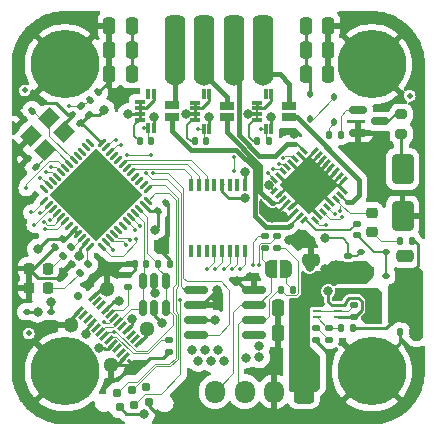
<source format=gbr>
%TF.GenerationSoftware,KiCad,Pcbnew,7.0.8*%
%TF.CreationDate,2023-10-19T21:40:54-04:00*%
%TF.ProjectId,lemon-pepper,6c656d6f-6e2d-4706-9570-7065722e6b69,rev?*%
%TF.SameCoordinates,Original*%
%TF.FileFunction,Copper,L1,Top*%
%TF.FilePolarity,Positive*%
%FSLAX46Y46*%
G04 Gerber Fmt 4.6, Leading zero omitted, Abs format (unit mm)*
G04 Created by KiCad (PCBNEW 7.0.8) date 2023-10-19 21:40:54*
%MOMM*%
%LPD*%
G01*
G04 APERTURE LIST*
G04 Aperture macros list*
%AMRoundRect*
0 Rectangle with rounded corners*
0 $1 Rounding radius*
0 $2 $3 $4 $5 $6 $7 $8 $9 X,Y pos of 4 corners*
0 Add a 4 corners polygon primitive as box body*
4,1,4,$2,$3,$4,$5,$6,$7,$8,$9,$2,$3,0*
0 Add four circle primitives for the rounded corners*
1,1,$1+$1,$2,$3*
1,1,$1+$1,$4,$5*
1,1,$1+$1,$6,$7*
1,1,$1+$1,$8,$9*
0 Add four rect primitives between the rounded corners*
20,1,$1+$1,$2,$3,$4,$5,0*
20,1,$1+$1,$4,$5,$6,$7,0*
20,1,$1+$1,$6,$7,$8,$9,0*
20,1,$1+$1,$8,$9,$2,$3,0*%
%AMRotRect*
0 Rectangle, with rotation*
0 The origin of the aperture is its center*
0 $1 length*
0 $2 width*
0 $3 Rotation angle, in degrees counterclockwise*
0 Add horizontal line*
21,1,$1,$2,0,0,$3*%
%AMFreePoly0*
4,1,17,-0.875000,2.062500,-0.867373,2.143836,-0.824300,2.266930,-0.746859,2.371859,-0.641930,2.449300,-0.518836,2.492373,-0.437500,2.500000,0.437500,2.500000,0.518836,2.492373,0.641930,2.449300,0.746859,2.371859,0.824300,2.266930,0.867373,2.143836,0.875000,2.062500,0.875000,-2.500000,-0.875000,-2.500000,-0.875000,2.062500,-0.875000,2.062500,$1*%
%AMFreePoly1*
4,1,19,0.500000,-0.750000,0.000000,-0.750000,0.000000,-0.744911,-0.071157,-0.744911,-0.207708,-0.704816,-0.327430,-0.627875,-0.420627,-0.520320,-0.479746,-0.390866,-0.500000,-0.250000,-0.500000,0.250000,-0.479746,0.390866,-0.420627,0.520320,-0.327430,0.627875,-0.207708,0.704816,-0.071157,0.744911,0.000000,0.744911,0.000000,0.750000,0.500000,0.750000,0.500000,-0.750000,0.500000,-0.750000,
$1*%
%AMFreePoly2*
4,1,19,0.000000,0.744911,0.071157,0.744911,0.207708,0.704816,0.327430,0.627875,0.420627,0.520320,0.479746,0.390866,0.500000,0.250000,0.500000,-0.250000,0.479746,-0.390866,0.420627,-0.520320,0.327430,-0.627875,0.207708,-0.704816,0.071157,-0.744911,0.000000,-0.744911,0.000000,-0.750000,-0.500000,-0.750000,-0.500000,0.750000,0.000000,0.750000,0.000000,0.744911,0.000000,0.744911,
$1*%
G04 Aperture macros list end*
%TA.AperFunction,SMDPad,CuDef*%
%ADD10RoundRect,0.250000X-0.250000X-0.475000X0.250000X-0.475000X0.250000X0.475000X-0.250000X0.475000X0*%
%TD*%
%TA.AperFunction,ConnectorPad*%
%ADD11C,0.787400*%
%TD*%
%TA.AperFunction,SMDPad,CuDef*%
%ADD12RoundRect,0.150000X-0.587500X-0.150000X0.587500X-0.150000X0.587500X0.150000X-0.587500X0.150000X0*%
%TD*%
%TA.AperFunction,SMDPad,CuDef*%
%ADD13RoundRect,0.135000X-0.135000X-0.185000X0.135000X-0.185000X0.135000X0.185000X-0.135000X0.185000X0*%
%TD*%
%TA.AperFunction,SMDPad,CuDef*%
%ADD14RoundRect,0.112500X-0.112500X0.187500X-0.112500X-0.187500X0.112500X-0.187500X0.112500X0.187500X0*%
%TD*%
%TA.AperFunction,SMDPad,CuDef*%
%ADD15RoundRect,0.150000X-0.825000X-0.150000X0.825000X-0.150000X0.825000X0.150000X-0.825000X0.150000X0*%
%TD*%
%TA.AperFunction,SMDPad,CuDef*%
%ADD16RoundRect,0.135000X0.185000X-0.135000X0.185000X0.135000X-0.185000X0.135000X-0.185000X-0.135000X0*%
%TD*%
%TA.AperFunction,SMDPad,CuDef*%
%ADD17RoundRect,0.135000X-0.035355X0.226274X-0.226274X0.035355X0.035355X-0.226274X0.226274X-0.035355X0*%
%TD*%
%TA.AperFunction,SMDPad,CuDef*%
%ADD18RoundRect,0.140000X0.021213X-0.219203X0.219203X-0.021213X-0.021213X0.219203X-0.219203X0.021213X0*%
%TD*%
%TA.AperFunction,SMDPad,CuDef*%
%ADD19RoundRect,0.250000X-0.650000X1.000000X-0.650000X-1.000000X0.650000X-1.000000X0.650000X1.000000X0*%
%TD*%
%TA.AperFunction,SMDPad,CuDef*%
%ADD20RoundRect,0.250000X0.475000X-0.250000X0.475000X0.250000X-0.475000X0.250000X-0.475000X-0.250000X0*%
%TD*%
%TA.AperFunction,SMDPad,CuDef*%
%ADD21RoundRect,0.218750X-0.256250X0.218750X-0.256250X-0.218750X0.256250X-0.218750X0.256250X0.218750X0*%
%TD*%
%TA.AperFunction,SMDPad,CuDef*%
%ADD22RoundRect,0.218750X-0.218750X-0.256250X0.218750X-0.256250X0.218750X0.256250X-0.218750X0.256250X0*%
%TD*%
%TA.AperFunction,SMDPad,CuDef*%
%ADD23RoundRect,0.250000X-0.375000X-1.075000X0.375000X-1.075000X0.375000X1.075000X-0.375000X1.075000X0*%
%TD*%
%TA.AperFunction,SMDPad,CuDef*%
%ADD24RoundRect,0.140000X-0.021213X0.219203X-0.219203X0.021213X0.021213X-0.219203X0.219203X-0.021213X0*%
%TD*%
%TA.AperFunction,SMDPad,CuDef*%
%ADD25RoundRect,0.140000X0.140000X0.170000X-0.140000X0.170000X-0.140000X-0.170000X0.140000X-0.170000X0*%
%TD*%
%TA.AperFunction,SMDPad,CuDef*%
%ADD26RoundRect,0.150000X-0.150000X0.512500X-0.150000X-0.512500X0.150000X-0.512500X0.150000X0.512500X0*%
%TD*%
%TA.AperFunction,SMDPad,CuDef*%
%ADD27R,1.270000X0.800000*%
%TD*%
%TA.AperFunction,SMDPad,CuDef*%
%ADD28R,0.300000X0.850000*%
%TD*%
%TA.AperFunction,SMDPad,CuDef*%
%ADD29R,0.850000X0.300000*%
%TD*%
%TA.AperFunction,SMDPad,CuDef*%
%ADD30RoundRect,0.140000X-0.170000X0.140000X-0.170000X-0.140000X0.170000X-0.140000X0.170000X0.140000X0*%
%TD*%
%TA.AperFunction,SMDPad,CuDef*%
%ADD31C,0.500000*%
%TD*%
%TA.AperFunction,SMDPad,CuDef*%
%ADD32RoundRect,0.135000X-0.185000X0.135000X-0.185000X-0.135000X0.185000X-0.135000X0.185000X0.135000X0*%
%TD*%
%TA.AperFunction,SMDPad,CuDef*%
%ADD33RoundRect,0.135000X0.135000X0.185000X-0.135000X0.185000X-0.135000X-0.185000X0.135000X-0.185000X0*%
%TD*%
%TA.AperFunction,SMDPad,CuDef*%
%ADD34RoundRect,0.250000X0.250000X0.475000X-0.250000X0.475000X-0.250000X-0.475000X0.250000X-0.475000X0*%
%TD*%
%TA.AperFunction,ComponentPad*%
%ADD35C,0.700000*%
%TD*%
%TA.AperFunction,SMDPad,CuDef*%
%ADD36RotRect,0.300000X0.850000X315.000000*%
%TD*%
%TA.AperFunction,ComponentPad*%
%ADD37C,1.300000*%
%TD*%
%TA.AperFunction,SMDPad,CuDef*%
%ADD38RoundRect,0.140000X-0.140000X-0.170000X0.140000X-0.170000X0.140000X0.170000X-0.140000X0.170000X0*%
%TD*%
%TA.AperFunction,SMDPad,CuDef*%
%ADD39RoundRect,0.140000X0.219203X0.021213X0.021213X0.219203X-0.219203X-0.021213X-0.021213X-0.219203X0*%
%TD*%
%TA.AperFunction,HeatsinkPad*%
%ADD40C,0.500000*%
%TD*%
%TA.AperFunction,ComponentPad*%
%ADD41O,1.750000X1.750000*%
%TD*%
%TA.AperFunction,SMDPad,CuDef*%
%ADD42FreePoly0,0.000000*%
%TD*%
%TA.AperFunction,ComponentPad*%
%ADD43O,1.750000X2.000000*%
%TD*%
%TA.AperFunction,SMDPad,CuDef*%
%ADD44RoundRect,0.112500X0.187500X0.112500X-0.187500X0.112500X-0.187500X-0.112500X0.187500X-0.112500X0*%
%TD*%
%TA.AperFunction,SMDPad,CuDef*%
%ADD45RotRect,0.660000X0.280000X225.000000*%
%TD*%
%TA.AperFunction,SMDPad,CuDef*%
%ADD46RotRect,0.280000X0.660000X225.000000*%
%TD*%
%TA.AperFunction,SMDPad,CuDef*%
%ADD47RotRect,3.500000X3.500000X225.000000*%
%TD*%
%TA.AperFunction,SMDPad,CuDef*%
%ADD48RoundRect,0.140000X0.170000X-0.140000X0.170000X0.140000X-0.170000X0.140000X-0.170000X-0.140000X0*%
%TD*%
%TA.AperFunction,SMDPad,CuDef*%
%ADD49R,0.800000X0.250000*%
%TD*%
%TA.AperFunction,SMDPad,CuDef*%
%ADD50RoundRect,0.062500X-0.309359X0.220971X0.220971X-0.309359X0.309359X-0.220971X-0.220971X0.309359X0*%
%TD*%
%TA.AperFunction,SMDPad,CuDef*%
%ADD51RoundRect,0.062500X-0.309359X-0.220971X-0.220971X-0.309359X0.309359X0.220971X0.220971X0.309359X0*%
%TD*%
%TA.AperFunction,SMDPad,CuDef*%
%ADD52RotRect,5.600000X5.600000X315.000000*%
%TD*%
%TA.AperFunction,ComponentPad*%
%ADD53C,5.800000*%
%TD*%
%TA.AperFunction,SMDPad,CuDef*%
%ADD54RotRect,1.400000X1.200000X225.000000*%
%TD*%
%TA.AperFunction,ComponentPad*%
%ADD55RoundRect,0.250000X0.600000X0.725000X-0.600000X0.725000X-0.600000X-0.725000X0.600000X-0.725000X0*%
%TD*%
%TA.AperFunction,ComponentPad*%
%ADD56O,1.700000X1.950000*%
%TD*%
%TA.AperFunction,SMDPad,CuDef*%
%ADD57R,0.450000X1.050000*%
%TD*%
%TA.AperFunction,SMDPad,CuDef*%
%ADD58RoundRect,0.112500X-0.187500X-0.112500X0.187500X-0.112500X0.187500X0.112500X-0.187500X0.112500X0*%
%TD*%
%TA.AperFunction,SMDPad,CuDef*%
%ADD59FreePoly1,0.000000*%
%TD*%
%TA.AperFunction,SMDPad,CuDef*%
%ADD60FreePoly2,0.000000*%
%TD*%
%TA.AperFunction,SMDPad,CuDef*%
%ADD61RoundRect,0.135000X0.226274X0.035355X0.035355X0.226274X-0.226274X-0.035355X-0.035355X-0.226274X0*%
%TD*%
%TA.AperFunction,SMDPad,CuDef*%
%ADD62RoundRect,0.200000X0.275000X-0.200000X0.275000X0.200000X-0.275000X0.200000X-0.275000X-0.200000X0*%
%TD*%
%TA.AperFunction,ViaPad*%
%ADD63C,0.800000*%
%TD*%
%TA.AperFunction,ViaPad*%
%ADD64C,0.350000*%
%TD*%
%TA.AperFunction,Conductor*%
%ADD65C,0.100000*%
%TD*%
%TA.AperFunction,Conductor*%
%ADD66C,0.250000*%
%TD*%
%TA.AperFunction,Conductor*%
%ADD67C,0.400000*%
%TD*%
%TA.AperFunction,Conductor*%
%ADD68C,0.200000*%
%TD*%
G04 APERTURE END LIST*
D10*
%TO.P,C103,1*%
%TO.N,GND*%
X137075000Y-74800000D03*
%TO.P,C103,2*%
%TO.N,Vmot*%
X138975000Y-74800000D03*
%TD*%
D11*
%TO.P,J301,1,VCC*%
%TO.N,+3V3*%
X137949497Y-103040661D03*
%TO.P,J301,2,SWDIO*%
%TO.N,/mcu/SWDIO*%
X137707170Y-101793994D03*
%TO.P,J301,3,~{RESET}*%
%TO.N,/mcu/RESET*%
X139196164Y-102798333D03*
%TO.P,J301,4,SWCLK*%
%TO.N,/mcu/SWCLK*%
X138953836Y-101551667D03*
%TO.P,J301,5,GND*%
%TO.N,GND*%
X140442830Y-102556006D03*
%TO.P,J301,6,SWO*%
%TO.N,unconnected-(J301-SWO-Pad6)*%
X140200503Y-101309339D03*
%TD*%
D12*
%TO.P,Q501,1,B*%
%TO.N,Net-(Q501-B)*%
X158125000Y-77875000D03*
%TO.P,Q501,2,E*%
%TO.N,GND*%
X158125000Y-79775000D03*
%TO.P,Q501,3,C*%
%TO.N,Net-(Q501-C)*%
X160000000Y-78825000D03*
%TD*%
D13*
%TO.P,R601,1*%
%TO.N,Net-(D601-A)*%
X161655000Y-88925000D03*
%TO.P,R601,2*%
%TO.N,+3V3*%
X162675000Y-88925000D03*
%TD*%
D14*
%TO.P,D502,1,K*%
%TO.N,Net-(D501-A)*%
X156125000Y-76775000D03*
%TO.P,D502,2,A*%
%TO.N,Net-(D502-A)*%
X156125000Y-78875000D03*
%TD*%
D15*
%TO.P,U302,1,D*%
%TO.N,/mcu/CAN_TX*%
X144375000Y-93115000D03*
%TO.P,U302,2,GND*%
%TO.N,GND*%
X144375000Y-94385000D03*
%TO.P,U302,3,VCC*%
%TO.N,+3V3*%
X144375000Y-95655000D03*
%TO.P,U302,4,R*%
%TO.N,/mcu/CAN_RX*%
X144375000Y-96925000D03*
%TO.P,U302,5,Vref*%
%TO.N,unconnected-(U302-Vref-Pad5)*%
X149325000Y-96925000D03*
%TO.P,U302,6,CANL*%
%TO.N,/mcu/CANL*%
X149325000Y-95655000D03*
%TO.P,U302,7,CANH*%
%TO.N,/mcu/CANH*%
X149325000Y-94385000D03*
%TO.P,U302,8,Rs*%
%TO.N,GND*%
X149325000Y-93115000D03*
%TD*%
D14*
%TO.P,D501,1,K*%
%TO.N,Vmot*%
X154100000Y-76475000D03*
%TO.P,D501,2,A*%
%TO.N,Net-(D501-A)*%
X154100000Y-78575000D03*
%TD*%
D16*
%TO.P,R101,1*%
%TO.N,GND*%
X142125000Y-98360000D03*
%TO.P,R101,2*%
%TO.N,/usb/UCPD_CC2*%
X142125000Y-97340000D03*
%TD*%
D13*
%TO.P,R103,1*%
%TO.N,/mcu/CANL*%
X151605000Y-93075000D03*
%TO.P,R103,2*%
%TO.N,Net-(JP101-B)*%
X152625000Y-93075000D03*
%TD*%
D17*
%TO.P,R302,1*%
%TO.N,Net-(U301-PB11)*%
X135275000Y-90900000D03*
%TO.P,R302,2*%
%TO.N,Net-(D302-A)*%
X134553752Y-91621248D03*
%TD*%
D18*
%TO.P,C304,1*%
%TO.N,+3V3*%
X141185938Y-86404360D03*
%TO.P,C304,2*%
%TO.N,GND*%
X141864760Y-85725538D03*
%TD*%
D19*
%TO.P,D101,1,K*%
%TO.N,Vmot*%
X161900000Y-82850000D03*
%TO.P,D101,2,A*%
%TO.N,GND*%
X161900000Y-86850000D03*
%TD*%
D20*
%TO.P,C106,1*%
%TO.N,Vmot*%
X154125000Y-92450000D03*
%TO.P,C106,2*%
%TO.N,GND*%
X154125000Y-90550000D03*
%TD*%
D21*
%TO.P,D601,1,K*%
%TO.N,Net-(D601-K)*%
X159325000Y-86587500D03*
%TO.P,D601,2,A*%
%TO.N,Net-(D601-A)*%
X159325000Y-88162500D03*
%TD*%
D22*
%TO.P,D301,1,K*%
%TO.N,GND*%
X130275000Y-91275000D03*
%TO.P,D301,2,A*%
%TO.N,Net-(D301-A)*%
X131850000Y-91275000D03*
%TD*%
D23*
%TO.P,L501,1*%
%TO.N,Net-(U501-LX)*%
X159425000Y-94525000D03*
%TO.P,L501,2*%
%TO.N,+3V3*%
X162225000Y-94525000D03*
%TD*%
D24*
%TO.P,C305,1*%
%TO.N,/mcu/XIN*%
X130550000Y-77920000D03*
%TO.P,C305,2*%
%TO.N,GND*%
X129871178Y-78598822D03*
%TD*%
D25*
%TO.P,C701,1*%
%TO.N,/current sense/U_SENSE*%
X140600000Y-80475000D03*
%TO.P,C701,2*%
%TO.N,GNDA*%
X139640000Y-80475000D03*
%TD*%
D18*
%TO.P,C308,1*%
%TO.N,/mcu/RESET*%
X135460589Y-76989411D03*
%TO.P,C308,2*%
%TO.N,GND*%
X136139411Y-76310589D03*
%TD*%
D26*
%TO.P,U201,1,IO1*%
%TO.N,/mcu/USBD_P*%
X141850000Y-92337500D03*
%TO.P,U201,2,VN*%
%TO.N,GND*%
X140900000Y-92337500D03*
%TO.P,U201,3,IO2*%
%TO.N,/mcu/USBD_N*%
X139950000Y-92337500D03*
%TO.P,U201,4,IO3*%
X139950000Y-94612500D03*
%TO.P,U201,5,VP*%
%TO.N,/usb/USB_5V*%
X140900000Y-94612500D03*
%TO.P,U201,6,IO4*%
%TO.N,/mcu/USBD_P*%
X141850000Y-94612500D03*
%TD*%
D27*
%TO.P,U703,1,IP+*%
%TO.N,/current sense/W_IN*%
X147050000Y-78475000D03*
%TO.P,U703,2,IP-*%
%TO.N,/current sense/W_OUT*%
X147050000Y-77475000D03*
D28*
%TO.P,U703,5,GND*%
%TO.N,GNDA*%
X145550000Y-76525000D03*
%TO.P,U703,6,#FAULT*%
%TO.N,unconnected-(U703-#FAULT-Pad6)*%
X145050000Y-76525000D03*
D29*
%TO.P,U703,7,NC*%
%TO.N,GNDA*%
X144350000Y-77225000D03*
%TO.P,U703,8,NC*%
X144350000Y-77725000D03*
%TO.P,U703,9,NC*%
X144350000Y-78225000D03*
%TO.P,U703,10,NC*%
X144350000Y-78725000D03*
D28*
%TO.P,U703,11,VIOUT*%
%TO.N,/current sense/W_SENSE*%
X145050000Y-79425000D03*
%TO.P,U703,12,VCC*%
%TO.N,+3V3*%
X145550000Y-79425000D03*
%TD*%
D24*
%TO.P,C302,1*%
%TO.N,+3V3*%
X134564411Y-90189528D03*
%TO.P,C302,2*%
%TO.N,GND*%
X133885589Y-90868350D03*
%TD*%
D30*
%TO.P,C602,1*%
%TO.N,Net-(D603-K)*%
X157300000Y-90245000D03*
%TO.P,C602,2*%
%TO.N,Vmot*%
X157300000Y-91205000D03*
%TD*%
D31*
%TO.P,FID102,*%
%TO.N,*%
X130250000Y-96775000D03*
%TD*%
D25*
%TO.P,C401,1*%
%TO.N,+3V3*%
X162680000Y-96650000D03*
%TO.P,C401,2*%
%TO.N,GND*%
X161720000Y-96650000D03*
%TD*%
D22*
%TO.P,D302,1,K*%
%TO.N,GND*%
X130275000Y-92925000D03*
%TO.P,D302,2,A*%
%TO.N,Net-(D302-A)*%
X131850000Y-92925000D03*
%TD*%
D16*
%TO.P,R102,1*%
%TO.N,/usb/UCPD_CC1*%
X138650000Y-92860000D03*
%TO.P,R102,2*%
%TO.N,GND*%
X138650000Y-91840000D03*
%TD*%
D32*
%TO.P,R105,1*%
%TO.N,/mcu/STEP*%
X150225000Y-88515000D03*
%TO.P,R105,2*%
%TO.N,/mcu/CANH*%
X150225000Y-89535000D03*
%TD*%
D20*
%TO.P,C503,1*%
%TO.N,+3V3*%
X162125000Y-92125000D03*
%TO.P,C503,2*%
%TO.N,GND*%
X162125000Y-90225000D03*
%TD*%
D33*
%TO.P,R501,1*%
%TO.N,+3V3*%
X157700000Y-96335000D03*
%TO.P,R501,2*%
%TO.N,Net-(U501-FB{slash}VOUT)*%
X156680000Y-96335000D03*
%TD*%
D17*
%TO.P,R301,1*%
%TO.N,Net-(U301-PB10)*%
X133860624Y-89464376D03*
%TO.P,R301,2*%
%TO.N,Net-(D301-A)*%
X133139376Y-90185624D03*
%TD*%
D25*
%TO.P,C201,1*%
%TO.N,/mcu/USBD_N*%
X140180000Y-90875000D03*
%TO.P,C201,2*%
%TO.N,GND*%
X139220000Y-90875000D03*
%TD*%
D34*
%TO.P,C102,1*%
%TO.N,Vmot*%
X138975000Y-72750000D03*
%TO.P,C102,2*%
%TO.N,GND*%
X137075000Y-72750000D03*
%TD*%
D10*
%TO.P,C101,1*%
%TO.N,GND*%
X137075000Y-70725000D03*
%TO.P,C101,2*%
%TO.N,Vmot*%
X138975000Y-70725000D03*
%TD*%
D35*
%TO.P,J201,*%
%TO.N,*%
X134408634Y-93573979D03*
D36*
%TO.P,J201,A1,GND*%
%TO.N,GND*%
X135702639Y-93694187D03*
%TO.P,J201,A2*%
%TO.N,N/C*%
X136056192Y-94047740D03*
%TO.P,J201,A3*%
X136409746Y-94401294D03*
%TO.P,J201,A4,VBUS*%
%TO.N,/usb/USB_5V*%
X136763299Y-94754847D03*
%TO.P,J201,A5,CC1*%
%TO.N,/usb/UCPD_CC1*%
X137116853Y-95108400D03*
%TO.P,J201,A6,D+*%
%TO.N,/mcu/USBD_P*%
X137470406Y-95461954D03*
%TO.P,J201,A7,D-*%
%TO.N,/mcu/USBD_N*%
X137823959Y-95815507D03*
%TO.P,J201,A8,SBU1*%
%TO.N,unconnected-(J201-SBU1-PadA8)*%
X138177513Y-96169060D03*
%TO.P,J201,A9,VBUS*%
%TO.N,/usb/USB_5V*%
X138531066Y-96522614D03*
%TO.P,J201,A10*%
%TO.N,N/C*%
X138884619Y-96876167D03*
%TO.P,J201,A11*%
X139238173Y-97229721D03*
%TO.P,J201,A12,GND*%
%TO.N,GND*%
X139591726Y-97583274D03*
%TO.P,J201,B1,GND*%
X138425000Y-98750000D03*
%TO.P,J201,B2*%
%TO.N,N/C*%
X138071447Y-98396447D03*
%TO.P,J201,B3*%
X137717893Y-98042893D03*
%TO.P,J201,B4,VBUS*%
%TO.N,/usb/USB_5V*%
X137364340Y-97689340D03*
%TO.P,J201,B5,CC2*%
%TO.N,/usb/UCPD_CC2*%
X137010787Y-97335787D03*
%TO.P,J201,B6,D+*%
%TO.N,/mcu/USBD_P*%
X136657233Y-96982233D03*
%TO.P,J201,B7,D-*%
%TO.N,/mcu/USBD_N*%
X136303680Y-96628680D03*
%TO.P,J201,B8,SBU2*%
%TO.N,unconnected-(J201-SBU2-PadB8)*%
X135950126Y-96275126D03*
%TO.P,J201,B9,VBUS*%
%TO.N,/usb/USB_5V*%
X135596573Y-95921573D03*
%TO.P,J201,B10*%
%TO.N,N/C*%
X135243020Y-95568020D03*
%TO.P,J201,B11*%
X134889466Y-95214466D03*
%TO.P,J201,B12,GND*%
%TO.N,GND*%
X134535913Y-94860913D03*
D37*
%TO.P,J201,S1,SHIELD*%
X136883507Y-93008293D03*
X133842948Y-96048852D03*
X140277620Y-96402406D03*
X137237061Y-99442965D03*
%TD*%
D25*
%TO.P,C703,1*%
%TO.N,/current sense/W_SENSE*%
X145300000Y-80513857D03*
%TO.P,C703,2*%
%TO.N,GNDA*%
X144340000Y-80513857D03*
%TD*%
D38*
%TO.P,C202,1*%
%TO.N,/mcu/USBD_P*%
X141220000Y-90875000D03*
%TO.P,C202,2*%
%TO.N,GND*%
X142180000Y-90875000D03*
%TD*%
D39*
%TO.P,C301,1*%
%TO.N,+3V3*%
X134589411Y-78914411D03*
%TO.P,C301,2*%
%TO.N,GND*%
X133910589Y-78235589D03*
%TD*%
D40*
%TO.P,M101,1*%
%TO.N,/current sense/U_OUT*%
X142600000Y-70200000D03*
D41*
X142600000Y-72075000D03*
D42*
X142600000Y-72325000D03*
D43*
X142600000Y-74825000D03*
D40*
%TO.P,M101,2,-*%
%TO.N,/current sense/W_OUT*%
X145100000Y-70200000D03*
D41*
X145100000Y-72075000D03*
D42*
X145100000Y-72325000D03*
D43*
X145100000Y-74825000D03*
D40*
%TO.P,M101,3*%
%TO.N,/half bridges/OUT1B*%
X147600000Y-70200000D03*
D41*
X147600000Y-72075000D03*
D42*
X147600000Y-72325000D03*
D43*
X147600000Y-74825000D03*
D40*
%TO.P,M101,4*%
%TO.N,/current sense/V_OUT*%
X150100000Y-70200000D03*
D41*
X150100000Y-72075000D03*
D42*
X150100000Y-72325000D03*
D43*
X150100000Y-74825000D03*
%TD*%
D32*
%TO.P,R502,1*%
%TO.N,Net-(U501-FB{slash}VOUT)*%
X155665000Y-96275000D03*
%TO.P,R502,2*%
%TO.N,Net-(R502-Pad2)*%
X155665000Y-97295000D03*
%TD*%
D44*
%TO.P,D201,1,K*%
%TO.N,Vmot*%
X132175000Y-94950000D03*
%TO.P,D201,2,A*%
%TO.N,/usb/USB_5V*%
X130075000Y-94950000D03*
%TD*%
D45*
%TO.P,U601,1,GND*%
%TO.N,GND*%
X156941564Y-83758310D03*
%TO.P,U601,2,NC*%
X156588011Y-83404756D03*
%TO.P,U601,3,NC*%
X156234457Y-83051203D03*
%TO.P,U601,4,NC*%
X155880904Y-82697649D03*
%TO.P,U601,5,NC*%
X155527351Y-82344096D03*
%TO.P,U601,6,NC*%
X155173797Y-81990543D03*
%TO.P,U601,7,NC*%
X154820244Y-81636989D03*
%TO.P,U601,8,NC*%
X154466690Y-81283436D03*
D46*
%TO.P,U601,9,OUT1B*%
%TO.N,/half bridges/OUT1B*%
X153533310Y-81283436D03*
%TO.P,U601,10,NC*%
%TO.N,GND*%
X153179756Y-81636989D03*
%TO.P,U601,11,OCDB*%
%TO.N,Net-(D601-K)*%
X152826203Y-81990543D03*
%TO.P,U601,12,SENSEB*%
%TO.N,GND*%
X152472649Y-82344096D03*
%TO.P,U601,13,IN1B*%
%TO.N,/half bridges/IN1B*%
X152119096Y-82697649D03*
%TO.P,U601,14,IN2B*%
%TO.N,/half bridges/IN2B*%
X151765543Y-83051203D03*
%TO.P,U601,15,PROGCLB*%
%TO.N,GND*%
X151411989Y-83404756D03*
%TO.P,U601,16,ENB*%
%TO.N,/half bridges/ENA*%
X151058436Y-83758310D03*
D45*
%TO.P,U601,17,VBOOT*%
%TO.N,Net-(D603-K)*%
X151058436Y-84691690D03*
%TO.P,U601,18,NC*%
%TO.N,GND*%
X151411989Y-85045244D03*
%TO.P,U601,19,OUT2B*%
%TO.N,/current sense/W_IN*%
X151765543Y-85398797D03*
%TO.P,U601,20,VSB*%
%TO.N,Vmot*%
X152119096Y-85752351D03*
%TO.P,U601,21,GND*%
%TO.N,GND*%
X152472649Y-86105904D03*
%TO.P,U601,22,VSA*%
%TO.N,Vmot*%
X152826203Y-86459457D03*
%TO.P,U601,23,OUT2A*%
%TO.N,/current sense/U_IN*%
X153179756Y-86813011D03*
%TO.P,U601,24,VCP*%
%TO.N,Net-(U601-VCP)*%
X153533310Y-87166564D03*
D46*
%TO.P,U601,25,ENA*%
%TO.N,/half bridges/ENA*%
X154466690Y-87166564D03*
%TO.P,U601,26,PROGCLA*%
%TO.N,GND*%
X154820244Y-86813011D03*
%TO.P,U601,27,IN1A*%
%TO.N,/half bridges/IN1A*%
X155173797Y-86459457D03*
%TO.P,U601,28,IN2A*%
%TO.N,/half bridges/IN2A*%
X155527351Y-86105904D03*
%TO.P,U601,29,SENSEA*%
%TO.N,GND*%
X155880904Y-85752351D03*
%TO.P,U601,30,OCDA*%
%TO.N,Net-(D601-K)*%
X156234457Y-85398797D03*
%TO.P,U601,31,OUT1A*%
%TO.N,/current sense/V_IN*%
X156588011Y-85045244D03*
%TO.P,U601,32,NC*%
%TO.N,GND*%
X156941564Y-84691690D03*
D47*
%TO.P,U601,33,EP*%
X154000000Y-84225000D03*
%TD*%
D48*
%TO.P,C601,1*%
%TO.N,Net-(D602-K)*%
X158050000Y-88430000D03*
%TO.P,C601,2*%
%TO.N,Net-(U601-VCP)*%
X158050000Y-87470000D03*
%TD*%
D49*
%TO.P,U501,1,VIN*%
%TO.N,Vmot*%
X154635000Y-93885000D03*
%TO.P,U501,2,EN/UVLO*%
X154635000Y-94385000D03*
%TO.P,U501,3,VCC*%
%TO.N,Net-(U501-VCC)*%
X154635000Y-94885000D03*
%TO.P,U501,4,FB/VOUT*%
%TO.N,Net-(U501-FB{slash}VOUT)*%
X154635000Y-95385000D03*
%TO.P,U501,5,MODE*%
%TO.N,GND*%
X156395000Y-95385000D03*
%TO.P,U501,6,~{RESET}*%
%TO.N,Net-(U501-VCC)*%
X156395000Y-94885000D03*
%TO.P,U501,7,GND*%
%TO.N,GND*%
X156395000Y-94385000D03*
%TO.P,U501,8,LX*%
%TO.N,Net-(U501-LX)*%
X156395000Y-93885000D03*
%TD*%
D50*
%TO.P,U301,1,VBAT*%
%TO.N,unconnected-(U301-VBAT-Pad1)*%
X135464213Y-80664726D03*
%TO.P,U301,2,PC13*%
%TO.N,unconnected-(U301-PC13-Pad2)*%
X135110660Y-81018279D03*
%TO.P,U301,3,PC14*%
%TO.N,unconnected-(U301-PC14-Pad3)*%
X134757106Y-81371833D03*
%TO.P,U301,4,PC15*%
%TO.N,unconnected-(U301-PC15-Pad4)*%
X134403553Y-81725386D03*
%TO.P,U301,5,PF0*%
%TO.N,/mcu/XIN*%
X134050000Y-82078939D03*
%TO.P,U301,6,PF1*%
%TO.N,/mcu/XOUT*%
X133696446Y-82432493D03*
%TO.P,U301,7,PG10*%
%TO.N,/mcu/RESET*%
X133342893Y-82786046D03*
%TO.P,U301,8,PA0*%
%TO.N,/half bridges/IN1B*%
X132989339Y-83139600D03*
%TO.P,U301,9,PA1*%
%TO.N,/half bridges/IN2B*%
X132635786Y-83493153D03*
%TO.P,U301,10,PA2*%
%TO.N,unconnected-(U301-PA2-Pad10)*%
X132282233Y-83846706D03*
%TO.P,U301,11,PA3*%
%TO.N,/current sense/U_SENSE*%
X131928679Y-84200260D03*
%TO.P,U301,12,PA4*%
%TO.N,unconnected-(U301-PA4-Pad12)*%
X131575126Y-84553813D03*
D51*
%TO.P,U301,13,PA5*%
%TO.N,/encoder/SCK*%
X131575126Y-85526085D03*
%TO.P,U301,14,PA6*%
%TO.N,/encoder/CIPO*%
X131928679Y-85879638D03*
%TO.P,U301,15,PA7*%
%TO.N,/encoder/COPI*%
X132282233Y-86233192D03*
%TO.P,U301,16,PC4*%
%TO.N,/encoder/CS*%
X132635786Y-86586745D03*
%TO.P,U301,17,PB0*%
%TO.N,/current sense/W_SENSE*%
X132989339Y-86940298D03*
%TO.P,U301,18,PB1*%
%TO.N,/encoder/CAL_EN*%
X133342893Y-87293852D03*
%TO.P,U301,19,PB2*%
%TO.N,unconnected-(U301-PB2-Pad19)*%
X133696446Y-87647405D03*
%TO.P,U301,20,VREF+*%
%TO.N,+3V3*%
X134050000Y-88000959D03*
%TO.P,U301,21,VDDA*%
X134403553Y-88354512D03*
%TO.P,U301,22,PB10*%
%TO.N,Net-(U301-PB10)*%
X134757106Y-88708065D03*
%TO.P,U301,23,VDD*%
%TO.N,+3V3*%
X135110660Y-89061619D03*
%TO.P,U301,24,PB11*%
%TO.N,Net-(U301-PB11)*%
X135464213Y-89415172D03*
D50*
%TO.P,U301,25,PB12*%
%TO.N,/half bridges/ENA*%
X136436485Y-89415172D03*
%TO.P,U301,26,PB13*%
%TO.N,/current sense/V_SENSE*%
X136790038Y-89061619D03*
%TO.P,U301,27,PB14*%
%TO.N,/mcu/STEP*%
X137143592Y-88708065D03*
%TO.P,U301,28,PB15*%
%TO.N,/mcu/DIR*%
X137497145Y-88354512D03*
%TO.P,U301,29,PC6*%
%TO.N,/mcu/MOT_EN_B*%
X137850698Y-88000959D03*
%TO.P,U301,30,PA8*%
%TO.N,/mcu/MOT_EN_A*%
X138204252Y-87647405D03*
%TO.P,U301,31,PA9*%
%TO.N,/half bridges/IN1A*%
X138557805Y-87293852D03*
%TO.P,U301,32,PA10*%
%TO.N,/half bridges/IN2A*%
X138911359Y-86940298D03*
%TO.P,U301,33,PA11*%
%TO.N,/mcu/USBD_N*%
X139264912Y-86586745D03*
%TO.P,U301,34,PA12*%
%TO.N,/mcu/USBD_P*%
X139618465Y-86233192D03*
%TO.P,U301,35,VDD*%
%TO.N,+3V3*%
X139972019Y-85879638D03*
%TO.P,U301,36,PA13*%
%TO.N,/mcu/SWDIO*%
X140325572Y-85526085D03*
D51*
%TO.P,U301,37,PA14*%
%TO.N,/mcu/SWCLK*%
X140325572Y-84553813D03*
%TO.P,U301,38,PA15*%
%TO.N,unconnected-(U301-PA15-Pad38)*%
X139972019Y-84200260D03*
%TO.P,U301,39,PC10*%
%TO.N,unconnected-(U301-PC10-Pad39)*%
X139618465Y-83846706D03*
%TO.P,U301,40,PC11*%
%TO.N,unconnected-(U301-PC11-Pad40)*%
X139264912Y-83493153D03*
%TO.P,U301,41,PB3*%
%TO.N,/encoder/A*%
X138911359Y-83139600D03*
%TO.P,U301,42,PB4*%
%TO.N,/encoder/B*%
X138557805Y-82786046D03*
%TO.P,U301,43,PB5*%
%TO.N,/encoder/Z*%
X138204252Y-82432493D03*
%TO.P,U301,44,PB6*%
%TO.N,unconnected-(U301-PB6-Pad44)*%
X137850698Y-82078939D03*
%TO.P,U301,45,PB7*%
%TO.N,unconnected-(U301-PB7-Pad45)*%
X137497145Y-81725386D03*
%TO.P,U301,46,PB8*%
%TO.N,/mcu/CAN_TX*%
X137143592Y-81371833D03*
%TO.P,U301,47,PB9*%
%TO.N,/mcu/CAN_RX*%
X136790038Y-81018279D03*
%TO.P,U301,48,VDD*%
%TO.N,+3V3*%
X136436485Y-80664726D03*
D52*
%TO.P,U301,49,VSS*%
%TO.N,GND*%
X135950349Y-85039949D03*
%TD*%
D32*
%TO.P,R503,1*%
%TO.N,Net-(R502-Pad2)*%
X154590000Y-96275000D03*
%TO.P,R503,2*%
%TO.N,GND*%
X154590000Y-97295000D03*
%TD*%
D53*
%TO.P,H101,1,1*%
%TO.N,GND*%
X133300000Y-99975000D03*
X159300000Y-99975000D03*
X133300000Y-73975000D03*
X159300000Y-73975000D03*
%TD*%
D10*
%TO.P,C104,1*%
%TO.N,Vmot*%
X153725000Y-70725000D03*
%TO.P,C104,2*%
%TO.N,GND*%
X155625000Y-70725000D03*
%TD*%
D27*
%TO.P,U702,1,IP+*%
%TO.N,/current sense/V_IN*%
X152300000Y-78475000D03*
%TO.P,U702,2,IP-*%
%TO.N,/current sense/V_OUT*%
X152300000Y-77475000D03*
D28*
%TO.P,U702,5,GND*%
%TO.N,GNDA*%
X150800000Y-76525000D03*
%TO.P,U702,6,#FAULT*%
%TO.N,unconnected-(U702-#FAULT-Pad6)*%
X150300000Y-76525000D03*
D29*
%TO.P,U702,7,NC*%
%TO.N,GNDA*%
X149600000Y-77225000D03*
%TO.P,U702,8,NC*%
X149600000Y-77725000D03*
%TO.P,U702,9,NC*%
X149600000Y-78225000D03*
%TO.P,U702,10,NC*%
X149600000Y-78725000D03*
D28*
%TO.P,U702,11,VIOUT*%
%TO.N,/current sense/V_SENSE*%
X150300000Y-79425000D03*
%TO.P,U702,12,VCC*%
%TO.N,+3V3*%
X150800000Y-79425000D03*
%TD*%
D25*
%TO.P,C702,1*%
%TO.N,/current sense/V_SENSE*%
X150580000Y-80500000D03*
%TO.P,C702,2*%
%TO.N,GNDA*%
X149620000Y-80500000D03*
%TD*%
D34*
%TO.P,C105,1*%
%TO.N,GND*%
X155625000Y-74800000D03*
%TO.P,C105,2*%
%TO.N,Vmot*%
X153725000Y-74800000D03*
%TD*%
D13*
%TO.P,R505,1*%
%TO.N,Net-(D502-A)*%
X155640000Y-79975000D03*
%TO.P,R505,2*%
%TO.N,Net-(Q501-B)*%
X156660000Y-79975000D03*
%TD*%
D24*
%TO.P,C303,1*%
%TO.N,+3V3*%
X133139411Y-88760589D03*
%TO.P,C303,2*%
%TO.N,GND*%
X132460589Y-89439411D03*
%TD*%
D54*
%TO.P,Y301,1,1*%
%TO.N,/mcu/XIN*%
X132000000Y-78520000D03*
%TO.P,Y301,2,2*%
%TO.N,GND*%
X130444365Y-80075635D03*
%TO.P,Y301,3,3*%
%TO.N,/mcu/XOUT*%
X131646446Y-81277716D03*
%TO.P,Y301,4,4*%
%TO.N,GND*%
X133202081Y-79722081D03*
%TD*%
D31*
%TO.P,FID101,*%
%TO.N,*%
X129900000Y-76200000D03*
%TD*%
D44*
%TO.P,D602,1,K*%
%TO.N,Net-(D602-K)*%
X160500000Y-91900000D03*
%TO.P,D602,2,A*%
%TO.N,Vmot*%
X158400000Y-91900000D03*
%TD*%
D55*
%TO.P,J101,1,Pin_1*%
%TO.N,Vmot*%
X153525000Y-101700000D03*
D56*
%TO.P,J101,2,Pin_2*%
%TO.N,GND*%
X151025000Y-101700000D03*
%TO.P,J101,3,Pin_3*%
%TO.N,/mcu/CANL*%
X148525000Y-101700000D03*
%TO.P,J101,4,Pin_4*%
%TO.N,/mcu/CANH*%
X146025000Y-101700000D03*
%TD*%
D57*
%TO.P,U401,1,U*%
%TO.N,unconnected-(U401-U-Pad1)*%
X144025000Y-89750000D03*
%TO.P,U401,2,V*%
%TO.N,unconnected-(U401-V-Pad2)*%
X144675000Y-89750000D03*
%TO.P,U401,3,W*%
%TO.N,unconnected-(U401-W-Pad3)*%
X145325000Y-89750000D03*
%TO.P,U401,4,CAL_EN*%
%TO.N,/encoder/CAL_EN*%
X145975000Y-89750000D03*
%TO.P,U401,5,MISO*%
%TO.N,/encoder/CIPO*%
X146625000Y-89750000D03*
%TO.P,U401,6,MOSI*%
%TO.N,/encoder/COPI*%
X147275000Y-89750000D03*
%TO.P,U401,7,SCK*%
%TO.N,/encoder/SCK*%
X147925000Y-89750000D03*
%TO.P,U401,8,CSN*%
%TO.N,/encoder/CS*%
X148575000Y-89750000D03*
%TO.P,U401,9,VDD*%
%TO.N,+3V3*%
X148575000Y-84200000D03*
%TO.P,U401,10,PWM_OUT*%
%TO.N,unconnected-(U401-PWM_OUT-Pad10)*%
X147925000Y-84200000D03*
%TO.P,U401,11,TEST*%
%TO.N,unconnected-(U401-TEST-Pad11)*%
X147275000Y-84200000D03*
%TO.P,U401,12,VSS*%
%TO.N,GNDA*%
X146625000Y-84200000D03*
%TO.P,U401,13,TEST_EN*%
%TO.N,unconnected-(U401-TEST_EN-Pad13)*%
X145975000Y-84200000D03*
%TO.P,U401,14,Z*%
%TO.N,/encoder/Z*%
X145325000Y-84200000D03*
%TO.P,U401,15,B*%
%TO.N,/encoder/B*%
X144675000Y-84200000D03*
%TO.P,U401,16,A*%
%TO.N,/encoder/A*%
X144025000Y-84200000D03*
%TD*%
D31*
%TO.P,FID103,*%
%TO.N,*%
X162500000Y-76650000D03*
%TD*%
D34*
%TO.P,C108,1*%
%TO.N,Vmot*%
X153275000Y-94650000D03*
%TO.P,C108,2*%
%TO.N,GND*%
X151375000Y-94650000D03*
%TD*%
D30*
%TO.P,C502,1*%
%TO.N,Net-(U501-VCC)*%
X157800000Y-94380000D03*
%TO.P,C502,2*%
%TO.N,GND*%
X157800000Y-95340000D03*
%TD*%
D58*
%TO.P,D603,1,K*%
%TO.N,Net-(D603-K)*%
X158400000Y-89900000D03*
%TO.P,D603,2,A*%
%TO.N,Net-(D602-K)*%
X160500000Y-89900000D03*
%TD*%
D34*
%TO.P,C501,1*%
%TO.N,Vmot*%
X153275000Y-96725000D03*
%TO.P,C501,2*%
%TO.N,GND*%
X151375000Y-96725000D03*
%TD*%
D59*
%TO.P,JP101,1,A*%
%TO.N,/mcu/CANH*%
X150750000Y-91275000D03*
D60*
%TO.P,JP101,2,B*%
%TO.N,Net-(JP101-B)*%
X152050000Y-91275000D03*
%TD*%
D61*
%TO.P,R306,1*%
%TO.N,+3V3*%
X135360624Y-78235624D03*
%TO.P,R306,2*%
%TO.N,/mcu/RESET*%
X134639376Y-77514376D03*
%TD*%
D16*
%TO.P,R104,1*%
%TO.N,/mcu/CANL*%
X151250000Y-89535000D03*
%TO.P,R104,2*%
%TO.N,/mcu/DIR*%
X151250000Y-88515000D03*
%TD*%
D62*
%TO.P,R504,1*%
%TO.N,Vmot*%
X161800000Y-79875000D03*
%TO.P,R504,2*%
%TO.N,Net-(Q501-C)*%
X161800000Y-78225000D03*
%TD*%
D39*
%TO.P,C306,1*%
%TO.N,/mcu/XOUT*%
X130839411Y-82664411D03*
%TO.P,C306,2*%
%TO.N,GND*%
X130160589Y-81985589D03*
%TD*%
D34*
%TO.P,C107,1*%
%TO.N,GND*%
X155625000Y-72750000D03*
%TO.P,C107,2*%
%TO.N,Vmot*%
X153725000Y-72750000D03*
%TD*%
D27*
%TO.P,U701,1,IP+*%
%TO.N,/current sense/U_IN*%
X142350000Y-78425000D03*
%TO.P,U701,2,IP-*%
%TO.N,/current sense/U_OUT*%
X142350000Y-77425000D03*
D28*
%TO.P,U701,5,GND*%
%TO.N,GNDA*%
X140850000Y-76475000D03*
%TO.P,U701,6,#FAULT*%
%TO.N,unconnected-(U701-#FAULT-Pad6)*%
X140350000Y-76475000D03*
D29*
%TO.P,U701,7,NC*%
%TO.N,GNDA*%
X139650000Y-77175000D03*
%TO.P,U701,8,NC*%
X139650000Y-77675000D03*
%TO.P,U701,9,NC*%
X139650000Y-78175000D03*
%TO.P,U701,10,NC*%
X139650000Y-78675000D03*
D28*
%TO.P,U701,11,VIOUT*%
%TO.N,/current sense/U_SENSE*%
X140350000Y-79375000D03*
%TO.P,U701,12,VCC*%
%TO.N,+3V3*%
X140850000Y-79375000D03*
%TD*%
D63*
%TO.N,GND*%
X133075000Y-79525000D03*
D64*
%TO.N,/current sense/W_SENSE*%
X131585560Y-87340488D03*
D63*
%TO.N,GND*%
X153975000Y-84225000D03*
X159950000Y-85100000D03*
X154025000Y-91125000D03*
X161875000Y-87350000D03*
X141550000Y-89050000D03*
X143925000Y-101575000D03*
X130700000Y-80025000D03*
X162125000Y-90250000D03*
X135925000Y-86300000D03*
X161900000Y-86100000D03*
X153975000Y-85250000D03*
X159925000Y-80375000D03*
X137175000Y-85000000D03*
X135925000Y-85025000D03*
X152750000Y-79900000D03*
X135925000Y-83825000D03*
X159950000Y-82800000D03*
X134650000Y-85000000D03*
X154975000Y-84250000D03*
X159950000Y-83950000D03*
X155600000Y-93200000D03*
X147850000Y-92350000D03*
X152925000Y-84175000D03*
X152275000Y-88850500D03*
X146225000Y-93075000D03*
X140904600Y-93350500D03*
X143900000Y-103500000D03*
X154000000Y-83200000D03*
X159950000Y-81600000D03*
%TO.N,Vmot*%
X132150000Y-94150000D03*
X150200000Y-86325000D03*
X139000000Y-70700000D03*
X161925000Y-82200000D03*
X150850000Y-86975000D03*
X153725000Y-74775000D03*
X153750000Y-72700000D03*
X156250000Y-90950000D03*
X155325000Y-91350000D03*
X151750000Y-86800000D03*
X138975000Y-74750000D03*
X139000000Y-72750000D03*
X156150000Y-91975000D03*
X153725000Y-70725000D03*
X161950000Y-83375000D03*
D64*
%TO.N,/mcu/USBD_P*%
X137500000Y-96625000D03*
X136650000Y-95825000D03*
D63*
%TO.N,+3V3*%
X134550500Y-90189528D03*
X162425000Y-93700000D03*
X146800000Y-99125000D03*
X162425000Y-94575000D03*
X140050000Y-103600000D03*
X144600000Y-99125000D03*
X140850000Y-78425000D03*
X161175000Y-93700000D03*
X145675000Y-99125000D03*
X162150000Y-92100000D03*
X136625000Y-77825000D03*
X148575500Y-83099500D03*
X131015734Y-89634266D03*
X162400000Y-95425000D03*
X150800000Y-78450000D03*
X140924500Y-87975000D03*
X145550000Y-78475000D03*
X144100000Y-98175000D03*
X145175000Y-98175000D03*
X161175000Y-94600000D03*
X146000000Y-95675000D03*
X146300000Y-98175000D03*
X161175000Y-95450000D03*
D64*
%TO.N,/mcu/RESET*%
X130050000Y-84475000D03*
X133675000Y-77514376D03*
X143100000Y-93900000D03*
%TO.N,/current sense/U_SENSE*%
X131225000Y-83575000D03*
X139975000Y-79375000D03*
%TO.N,/current sense/V_SENSE*%
X147600000Y-83000000D03*
X137425000Y-89725000D03*
X147600000Y-81850000D03*
X149925000Y-79425000D03*
%TO.N,/current sense/W_SENSE*%
X138575000Y-81650000D03*
X140600000Y-81650000D03*
X144625000Y-79425000D03*
D63*
%TO.N,/usb/USB_5V*%
X136221584Y-97995447D03*
X135074342Y-96842749D03*
X139022580Y-95565784D03*
X141575000Y-95875000D03*
X131000000Y-94950000D03*
X137925000Y-94025000D03*
%TO.N,Net-(D603-K)*%
X155375500Y-88651305D03*
X150575000Y-84225000D03*
D64*
%TO.N,Net-(D601-K)*%
X151805811Y-81930811D03*
X156600000Y-86375000D03*
%TO.N,/half bridges/ENA*%
X155450000Y-87550000D03*
X150525000Y-83225000D03*
X139371900Y-88772810D03*
%TO.N,/encoder/SCK*%
X147450000Y-91350000D03*
X130450000Y-86525000D03*
%TO.N,/encoder/CIPO*%
X131175000Y-86550000D03*
X146050000Y-91325000D03*
%TO.N,/encoder/COPI*%
X146775000Y-91350000D03*
X130725000Y-87575000D03*
%TO.N,/encoder/CS*%
X148150000Y-91350000D03*
X132073766Y-87148766D03*
%TO.N,/encoder/CAL_EN*%
X131600000Y-87950000D03*
X145325000Y-91350000D03*
%TO.N,/mcu/CAN_TX*%
X140175000Y-83225000D03*
X138050000Y-80825000D03*
%TO.N,/mcu/CAN_RX*%
X137600000Y-80425000D03*
X140800000Y-83225000D03*
%TO.N,/half bridges/IN2B*%
X150950000Y-82825000D03*
X131750000Y-83075000D03*
%TO.N,/half bridges/IN1A*%
X156800000Y-86900000D03*
X139215802Y-87973175D03*
%TO.N,/half bridges/IN2A*%
X139650000Y-87678939D03*
X156177038Y-86685172D03*
%TO.N,/half bridges/IN1B*%
X132125000Y-82675000D03*
X151425000Y-82400000D03*
%TO.N,/mcu/DIR*%
X138850000Y-88825000D03*
X149724503Y-90975000D03*
%TO.N,/mcu/STEP*%
X138525000Y-89275000D03*
X149200000Y-90975000D03*
D63*
%TO.N,GNDA*%
X143584500Y-78225000D03*
X148824500Y-78225000D03*
X149775000Y-98800000D03*
X149775000Y-97875000D03*
X138675000Y-78175000D03*
X148575500Y-85324500D03*
X148625000Y-98825000D03*
%TD*%
D65*
%TO.N,/mcu/CANH*%
X146025000Y-101700000D02*
X147575000Y-100150000D01*
X147575000Y-100150000D02*
X147575000Y-94950000D01*
X147575000Y-94950000D02*
X148140000Y-94385000D01*
X148140000Y-94385000D02*
X149325000Y-94385000D01*
D66*
%TO.N,GND*%
X147850000Y-92350000D02*
X148615000Y-93115000D01*
X148615000Y-93115000D02*
X149325000Y-93115000D01*
D65*
%TO.N,/mcu/SWDIO*%
X137707170Y-101793994D02*
X138641530Y-100859634D01*
X142500000Y-94979659D02*
X142500000Y-92825000D01*
X139432524Y-100859634D02*
X140942158Y-99350000D01*
X140942158Y-99350000D02*
X142167158Y-99350000D01*
X142710000Y-92615000D02*
X142710000Y-85460000D01*
X142167158Y-99350000D02*
X142695000Y-98822158D01*
X140951657Y-84900000D02*
X140325572Y-85526085D01*
X142695000Y-98822158D02*
X142695000Y-95174658D01*
X138641530Y-100859634D02*
X139432524Y-100859634D01*
X142695000Y-95174658D02*
X142500000Y-94979659D01*
X142500000Y-92825000D02*
X142710000Y-92615000D01*
X142710000Y-85460000D02*
X142150000Y-84900000D01*
X142150000Y-84900000D02*
X140951657Y-84900000D01*
%TO.N,/mcu/SWCLK*%
X138953836Y-101551667D02*
X139023333Y-101551667D01*
X139023333Y-101551667D02*
X141025000Y-99550000D01*
X141750000Y-84175000D02*
X140704385Y-84175000D01*
X141025000Y-99550000D02*
X142250000Y-99550000D01*
X142910000Y-85335000D02*
X141750000Y-84175000D01*
X142895000Y-98905000D02*
X142895000Y-95091816D01*
X142250000Y-99550000D02*
X142895000Y-98905000D01*
X142895000Y-95091816D02*
X142700000Y-94896816D01*
X142700000Y-94896816D02*
X142700000Y-92975000D01*
X142700000Y-92975000D02*
X142910000Y-92765000D01*
X142910000Y-92765000D02*
X142910000Y-85335000D01*
X140704385Y-84175000D02*
X140325572Y-84553813D01*
%TO.N,/mcu/RESET*%
X143095000Y-93905000D02*
X143095000Y-100230000D01*
X143100000Y-93900000D02*
X143095000Y-93905000D01*
X143095000Y-100230000D02*
X141432622Y-101892378D01*
X141432622Y-101892378D02*
X140102119Y-101892378D01*
X140102119Y-101892378D02*
X139196164Y-102798333D01*
D66*
%TO.N,GND*%
X136139411Y-76310589D02*
X136164411Y-76310589D01*
X136164411Y-76310589D02*
X137075000Y-75400000D01*
X137075000Y-75400000D02*
X137075000Y-74800000D01*
X133200000Y-79650000D02*
X133200000Y-79700000D01*
X133075000Y-79525000D02*
X133200000Y-79650000D01*
X133200000Y-79400000D02*
X133075000Y-79525000D01*
%TO.N,+3V3*%
X136625000Y-77825000D02*
X136214376Y-78235624D01*
X136214376Y-78235624D02*
X135360624Y-78235624D01*
D65*
%TO.N,/encoder/CAL_EN*%
X131600000Y-87950000D02*
X132686745Y-87950000D01*
X132686745Y-87950000D02*
X133342893Y-87293852D01*
%TO.N,/current sense/W_SENSE*%
X131585560Y-87340488D02*
X131590488Y-87340488D01*
X131798766Y-87548766D02*
X132380871Y-87548766D01*
X131590488Y-87340488D02*
X131798766Y-87548766D01*
X132380871Y-87548766D02*
X132989339Y-86940298D01*
%TO.N,/encoder/COPI*%
X130725000Y-87575000D02*
X132066808Y-86233192D01*
X132066808Y-86233192D02*
X132282233Y-86233192D01*
%TO.N,/encoder/CIPO*%
X131175000Y-86550000D02*
X131258317Y-86550000D01*
X131258317Y-86550000D02*
X131928679Y-85879638D01*
%TO.N,/encoder/SCK*%
X130576211Y-86525000D02*
X131575126Y-85526085D01*
X130450000Y-86525000D02*
X130576211Y-86525000D01*
%TO.N,/mcu/RESET*%
X130050000Y-84100000D02*
X132004663Y-82145337D01*
X132004663Y-82145337D02*
X132702184Y-82145337D01*
X130050000Y-84475000D02*
X130050000Y-84100000D01*
X132702184Y-82145337D02*
X133342893Y-82786046D01*
D66*
%TO.N,GND*%
X133910589Y-78235589D02*
X133555606Y-78235589D01*
X132595017Y-77275000D02*
X131525000Y-77275000D01*
X133555606Y-78235589D02*
X132595017Y-77275000D01*
X131525000Y-77275000D02*
X131375000Y-77125000D01*
D65*
%TO.N,/mcu/RESET*%
X133675000Y-77514376D02*
X134639376Y-77514376D01*
D66*
%TO.N,GND*%
X152575000Y-84225000D02*
X153975000Y-84225000D01*
X157120000Y-94030000D02*
X157375000Y-93775000D01*
X151375000Y-94650000D02*
X151375000Y-96725000D01*
X132460589Y-89439411D02*
X132435589Y-89439411D01*
X153975000Y-84225000D02*
X154000000Y-84225000D01*
X141596766Y-89128234D02*
X141596766Y-89971766D01*
X155880904Y-85752351D02*
X154353553Y-84225000D01*
X153300000Y-83171447D02*
X153300000Y-83175000D01*
X155600000Y-94074620D02*
X155600000Y-93200000D01*
X155060660Y-84225000D02*
X154000000Y-84225000D01*
X152472649Y-86105904D02*
X154000000Y-84578553D01*
X132775000Y-91978939D02*
X133885589Y-90868350D01*
X154000000Y-82825000D02*
X154000000Y-84225000D01*
X153975000Y-86025000D02*
X153975000Y-85967767D01*
X153950000Y-82775000D02*
X154000000Y-82825000D01*
X153303553Y-83175000D02*
X154000000Y-83871447D01*
X140500000Y-98850000D02*
X141635000Y-98850000D01*
X154000000Y-85750000D02*
X154000000Y-84225000D01*
X141635000Y-98850000D02*
X142125000Y-98360000D01*
X154353553Y-84225000D02*
X154000000Y-84225000D01*
X161720000Y-96650000D02*
X161720000Y-97170000D01*
X134535913Y-94860913D02*
X133842948Y-95553878D01*
X153300000Y-83175000D02*
X153303553Y-83175000D01*
X157849500Y-95385000D02*
X156395000Y-95385000D01*
X153179756Y-81636989D02*
X154000000Y-82457233D01*
X141550000Y-89175000D02*
X141550000Y-89050000D01*
X144915000Y-94385000D02*
X144375000Y-94385000D01*
X154032233Y-86025000D02*
X153975000Y-86025000D01*
X130600000Y-91275000D02*
X130275000Y-91275000D01*
X158435000Y-94815000D02*
X157910000Y-95340000D01*
X133842948Y-95553878D02*
X133842948Y-96048852D01*
X142180000Y-90555000D02*
X142180000Y-90875000D01*
X155527351Y-82344096D02*
X154000000Y-83871447D01*
X158435000Y-94047390D02*
X158435000Y-94815000D01*
X142775000Y-103700000D02*
X142725000Y-103750000D01*
X156474874Y-84225000D02*
X155525000Y-84225000D01*
X142050000Y-85910778D02*
X141864760Y-85725538D01*
X141550000Y-89050000D02*
X142050000Y-88550000D01*
X155475000Y-84225000D02*
X154000000Y-84225000D01*
X151411989Y-85045244D02*
X152232233Y-84225000D01*
X154000000Y-82625000D02*
X154000000Y-84225000D01*
X133200000Y-79050000D02*
X133200000Y-79400000D01*
X155475000Y-84225000D02*
X155450000Y-84250000D01*
X154000000Y-82725000D02*
X153950000Y-82775000D01*
X155500000Y-84200000D02*
X155475000Y-84225000D01*
X137237061Y-99442965D02*
X139907035Y-99442965D01*
X156234457Y-83051203D02*
X155060660Y-84225000D01*
X140442830Y-102942830D02*
X140442830Y-102556006D01*
X156395000Y-94385000D02*
X155910380Y-94385000D01*
X142050000Y-88550000D02*
X142050000Y-85910778D01*
X132435589Y-89439411D02*
X130600000Y-91275000D01*
X139591726Y-97583274D02*
X140277620Y-96897380D01*
X131075000Y-92075000D02*
X130275000Y-91275000D01*
X155173797Y-81990543D02*
X154000000Y-83164340D01*
X146225000Y-93075000D02*
X144915000Y-94385000D01*
X161720000Y-97170000D02*
X162250000Y-97700000D01*
X161720000Y-96650000D02*
X161720000Y-97555000D01*
X139907035Y-99442965D02*
X140500000Y-98850000D01*
X154000000Y-85992767D02*
X154000000Y-85800000D01*
X153975000Y-85967767D02*
X154000000Y-85992767D01*
X158162610Y-93775000D02*
X158435000Y-94047390D01*
X154466690Y-81283436D02*
X154000000Y-81750126D01*
X155880904Y-82697649D02*
X154353553Y-84225000D01*
X133910589Y-78235589D02*
X133910589Y-78339411D01*
X152232233Y-84225000D02*
X152575000Y-84225000D01*
X156941564Y-83758310D02*
X156474874Y-84225000D01*
X141596766Y-89971766D02*
X142180000Y-90555000D01*
X154820244Y-86813011D02*
X154032233Y-86025000D01*
X156965000Y-94385000D02*
X157120000Y-94230000D01*
X135702639Y-93694187D02*
X136388533Y-93008293D01*
X154000000Y-83164340D02*
X154000000Y-84225000D01*
X157120000Y-94230000D02*
X157120000Y-94030000D01*
X132775000Y-92000000D02*
X132775000Y-91978939D01*
X155767767Y-84225000D02*
X155475000Y-84225000D01*
X161720000Y-97555000D02*
X159300000Y-99975000D01*
X132700000Y-92075000D02*
X131075000Y-92075000D01*
X155910380Y-94385000D02*
X155600000Y-94074620D01*
X132775000Y-92000000D02*
X132700000Y-92075000D01*
X154000000Y-81750126D02*
X154000000Y-82725000D01*
X157910000Y-95340000D02*
X157800000Y-95340000D01*
X138760000Y-91840000D02*
X139220000Y-91380000D01*
X154000000Y-82457233D02*
X154000000Y-82625000D01*
X138425000Y-98750000D02*
X137732035Y-99442965D01*
X154820244Y-81636989D02*
X154000000Y-82457233D01*
X133910589Y-78339411D02*
X133200000Y-79050000D01*
X153975000Y-85775000D02*
X154000000Y-85750000D01*
X155525000Y-84225000D02*
X155500000Y-84200000D01*
X140900000Y-93345900D02*
X140900000Y-92337500D01*
X157375000Y-93775000D02*
X158162610Y-93775000D01*
X156941564Y-84691690D02*
X156474874Y-84225000D01*
X140904600Y-93350500D02*
X140900000Y-93345900D01*
X139220000Y-91380000D02*
X139220000Y-90875000D01*
X137732035Y-99442965D02*
X137237061Y-99442965D01*
X154000000Y-83871447D02*
X154000000Y-84225000D01*
X154000000Y-84578553D02*
X154000000Y-84225000D01*
X156588011Y-83404756D02*
X155767767Y-84225000D01*
X142725000Y-103750000D02*
X141250000Y-103750000D01*
X141250000Y-103750000D02*
X140442830Y-102942830D01*
X152472649Y-82344096D02*
X153300000Y-83171447D01*
X155425000Y-84225000D02*
X154000000Y-84225000D01*
X154590000Y-97295000D02*
X154590000Y-97390000D01*
X141596766Y-89128234D02*
X141550000Y-89175000D01*
X136388533Y-93008293D02*
X136883507Y-93008293D01*
X154000000Y-85800000D02*
X153975000Y-85775000D01*
X151411989Y-83404756D02*
X152232233Y-84225000D01*
X154590000Y-97390000D02*
X155700000Y-98500000D01*
X155450000Y-84250000D02*
X155425000Y-84225000D01*
X140277620Y-96897380D02*
X140277620Y-96402406D01*
X156395000Y-94385000D02*
X156965000Y-94385000D01*
%TO.N,Vmot*%
X139000000Y-72750000D02*
X138975000Y-72750000D01*
X132175000Y-94175000D02*
X132150000Y-94150000D01*
X153725000Y-72725000D02*
X153725000Y-72750000D01*
X138975000Y-74750000D02*
X138975000Y-74800000D01*
X161925000Y-82200000D02*
X161800000Y-82325000D01*
X132175000Y-94950000D02*
X132175000Y-94175000D01*
X154100000Y-75175000D02*
X153725000Y-74800000D01*
X153725000Y-74775000D02*
X153725000Y-74800000D01*
X161800000Y-82750000D02*
X161900000Y-82850000D01*
X153725000Y-70725000D02*
X153725000Y-72675000D01*
X139000000Y-70700000D02*
X139000000Y-72750000D01*
X161800000Y-82325000D02*
X161800000Y-82750000D01*
X161800000Y-79875000D02*
X161800000Y-82075000D01*
X161800000Y-82075000D02*
X161925000Y-82200000D01*
X153725000Y-72675000D02*
X153750000Y-72700000D01*
X154100000Y-76475000D02*
X154100000Y-75175000D01*
X153750000Y-72700000D02*
X153725000Y-72725000D01*
X138975000Y-70725000D02*
X139000000Y-70700000D01*
X153725000Y-72750000D02*
X153725000Y-74775000D01*
X138975000Y-72750000D02*
X138975000Y-74750000D01*
D65*
%TO.N,/mcu/USBD_P*%
X136657233Y-96982233D02*
X136989466Y-96650000D01*
X137082360Y-95850000D02*
X137470406Y-95461954D01*
X140260140Y-98239860D02*
X142425000Y-96075000D01*
X137678858Y-96625000D02*
X139293718Y-98239860D01*
X142425000Y-95187500D02*
X141850000Y-94612500D01*
X141850000Y-94612500D02*
X141850000Y-92337500D01*
X142425000Y-96075000D02*
X142425000Y-95187500D01*
X137500000Y-96625000D02*
X137678858Y-96625000D01*
X141850000Y-91950000D02*
X141850000Y-92337500D01*
X139618465Y-86233192D02*
X140275000Y-86889727D01*
X136989466Y-96650000D02*
X137475000Y-96650000D01*
X136650000Y-95850000D02*
X137082360Y-95850000D01*
X139293718Y-98239860D02*
X140260140Y-98239860D01*
X140275000Y-86889727D02*
X140275000Y-89930000D01*
X140275000Y-89930000D02*
X141220000Y-90875000D01*
X141220000Y-91320000D02*
X141850000Y-91950000D01*
X137475000Y-96650000D02*
X137525000Y-96600000D01*
X141220000Y-90875000D02*
X141220000Y-91320000D01*
D66*
%TO.N,+3V3*%
X162200000Y-94550000D02*
X162225000Y-94525000D01*
X140924500Y-87975000D02*
X141185938Y-87713562D01*
X133134030Y-88755208D02*
X131894792Y-88755208D01*
X161175000Y-95675000D02*
X161175000Y-95450000D01*
X162875000Y-88925000D02*
X163175000Y-89225000D01*
X134589411Y-78914411D02*
X134796248Y-79121248D01*
X162125000Y-93625000D02*
X162200000Y-93700000D01*
X134564411Y-90189528D02*
X134550500Y-90189528D01*
X134564411Y-89607868D02*
X134564411Y-90189528D01*
X133290370Y-88760589D02*
X134050000Y-88000959D01*
X131894792Y-88755208D02*
X131015734Y-89634266D01*
X140496741Y-86404360D02*
X141185938Y-86404360D01*
X145980000Y-95655000D02*
X146000000Y-95675000D01*
X134686170Y-78914411D02*
X134589411Y-78914411D01*
X140850000Y-79375000D02*
X140850000Y-78425000D01*
X136436485Y-80664726D02*
X134686170Y-78914411D01*
X160515000Y-96335000D02*
X161175000Y-95675000D01*
X162125000Y-92125000D02*
X162125000Y-93625000D01*
X150800000Y-79425000D02*
X150800000Y-78450000D01*
X145550000Y-79425000D02*
X145550000Y-78475000D01*
X162200000Y-94575000D02*
X162200000Y-94550000D01*
X140050000Y-103600000D02*
X138508836Y-103600000D01*
X148575500Y-83099500D02*
X148575000Y-83100000D01*
X162175000Y-94575000D02*
X162200000Y-94575000D01*
X144375000Y-95655000D02*
X145980000Y-95655000D01*
X134403553Y-88354512D02*
X134050000Y-88000959D01*
X133139411Y-88760589D02*
X133290370Y-88760589D01*
X163175000Y-89225000D02*
X163175000Y-91075000D01*
X135110660Y-89061619D02*
X134564411Y-89607868D01*
X162680000Y-96650000D02*
X162680000Y-95930000D01*
X148575000Y-83100000D02*
X148575000Y-84200000D01*
X162680000Y-95930000D02*
X162175000Y-95425000D01*
X134589411Y-78914411D02*
X134681837Y-78914411D01*
X141185938Y-87713562D02*
X141185938Y-86404360D01*
X138508836Y-103600000D02*
X137949497Y-103040661D01*
X163175000Y-91075000D02*
X162125000Y-92125000D01*
X139972019Y-85879638D02*
X140496741Y-86404360D01*
X157700000Y-96335000D02*
X160515000Y-96335000D01*
X162675000Y-88925000D02*
X162875000Y-88925000D01*
X133139411Y-88760589D02*
X133134030Y-88755208D01*
X134681837Y-78914411D02*
X135360624Y-78235624D01*
D65*
%TO.N,/mcu/RESET*%
X135310589Y-76989411D02*
X135460589Y-76989411D01*
X134639376Y-77514376D02*
X134928752Y-77225000D01*
X134619184Y-77534568D02*
X134639376Y-77514376D01*
X135075000Y-77225000D02*
X135310589Y-76989411D01*
X134928752Y-77225000D02*
X135075000Y-77225000D01*
%TO.N,/mcu/XIN*%
X132000000Y-80028939D02*
X134050000Y-82078939D01*
X131245000Y-78520000D02*
X130645000Y-77920000D01*
X132000000Y-78520000D02*
X132000000Y-80028939D01*
X130645000Y-77920000D02*
X130550000Y-77920000D01*
X132000000Y-78520000D02*
X131245000Y-78520000D01*
%TO.N,/mcu/XOUT*%
X131646446Y-81853554D02*
X131646446Y-81277716D01*
X130839411Y-82664411D02*
X130839411Y-82660589D01*
X130839411Y-82660589D02*
X131646446Y-81853554D01*
X132541669Y-81277716D02*
X133696446Y-82432493D01*
X131646446Y-81277716D02*
X132541669Y-81277716D01*
D67*
%TO.N,/current sense/U_IN*%
X142350000Y-79597533D02*
X142350000Y-78425000D01*
X152225000Y-87775000D02*
X150350000Y-87775000D01*
X145825000Y-81225000D02*
X145823857Y-81223857D01*
X145823857Y-81223857D02*
X143976324Y-81223857D01*
D68*
X152425000Y-87575000D02*
X152425000Y-87567767D01*
X152425000Y-87567767D02*
X153179756Y-86813011D01*
D67*
X149375000Y-82764212D02*
X147835788Y-81225000D01*
X149375000Y-86800000D02*
X149375000Y-82764212D01*
X147835788Y-81225000D02*
X145825000Y-81225000D01*
X150350000Y-87775000D02*
X149375000Y-86800000D01*
X152425000Y-87575000D02*
X152225000Y-87775000D01*
X143976324Y-81223857D02*
X142350000Y-79597533D01*
%TO.N,/current sense/V_IN*%
X152935000Y-78475000D02*
X158200000Y-83740000D01*
D68*
X157167767Y-85625000D02*
X157225000Y-85625000D01*
D67*
X158200000Y-83740000D02*
X158200000Y-85075000D01*
D68*
X156588011Y-85045244D02*
X157167767Y-85625000D01*
D67*
X152300000Y-78475000D02*
X152935000Y-78475000D01*
X158200000Y-85075000D02*
X157650000Y-85625000D01*
X157650000Y-85625000D02*
X157225000Y-85625000D01*
%TO.N,/current sense/W_IN*%
X150841536Y-85725000D02*
X150925000Y-85725000D01*
X149875000Y-84758464D02*
X150841536Y-85725000D01*
X149875000Y-82557106D02*
X149875000Y-84758464D01*
X147050000Y-78475000D02*
X147050000Y-79732106D01*
D68*
X151765543Y-85398797D02*
X151439340Y-85725000D01*
X151439340Y-85725000D02*
X150925000Y-85725000D01*
D67*
X147050000Y-79732106D02*
X149875000Y-82557106D01*
D65*
%TO.N,Net-(U501-VCC)*%
X157295000Y-94885000D02*
X157800000Y-94380000D01*
X154635000Y-94885000D02*
X156395000Y-94885000D01*
X156395000Y-94885000D02*
X157295000Y-94885000D01*
D68*
%TO.N,Net-(D602-K)*%
X160500000Y-91900000D02*
X160500000Y-89900000D01*
X159520000Y-89900000D02*
X160500000Y-89900000D01*
X158050000Y-88430000D02*
X159520000Y-89900000D01*
%TO.N,Net-(U601-VCP)*%
X153716564Y-87166564D02*
X153533310Y-87166564D01*
X154575000Y-88025000D02*
X153716564Y-87166564D01*
X157495000Y-88025000D02*
X154575000Y-88025000D01*
X158050000Y-87470000D02*
X157495000Y-88025000D01*
D65*
%TO.N,/current sense/U_SENSE*%
X140350000Y-80225000D02*
X140350000Y-79375000D01*
X140600000Y-80475000D02*
X140350000Y-80225000D01*
X139975000Y-79375000D02*
X140350000Y-79375000D01*
X131303419Y-83575000D02*
X131928679Y-84200260D01*
X131225000Y-83575000D02*
X131303419Y-83575000D01*
%TO.N,/current sense/V_SENSE*%
X137425000Y-89725000D02*
X137425000Y-89696581D01*
X150300000Y-80220000D02*
X150300000Y-79425000D01*
X147600000Y-81850000D02*
X147600000Y-83000000D01*
X137425000Y-89696581D02*
X136790038Y-89061619D01*
X150580000Y-80500000D02*
X150300000Y-80220000D01*
X149925000Y-79425000D02*
X150300000Y-79425000D01*
%TO.N,/current sense/W_SENSE*%
X145050000Y-80263857D02*
X145050000Y-79425000D01*
X144625000Y-79425000D02*
X145050000Y-79425000D01*
X145300000Y-80513857D02*
X145050000Y-80263857D01*
X132989339Y-86940298D02*
X132984702Y-86940298D01*
X140600000Y-81650000D02*
X138575000Y-81650000D01*
D66*
%TO.N,/usb/USB_5V*%
X139022580Y-95565784D02*
X139022580Y-96031100D01*
X130075000Y-94950000D02*
X131000000Y-94950000D01*
X136609787Y-97995447D02*
X136681713Y-98067373D01*
X140900000Y-95200000D02*
X140900000Y-94612500D01*
X136221584Y-97995447D02*
X136609787Y-97995447D01*
X141575000Y-95875000D02*
X140900000Y-95200000D01*
X137925000Y-94025000D02*
X137493146Y-94025000D01*
X137493146Y-94025000D02*
X136763299Y-94754847D01*
X135074342Y-96443804D02*
X135596573Y-95921573D01*
X135074342Y-96842749D02*
X135074342Y-96443804D01*
X139022580Y-96031100D02*
X138531066Y-96522614D01*
X136681713Y-98067373D02*
X136986307Y-98067373D01*
X136986307Y-98067373D02*
X137364340Y-97689340D01*
D65*
%TO.N,Net-(D301-A)*%
X132050000Y-91275000D02*
X131850000Y-91275000D01*
X133139376Y-90185624D02*
X132050000Y-91275000D01*
%TO.N,Net-(D302-A)*%
X134553752Y-91621248D02*
X133250000Y-92925000D01*
X133250000Y-92925000D02*
X131850000Y-92925000D01*
%TO.N,/mcu/CANH*%
X149595686Y-94385000D02*
X149325000Y-94385000D01*
X150750000Y-93230686D02*
X149595686Y-94385000D01*
X150750000Y-91275000D02*
X150750000Y-93230686D01*
X149975000Y-89785000D02*
X150225000Y-89535000D01*
X149975000Y-90500000D02*
X149975000Y-89785000D01*
X150750000Y-91275000D02*
X149975000Y-90500000D01*
%TO.N,/mcu/CANL*%
X148275000Y-95655000D02*
X149325000Y-95655000D01*
X152878050Y-93545000D02*
X153050000Y-93373050D01*
X151985000Y-89535000D02*
X151250000Y-89535000D01*
X148525000Y-101700000D02*
X147950000Y-101125000D01*
X151605000Y-93075000D02*
X152075000Y-93545000D01*
X151335000Y-93075000D02*
X151605000Y-93075000D01*
X150575000Y-95305000D02*
X150575000Y-93835000D01*
X147950000Y-101125000D02*
X147950000Y-95980000D01*
X153050000Y-93373050D02*
X153050000Y-90600000D01*
X149325000Y-95655000D02*
X150225000Y-95655000D01*
X153050000Y-90600000D02*
X151985000Y-89535000D01*
X147950000Y-95980000D02*
X148275000Y-95655000D01*
X150575000Y-93835000D02*
X151335000Y-93075000D01*
X152075000Y-93545000D02*
X152878050Y-93545000D01*
X150225000Y-95655000D02*
X150575000Y-95305000D01*
%TO.N,Net-(JP101-B)*%
X152050000Y-91275000D02*
X152050000Y-92500000D01*
X152050000Y-92500000D02*
X152625000Y-93075000D01*
D67*
%TO.N,/current sense/U_OUT*%
X142600000Y-74825000D02*
X142600000Y-77175000D01*
X142600000Y-77175000D02*
X142350000Y-77425000D01*
%TO.N,/current sense/V_OUT*%
X152300000Y-75625000D02*
X152300000Y-77475000D01*
X150100000Y-74825000D02*
X151500000Y-74825000D01*
X151500000Y-74825000D02*
X152300000Y-75625000D01*
%TO.N,/current sense/W_OUT*%
X147050000Y-76775000D02*
X147050000Y-77475000D01*
X145100000Y-74825000D02*
X147050000Y-76775000D01*
D68*
%TO.N,Net-(D603-K)*%
X150575000Y-84225000D02*
X150591746Y-84225000D01*
X157300000Y-90245000D02*
X158055000Y-90245000D01*
X157300000Y-89175000D02*
X157300000Y-90245000D01*
X155424195Y-88700000D02*
X156825000Y-88700000D01*
X158055000Y-90245000D02*
X158400000Y-89900000D01*
X155375500Y-88651305D02*
X155424195Y-88700000D01*
X150591746Y-84225000D02*
X151058436Y-84691690D01*
X156825000Y-88700000D02*
X157300000Y-89175000D01*
D65*
%TO.N,Net-(D601-K)*%
X152597416Y-81761756D02*
X152826203Y-81990543D01*
X157423160Y-86587500D02*
X156717830Y-85882170D01*
X151974866Y-81761756D02*
X152597416Y-81761756D01*
X156717830Y-85882170D02*
X156234457Y-85398797D01*
X156600000Y-86375000D02*
X156600000Y-86000000D01*
X156600000Y-86000000D02*
X156717830Y-85882170D01*
X159325000Y-86587500D02*
X157423160Y-86587500D01*
X151805811Y-81930811D02*
X151974866Y-81761756D01*
%TO.N,Net-(D601-A)*%
X159325000Y-88162500D02*
X160087500Y-88925000D01*
X160087500Y-88925000D02*
X161655000Y-88925000D01*
%TO.N,Net-(U501-FB{slash}VOUT)*%
X156680000Y-96335000D02*
X155725000Y-96335000D01*
X155525000Y-96275000D02*
X154635000Y-95385000D01*
X155665000Y-96275000D02*
X155525000Y-96275000D01*
X155725000Y-96335000D02*
X155665000Y-96275000D01*
%TO.N,Net-(R502-Pad2)*%
X154590000Y-96275000D02*
X154645000Y-96275000D01*
X154645000Y-96275000D02*
X155665000Y-97295000D01*
%TO.N,/usb/UCPD_CC2*%
X137010787Y-97335787D02*
X137313820Y-97032754D01*
X139069454Y-98439860D02*
X140342982Y-98439860D01*
X141442842Y-97340000D02*
X142125000Y-97340000D01*
X140342982Y-98439860D02*
X141442842Y-97340000D01*
X137662348Y-97032754D02*
X139069454Y-98439860D01*
X137313820Y-97032754D02*
X137662348Y-97032754D01*
%TO.N,/usb/UCPD_CC1*%
X137450253Y-94775000D02*
X138250000Y-94775000D01*
X137116853Y-95108400D02*
X137450253Y-94775000D01*
X138250000Y-94775000D02*
X138650000Y-94375000D01*
X138650000Y-94375000D02*
X138650000Y-92860000D01*
%TO.N,Net-(U301-PB10)*%
X134010624Y-89464376D02*
X133860624Y-89464376D01*
X134757106Y-88708065D02*
X134757106Y-88717894D01*
X134757106Y-88717894D02*
X134010624Y-89464376D01*
%TO.N,Net-(U301-PB11)*%
X135464213Y-89415172D02*
X135200000Y-89679385D01*
X135200000Y-89679385D02*
X135200000Y-90825000D01*
X135200000Y-90825000D02*
X135275000Y-90900000D01*
%TO.N,/mcu/USBD_N*%
X140180000Y-90875000D02*
X140025000Y-91030000D01*
X140025000Y-91030000D02*
X140025000Y-92262500D01*
X140050000Y-87371833D02*
X139264912Y-86586745D01*
X140025000Y-92262500D02*
X139950000Y-92337500D01*
X139812500Y-94612500D02*
X139950000Y-94612500D01*
X140050000Y-90745000D02*
X140050000Y-87371833D01*
X140180000Y-90875000D02*
X140050000Y-90745000D01*
X139950000Y-94612500D02*
X139950000Y-92337500D01*
X138914466Y-94725000D02*
X139700000Y-94725000D01*
X139700000Y-94725000D02*
X139812500Y-94612500D01*
X136707360Y-96225000D02*
X136303680Y-96628680D01*
X137823959Y-95815507D02*
X137414466Y-96225000D01*
X137823959Y-95815507D02*
X138914466Y-94725000D01*
X137414466Y-96225000D02*
X136707360Y-96225000D01*
%TO.N,/half bridges/ENA*%
X138250000Y-90175000D02*
X137196313Y-90175000D01*
X150525000Y-83225000D02*
X150525126Y-83225000D01*
X139371900Y-88772810D02*
X139371900Y-89053100D01*
X154850126Y-87550000D02*
X154466690Y-87166564D01*
X150525126Y-83225000D02*
X151058436Y-83758310D01*
X139371900Y-89053100D02*
X138250000Y-90175000D01*
X137196313Y-90175000D02*
X136436485Y-89415172D01*
X155450000Y-87550000D02*
X154850126Y-87550000D01*
%TO.N,/encoder/A*%
X138911359Y-83139600D02*
X139233218Y-82817741D01*
X139233218Y-82817741D02*
X143367741Y-82817741D01*
X143367741Y-82817741D02*
X144025000Y-83475000D01*
X144025000Y-83475000D02*
X144025000Y-84200000D01*
%TO.N,/encoder/B*%
X143650000Y-82450000D02*
X144675000Y-83475000D01*
X144675000Y-83475000D02*
X144675000Y-84200000D01*
X138893851Y-82450000D02*
X143650000Y-82450000D01*
X138557805Y-82786046D02*
X138893851Y-82450000D01*
%TO.N,/encoder/Z*%
X143975000Y-82125000D02*
X145325000Y-83475000D01*
X145325000Y-83475000D02*
X145325000Y-84200000D01*
X138204252Y-82432493D02*
X138511745Y-82125000D01*
X138511745Y-82125000D02*
X143975000Y-82125000D01*
%TO.N,Net-(D501-A)*%
X154325000Y-78575000D02*
X156125000Y-76775000D01*
X154100000Y-78575000D02*
X154325000Y-78575000D01*
%TO.N,Net-(D502-A)*%
X156125000Y-78875000D02*
X155640000Y-79360000D01*
X155640000Y-79360000D02*
X155640000Y-79975000D01*
%TO.N,/encoder/SCK*%
X147925000Y-90875000D02*
X147925000Y-89750000D01*
X147450000Y-91350000D02*
X147925000Y-90875000D01*
%TO.N,/encoder/CIPO*%
X146625000Y-90750000D02*
X146625000Y-89750000D01*
X146050000Y-91325000D02*
X146625000Y-90750000D01*
%TO.N,/encoder/COPI*%
X146775000Y-91350000D02*
X147275000Y-90850000D01*
X147275000Y-90850000D02*
X147275000Y-89750000D01*
%TO.N,/encoder/CS*%
X148575000Y-90925000D02*
X148575000Y-89750000D01*
X148150000Y-91350000D02*
X148575000Y-90925000D01*
X132073766Y-87148766D02*
X132073766Y-87148765D01*
X132073766Y-87148765D02*
X132635786Y-86586745D01*
%TO.N,/encoder/CAL_EN*%
X145975000Y-90700000D02*
X145975000Y-89750000D01*
X145325000Y-91350000D02*
X145975000Y-90700000D01*
%TO.N,/mcu/CAN_TX*%
X140675000Y-83725000D02*
X141925000Y-83725000D01*
X143440000Y-93115000D02*
X144375000Y-93115000D01*
X137690425Y-80825000D02*
X137143592Y-81371833D01*
X143110000Y-84910000D02*
X143110000Y-92785000D01*
X143110000Y-92785000D02*
X143440000Y-93115000D01*
X140175000Y-83225000D02*
X140675000Y-83725000D01*
X138050000Y-80825000D02*
X137690425Y-80825000D01*
X141925000Y-83725000D02*
X143110000Y-84910000D01*
%TO.N,/mcu/CAN_RX*%
X147250000Y-93075000D02*
X147250000Y-96000000D01*
X146525000Y-92350000D02*
X147250000Y-93075000D01*
X136790038Y-81009962D02*
X136790038Y-81018279D01*
X140800000Y-83225000D02*
X142075000Y-83225000D01*
X142075000Y-83225000D02*
X143350000Y-84500000D01*
X137600000Y-80425000D02*
X137375000Y-80425000D01*
X146325000Y-96925000D02*
X144375000Y-96925000D01*
X147250000Y-96000000D02*
X146325000Y-96925000D01*
X143350000Y-84500000D02*
X143350000Y-92050000D01*
X143650000Y-92350000D02*
X146525000Y-92350000D01*
X143350000Y-92050000D02*
X143650000Y-92350000D01*
X137375000Y-80425000D02*
X136790038Y-81009962D01*
%TO.N,/half bridges/IN2B*%
X150952584Y-82822416D02*
X151536756Y-82822416D01*
X151536756Y-82822416D02*
X151765543Y-83051203D01*
X150950000Y-82825000D02*
X150952584Y-82822416D01*
X131750000Y-83075000D02*
X132217633Y-83075000D01*
X132217633Y-83075000D02*
X132635786Y-83493153D01*
%TO.N,/half bridges/IN1A*%
X156614828Y-87085172D02*
X155799512Y-87085172D01*
X139215802Y-87951849D02*
X138557805Y-87293852D01*
X139215802Y-87973175D02*
X139215802Y-87951849D01*
X156800000Y-86900000D02*
X156614828Y-87085172D01*
X155799512Y-87085172D02*
X155173797Y-86459457D01*
%TO.N,/half bridges/IN2A*%
X156177038Y-86685172D02*
X156106619Y-86685172D01*
X156106619Y-86685172D02*
X155527351Y-86105904D01*
X139650000Y-87678939D02*
X138911359Y-86940298D01*
%TO.N,/half bridges/IN1B*%
X132524739Y-82675000D02*
X132989339Y-83139600D01*
X151821447Y-82400000D02*
X152119096Y-82697649D01*
X151425000Y-82400000D02*
X151821447Y-82400000D01*
X132125000Y-82675000D02*
X132524739Y-82675000D01*
%TO.N,Net-(Q501-B)*%
X157150000Y-77875000D02*
X158125000Y-77875000D01*
X156660000Y-79975000D02*
X156660000Y-78365000D01*
X156660000Y-78365000D02*
X157150000Y-77875000D01*
D68*
%TO.N,Net-(Q501-C)*%
X161325000Y-78225000D02*
X160725000Y-78825000D01*
X160725000Y-78825000D02*
X160000000Y-78825000D01*
X161800000Y-78225000D02*
X161325000Y-78225000D01*
D67*
%TO.N,/half bridges/OUT1B*%
X148025000Y-75250000D02*
X148025000Y-80000000D01*
X148025000Y-80000000D02*
X149775000Y-81750000D01*
X147600000Y-74825000D02*
X148025000Y-75250000D01*
D68*
X153533310Y-81283436D02*
X152949874Y-80700000D01*
D67*
X149775000Y-81750000D02*
X151100000Y-81750000D01*
D68*
X152949874Y-80700000D02*
X152775000Y-80700000D01*
D67*
X151100000Y-81750000D02*
X152150000Y-80700000D01*
X152150000Y-80700000D02*
X152775000Y-80700000D01*
D65*
%TO.N,/mcu/DIR*%
X151250000Y-88520000D02*
X151250000Y-88515000D01*
X149910000Y-89115000D02*
X150650000Y-89115000D01*
X150650000Y-89115000D02*
X151250000Y-88515000D01*
X137792633Y-88650000D02*
X137497145Y-88354512D01*
X149755000Y-89270000D02*
X149910000Y-89115000D01*
X138850000Y-88825000D02*
X138675000Y-88650000D01*
X138675000Y-88650000D02*
X137792633Y-88650000D01*
X149724503Y-90975000D02*
X149755000Y-90944503D01*
X149755000Y-90944503D02*
X149755000Y-89270000D01*
%TO.N,/mcu/STEP*%
X149200000Y-91000000D02*
X149200000Y-89000000D01*
X149685000Y-88515000D02*
X150225000Y-88515000D01*
X138200000Y-88950000D02*
X137385527Y-88950000D01*
X149200000Y-89000000D02*
X149685000Y-88515000D01*
X137385527Y-88950000D02*
X137143592Y-88708065D01*
X138525000Y-89275000D02*
X138200000Y-88950000D01*
D66*
%TO.N,GNDA*%
X146625000Y-84759620D02*
X146625000Y-84200000D01*
X139650000Y-77675000D02*
X139650000Y-78175000D01*
X145550000Y-76525000D02*
X145550000Y-77059620D01*
X150134620Y-77725000D02*
X149600000Y-77725000D01*
D68*
X143675000Y-79575000D02*
X143675000Y-79112500D01*
D66*
X144350000Y-77225000D02*
X144350000Y-77725000D01*
X144884620Y-77725000D02*
X144350000Y-77725000D01*
D68*
X143973430Y-80513857D02*
X143675000Y-80215427D01*
X149620000Y-80500000D02*
X149275000Y-80500000D01*
D66*
X144350000Y-78225000D02*
X143584500Y-78225000D01*
X149600000Y-78225000D02*
X148824500Y-78225000D01*
X147189880Y-85324500D02*
X146625000Y-84759620D01*
D68*
X148925000Y-80150000D02*
X148925000Y-79100000D01*
D66*
X146675000Y-84150000D02*
X146625000Y-84200000D01*
D68*
X139200000Y-80035000D02*
X139200000Y-79125000D01*
D66*
X140634620Y-77225000D02*
X140600000Y-77225000D01*
D68*
X143675000Y-80215427D02*
X143675000Y-79575000D01*
D66*
X140150000Y-77675000D02*
X139650000Y-77675000D01*
X150800000Y-77059620D02*
X150134620Y-77725000D01*
X145550000Y-77059620D02*
X144884620Y-77725000D01*
D68*
X144340000Y-80513857D02*
X143973430Y-80513857D01*
X148925000Y-79100000D02*
X149300000Y-78725000D01*
X144062500Y-78725000D02*
X144350000Y-78725000D01*
D66*
X140600000Y-77225000D02*
X140150000Y-77675000D01*
X140850000Y-76475000D02*
X140850000Y-77009620D01*
D68*
X149275000Y-80500000D02*
X148925000Y-80150000D01*
D66*
X149600000Y-77225000D02*
X149600000Y-77725000D01*
X150800000Y-76525000D02*
X150800000Y-77059620D01*
D68*
X143675000Y-79112500D02*
X144062500Y-78725000D01*
D66*
X139650000Y-78175000D02*
X139650000Y-78675000D01*
X139650000Y-77175000D02*
X139650000Y-77675000D01*
X148575500Y-85324500D02*
X147189880Y-85324500D01*
X139650000Y-78175000D02*
X138675000Y-78175000D01*
X144350000Y-78225000D02*
X144350000Y-78725000D01*
X144350000Y-77725000D02*
X144350000Y-78225000D01*
D68*
X149600000Y-78725000D02*
X149600000Y-77725000D01*
X139200000Y-79125000D02*
X139650000Y-78675000D01*
D66*
X140850000Y-77009620D02*
X140634620Y-77225000D01*
D68*
X149300000Y-78725000D02*
X149600000Y-78725000D01*
X139640000Y-80475000D02*
X139200000Y-80035000D01*
%TD*%
%TA.AperFunction,Conductor*%
%TO.N,+3V3*%
G36*
X163240677Y-91144685D02*
G01*
X163261319Y-91161319D01*
X163613681Y-91513681D01*
X163647166Y-91575004D01*
X163650000Y-91601362D01*
X163650000Y-97023638D01*
X163630315Y-97090677D01*
X163613681Y-97111319D01*
X163386319Y-97338681D01*
X163324996Y-97372166D01*
X163298638Y-97375000D01*
X162855223Y-97375000D01*
X162788184Y-97355315D01*
X162753496Y-97319317D01*
X162752950Y-97319742D01*
X162749006Y-97314658D01*
X162748492Y-97314124D01*
X162748170Y-97313579D01*
X162748167Y-97313576D01*
X162748165Y-97313573D01*
X162517516Y-97082925D01*
X162484031Y-97021602D01*
X162486122Y-96960645D01*
X162497643Y-96920993D01*
X162500500Y-96884692D01*
X162500500Y-96415308D01*
X162497643Y-96379008D01*
X162497642Y-96379002D01*
X162452495Y-96223609D01*
X162452494Y-96223606D01*
X162452494Y-96223605D01*
X162370117Y-96084313D01*
X162370115Y-96084311D01*
X162370112Y-96084307D01*
X162255692Y-95969887D01*
X162255684Y-95969881D01*
X162116393Y-95887505D01*
X162116390Y-95887504D01*
X161960997Y-95842357D01*
X161960991Y-95842356D01*
X161924692Y-95839500D01*
X161924690Y-95839500D01*
X161515310Y-95839500D01*
X161515308Y-95839500D01*
X161479008Y-95842356D01*
X161479002Y-95842357D01*
X161323609Y-95887504D01*
X161323606Y-95887505D01*
X161184315Y-95969881D01*
X161184311Y-95969884D01*
X161077278Y-96076917D01*
X161015955Y-96110401D01*
X160946263Y-96105417D01*
X160901916Y-96076916D01*
X160736319Y-95911319D01*
X160702834Y-95849996D01*
X160700000Y-95823638D01*
X160700000Y-92740316D01*
X160719685Y-92673277D01*
X160772489Y-92627522D01*
X160789396Y-92621242D01*
X160932887Y-92579555D01*
X161066198Y-92500715D01*
X161175715Y-92391198D01*
X161254555Y-92257887D01*
X161297765Y-92109156D01*
X161300500Y-92074405D01*
X161300499Y-91725596D01*
X161297765Y-91690844D01*
X161254555Y-91542113D01*
X161175715Y-91408802D01*
X161175714Y-91408801D01*
X161175713Y-91408799D01*
X161173035Y-91405346D01*
X161171777Y-91402144D01*
X161171744Y-91402087D01*
X161171753Y-91402081D01*
X161147500Y-91340310D01*
X161161180Y-91271792D01*
X161183328Y-91241671D01*
X161227403Y-91197596D01*
X161288724Y-91164113D01*
X161354083Y-91167573D01*
X161497203Y-91214999D01*
X161599991Y-91225500D01*
X162650008Y-91225499D01*
X162650016Y-91225498D01*
X162650019Y-91225498D01*
X162706302Y-91219748D01*
X162752797Y-91214999D01*
X162919334Y-91159814D01*
X162933722Y-91150938D01*
X162945847Y-91143461D01*
X163010943Y-91125000D01*
X163173638Y-91125000D01*
X163240677Y-91144685D01*
G37*
%TD.AperFunction*%
%TD*%
%TA.AperFunction,Conductor*%
%TO.N,Vmot*%
G36*
X156971129Y-90686617D02*
G01*
X157040513Y-90718972D01*
X157090099Y-90725500D01*
X157509900Y-90725499D01*
X157559487Y-90718972D01*
X157628870Y-90686617D01*
X157681275Y-90675000D01*
X158923638Y-90675000D01*
X158990677Y-90694685D01*
X159011319Y-90711319D01*
X159413681Y-91113681D01*
X159447166Y-91175004D01*
X159450000Y-91201362D01*
X159450000Y-91873638D01*
X159430315Y-91940677D01*
X159413681Y-91961319D01*
X158861319Y-92513681D01*
X158799996Y-92547166D01*
X158773638Y-92550000D01*
X156324999Y-92550000D01*
X156147613Y-92727386D01*
X156086290Y-92760871D01*
X156016598Y-92755887D01*
X155984446Y-92738081D01*
X155902842Y-92675464D01*
X155756762Y-92614956D01*
X155756760Y-92614955D01*
X155600001Y-92594318D01*
X155599999Y-92594318D01*
X155443239Y-92614955D01*
X155443237Y-92614956D01*
X155297160Y-92675463D01*
X155171718Y-92771718D01*
X155075463Y-92897160D01*
X155014956Y-93043237D01*
X155014955Y-93043239D01*
X154994318Y-93199998D01*
X154994318Y-93200001D01*
X155014955Y-93356760D01*
X155014956Y-93356762D01*
X155064116Y-93475446D01*
X155075464Y-93502841D01*
X155171718Y-93628282D01*
X155225987Y-93669924D01*
X155267189Y-93726349D01*
X155274500Y-93768298D01*
X155274500Y-94057698D01*
X155274264Y-94063105D01*
X155270735Y-94103428D01*
X155281212Y-94142530D01*
X155282383Y-94147810D01*
X155289411Y-94187663D01*
X155291235Y-94192675D01*
X155298197Y-94209481D01*
X155300444Y-94214300D01*
X155300445Y-94214302D01*
X155300446Y-94214304D01*
X155306764Y-94223328D01*
X155329091Y-94289532D01*
X155312079Y-94357299D01*
X155292869Y-94382129D01*
X155151522Y-94523476D01*
X155090199Y-94556961D01*
X155060840Y-94558668D01*
X155060840Y-94559500D01*
X154215247Y-94559500D01*
X154156770Y-94571131D01*
X154156769Y-94571132D01*
X154090447Y-94615447D01*
X154046132Y-94681769D01*
X154046131Y-94681770D01*
X154034500Y-94740247D01*
X154034500Y-95029752D01*
X154048515Y-95100209D01*
X154047239Y-95100462D01*
X154053317Y-95157023D01*
X154046303Y-95180910D01*
X154034500Y-95240247D01*
X154034500Y-95529752D01*
X154047617Y-95595695D01*
X154050000Y-95619886D01*
X154050000Y-97825000D01*
X154863681Y-98638681D01*
X154897166Y-98700004D01*
X154900000Y-98726362D01*
X154900000Y-101348638D01*
X154880315Y-101415677D01*
X154863681Y-101436319D01*
X154636319Y-101663681D01*
X154574996Y-101697166D01*
X154548638Y-101700000D01*
X152424000Y-101700000D01*
X152356961Y-101680315D01*
X152311206Y-101627511D01*
X152300000Y-101576000D01*
X152300000Y-93919500D01*
X152319685Y-93852461D01*
X152372489Y-93806706D01*
X152424000Y-93795500D01*
X152841164Y-93795500D01*
X152865356Y-93797883D01*
X152878049Y-93800408D01*
X152878050Y-93800408D01*
X152878052Y-93800408D01*
X152975788Y-93780967D01*
X152975788Y-93780966D01*
X152975791Y-93780966D01*
X153014111Y-93755361D01*
X153058651Y-93725601D01*
X153065844Y-93714833D01*
X153081260Y-93696048D01*
X153201048Y-93576260D01*
X153219833Y-93560844D01*
X153230601Y-93553651D01*
X153266057Y-93500586D01*
X153285966Y-93470791D01*
X153285966Y-93470789D01*
X153285967Y-93470789D01*
X153305408Y-93373052D01*
X153305408Y-93373050D01*
X153302882Y-93360350D01*
X153300500Y-93336161D01*
X153300500Y-91624000D01*
X153320185Y-91556961D01*
X153372989Y-91511206D01*
X153424500Y-91500000D01*
X153494683Y-91500000D01*
X153561722Y-91519685D01*
X153593059Y-91548514D01*
X153596718Y-91553282D01*
X153722159Y-91649536D01*
X153868238Y-91710044D01*
X153946619Y-91720363D01*
X154024999Y-91730682D01*
X154025000Y-91730682D01*
X154025001Y-91730682D01*
X154077254Y-91723802D01*
X154181762Y-91710044D01*
X154327841Y-91649536D01*
X154453282Y-91553282D01*
X154456941Y-91548514D01*
X154513368Y-91507311D01*
X154555317Y-91500000D01*
X155000000Y-91500000D01*
X155788681Y-90711319D01*
X155850004Y-90677834D01*
X155876362Y-90675000D01*
X156918725Y-90675000D01*
X156971129Y-90686617D01*
G37*
%TD.AperFunction*%
%TD*%
%TA.AperFunction,Conductor*%
%TO.N,Vmot*%
G36*
X149980703Y-85431005D02*
G01*
X149987181Y-85437037D01*
X150513486Y-85963342D01*
X150603194Y-86053050D01*
X150622931Y-86063106D01*
X150639517Y-86073269D01*
X150657446Y-86086296D01*
X150657448Y-86086296D01*
X150657449Y-86086297D01*
X150678510Y-86093140D01*
X150696489Y-86100586D01*
X150716232Y-86110646D01*
X150738121Y-86114112D01*
X150757037Y-86118653D01*
X150778103Y-86125499D01*
X150807460Y-86125499D01*
X150807484Y-86125500D01*
X150810017Y-86125500D01*
X150956524Y-86125500D01*
X151050301Y-86110647D01*
X151050302Y-86110646D01*
X151050304Y-86110646D01*
X151163342Y-86053050D01*
X151163344Y-86053047D01*
X151169467Y-86049928D01*
X151238136Y-86037031D01*
X151302877Y-86063307D01*
X151338557Y-86108901D01*
X151361800Y-86159797D01*
X151399379Y-86206430D01*
X151433202Y-86240253D01*
X152024227Y-85649227D01*
X152222217Y-85847217D01*
X151631192Y-86438243D01*
X151665016Y-86472067D01*
X151711648Y-86509645D01*
X151842427Y-86569371D01*
X151842432Y-86569372D01*
X151896338Y-86577122D01*
X151959894Y-86606146D01*
X151997670Y-86664923D01*
X152001431Y-86682213D01*
X152009181Y-86736121D01*
X152009182Y-86736125D01*
X152068908Y-86866904D01*
X152106486Y-86913536D01*
X152140309Y-86947359D01*
X152706334Y-86381334D01*
X152904323Y-86579323D01*
X152304968Y-87178679D01*
X152255608Y-87208928D01*
X152240909Y-87213704D01*
X152240908Y-87213704D01*
X152164094Y-87269512D01*
X152164089Y-87269517D01*
X152095426Y-87338181D01*
X152034103Y-87371666D01*
X152007745Y-87374500D01*
X150567254Y-87374500D01*
X150500215Y-87354815D01*
X150479573Y-87338181D01*
X149811819Y-86670426D01*
X149778334Y-86609103D01*
X149775500Y-86582745D01*
X149775500Y-85524718D01*
X149795185Y-85457679D01*
X149847989Y-85411924D01*
X149917147Y-85401980D01*
X149980703Y-85431005D01*
G37*
%TD.AperFunction*%
%TD*%
%TA.AperFunction,Conductor*%
%TO.N,Net-(U501-LX)*%
G36*
X159864352Y-92939352D02*
G01*
X160180148Y-93255148D01*
X160194500Y-93289796D01*
X160194500Y-95835203D01*
X160180148Y-95869851D01*
X160054852Y-95995148D01*
X160020204Y-96009500D01*
X158804796Y-96009500D01*
X158770148Y-95995148D01*
X158364352Y-95589352D01*
X158350000Y-95554704D01*
X158350000Y-95380621D01*
X158364352Y-95345973D01*
X158505926Y-95204399D01*
X158654362Y-95055962D01*
X158655912Y-95054541D01*
X158688194Y-95027455D01*
X158709260Y-94990965D01*
X158710391Y-94989190D01*
X158734554Y-94954684D01*
X158736646Y-94946871D01*
X158741540Y-94935054D01*
X158745588Y-94928045D01*
X158752901Y-94886565D01*
X158753364Y-94884479D01*
X158764263Y-94843807D01*
X158760593Y-94801854D01*
X158760500Y-94799718D01*
X158760500Y-94062678D01*
X158760593Y-94060542D01*
X158761053Y-94055274D01*
X158764264Y-94018583D01*
X158753362Y-93977898D01*
X158752900Y-93975814D01*
X158750199Y-93960497D01*
X158745588Y-93934345D01*
X158741539Y-93927333D01*
X158736646Y-93915516D01*
X158734554Y-93907707D01*
X158734554Y-93907706D01*
X158710390Y-93873196D01*
X158709258Y-93871419D01*
X158688194Y-93834935D01*
X158655923Y-93807856D01*
X158654349Y-93806413D01*
X158403578Y-93555642D01*
X158402133Y-93554065D01*
X158375063Y-93521804D01*
X158342217Y-93502841D01*
X158338587Y-93500744D01*
X158336792Y-93499601D01*
X158318978Y-93487128D01*
X158302294Y-93475446D01*
X158302293Y-93475445D01*
X158302292Y-93475445D01*
X158294477Y-93473351D01*
X158282658Y-93468455D01*
X158275656Y-93464412D01*
X158275654Y-93464411D01*
X158234190Y-93457100D01*
X158232103Y-93456637D01*
X158205118Y-93449407D01*
X158191417Y-93445736D01*
X158191416Y-93445736D01*
X158149456Y-93449407D01*
X158147320Y-93449500D01*
X157390278Y-93449500D01*
X157388142Y-93449407D01*
X157356843Y-93446668D01*
X157346193Y-93445737D01*
X157346192Y-93445737D01*
X157346190Y-93445737D01*
X157305509Y-93456636D01*
X157303423Y-93457099D01*
X157261953Y-93464411D01*
X157254939Y-93468461D01*
X157243131Y-93473352D01*
X157235318Y-93475446D01*
X157235313Y-93475448D01*
X157200823Y-93499598D01*
X157199026Y-93500743D01*
X157195393Y-93502841D01*
X157162546Y-93521804D01*
X157162543Y-93521806D01*
X157135473Y-93554068D01*
X157134028Y-93555644D01*
X156900648Y-93789025D01*
X156899072Y-93790469D01*
X156866806Y-93817544D01*
X156845743Y-93854024D01*
X156844595Y-93855826D01*
X156820445Y-93890317D01*
X156820444Y-93890317D01*
X156818351Y-93898132D01*
X156813458Y-93909945D01*
X156809414Y-93916950D01*
X156809410Y-93916960D01*
X156802102Y-93958410D01*
X156801639Y-93960497D01*
X156790736Y-94001191D01*
X156790736Y-94001192D01*
X156791177Y-94006231D01*
X156779898Y-94041998D01*
X156746632Y-94059314D01*
X156742363Y-94059500D01*
X156065502Y-94059500D01*
X156030854Y-94045148D01*
X155939852Y-93954146D01*
X155925500Y-93919498D01*
X155925500Y-93731312D01*
X155939852Y-93696664D01*
X155944655Y-93692450D01*
X156028282Y-93628282D01*
X156124536Y-93502841D01*
X156185044Y-93356762D01*
X156205682Y-93200000D01*
X156185044Y-93043238D01*
X156167380Y-93000593D01*
X156167380Y-92963090D01*
X156189164Y-92938837D01*
X156203532Y-92930992D01*
X156227012Y-92925000D01*
X159829704Y-92925000D01*
X159864352Y-92939352D01*
G37*
%TD.AperFunction*%
%TD*%
%TA.AperFunction,Conductor*%
%TO.N,GND*%
G36*
X130549724Y-79827441D02*
G01*
X130692559Y-79970276D01*
X130731123Y-80037071D01*
X130731123Y-80114199D01*
X130692559Y-80180994D01*
X129772613Y-81100940D01*
X129772613Y-81117575D01*
X129788452Y-81145010D01*
X129788452Y-81192965D01*
X129789237Y-81192996D01*
X129788452Y-81212958D01*
X129788452Y-81222138D01*
X129788064Y-81222808D01*
X129786676Y-81258123D01*
X130358931Y-81830378D01*
X130397495Y-81897173D01*
X130397495Y-81974301D01*
X130358931Y-82041096D01*
X130121564Y-82278464D01*
X130121565Y-82278462D01*
X130097914Y-82306153D01*
X130019953Y-82447965D01*
X130019100Y-82451289D01*
X130017544Y-82454049D01*
X130016503Y-82456680D01*
X130016142Y-82456537D01*
X129981235Y-82518483D01*
X129980141Y-82519588D01*
X129768493Y-82731236D01*
X129901903Y-82804579D01*
X129910301Y-82806735D01*
X129977497Y-82844595D01*
X130016761Y-82910981D01*
X130017569Y-82913997D01*
X130019953Y-82923282D01*
X130097913Y-83065093D01*
X130104491Y-83072795D01*
X130137696Y-83142406D01*
X130131647Y-83219297D01*
X130096551Y-83274922D01*
X129667381Y-83704093D01*
X129618956Y-83749319D01*
X129596294Y-83786583D01*
X129592002Y-83792891D01*
X129565639Y-83827657D01*
X129565638Y-83827657D01*
X129559837Y-83842368D01*
X129548543Y-83865108D01*
X129540326Y-83878621D01*
X129540325Y-83878623D01*
X129528557Y-83920622D01*
X129526126Y-83927853D01*
X129510125Y-83968429D01*
X129510123Y-83968437D01*
X129508506Y-83984163D01*
X129503766Y-84009105D01*
X129499500Y-84024334D01*
X129499500Y-84036981D01*
X129479538Y-84111481D01*
X129473126Y-84121621D01*
X129447482Y-84158773D01*
X129389312Y-84312152D01*
X129369539Y-84475000D01*
X129389312Y-84637847D01*
X129444669Y-84783809D01*
X129447482Y-84791226D01*
X129481103Y-84839934D01*
X129540664Y-84926224D01*
X129540665Y-84926225D01*
X129540668Y-84926229D01*
X129663454Y-85035008D01*
X129808705Y-85111242D01*
X129967979Y-85150500D01*
X129967980Y-85150500D01*
X130132020Y-85150500D01*
X130132021Y-85150500D01*
X130291295Y-85111242D01*
X130436546Y-85035008D01*
X130559332Y-84926229D01*
X130652518Y-84791226D01*
X130652520Y-84791218D01*
X130653213Y-84789901D01*
X130654083Y-84788957D01*
X130657637Y-84783809D01*
X130658367Y-84784313D01*
X130705509Y-84733210D01*
X130779145Y-84710263D01*
X130854388Y-84727208D01*
X130890506Y-84753783D01*
X130996262Y-84859539D01*
X131071313Y-84934589D01*
X131109877Y-85001384D01*
X131109877Y-85078512D01*
X131071313Y-85145306D01*
X130841580Y-85375040D01*
X130841569Y-85375053D01*
X130773989Y-85463121D01*
X130773986Y-85463127D01*
X130724821Y-85581823D01*
X130692523Y-85630161D01*
X130516828Y-85805858D01*
X130450033Y-85844423D01*
X130411468Y-85849500D01*
X130367979Y-85849500D01*
X130296282Y-85867172D01*
X130208704Y-85888758D01*
X130149920Y-85919611D01*
X130063454Y-85964992D01*
X129940668Y-86073771D01*
X129940667Y-86073772D01*
X129940664Y-86073775D01*
X129847483Y-86208772D01*
X129847480Y-86208778D01*
X129789312Y-86362152D01*
X129769539Y-86525000D01*
X129789312Y-86687847D01*
X129847480Y-86841221D01*
X129847482Y-86841226D01*
X129875239Y-86881439D01*
X129940664Y-86976224D01*
X129940665Y-86976225D01*
X129940668Y-86976229D01*
X130063454Y-87085008D01*
X130063459Y-87085012D01*
X130066394Y-87087038D01*
X130068376Y-87089368D01*
X130070201Y-87090985D01*
X130069971Y-87091243D01*
X130116366Y-87145788D01*
X130130269Y-87221652D01*
X130121070Y-87262495D01*
X130065896Y-87407980D01*
X130064312Y-87412156D01*
X130044539Y-87575000D01*
X130064312Y-87737847D01*
X130095874Y-87821067D01*
X130122482Y-87891226D01*
X130122483Y-87891227D01*
X130215664Y-88026224D01*
X130215665Y-88026225D01*
X130215668Y-88026229D01*
X130338454Y-88135008D01*
X130483705Y-88211242D01*
X130642979Y-88250500D01*
X130642980Y-88250500D01*
X130807019Y-88250500D01*
X130807021Y-88250500D01*
X130860655Y-88237280D01*
X130937765Y-88238832D01*
X131003770Y-88278733D01*
X131018933Y-88297303D01*
X131090668Y-88401229D01*
X131117220Y-88424752D01*
X131159745Y-88489095D01*
X131164402Y-88566083D01*
X131129941Y-88635084D01*
X131123773Y-88641636D01*
X131075286Y-88690124D01*
X131008492Y-88728689D01*
X130969926Y-88733766D01*
X130921086Y-88733766D01*
X130843743Y-88750206D01*
X130735931Y-88773122D01*
X130735929Y-88773122D01*
X130735928Y-88773123D01*
X130563006Y-88850113D01*
X130409861Y-88961379D01*
X130283203Y-89102045D01*
X130188556Y-89265980D01*
X130188553Y-89265987D01*
X130130059Y-89446011D01*
X130110274Y-89634266D01*
X130130059Y-89822520D01*
X130169395Y-89943581D01*
X130188555Y-90002550D01*
X130231251Y-90076503D01*
X130251213Y-90151000D01*
X130231251Y-90225500D01*
X130176713Y-90280038D01*
X130102215Y-90300000D01*
X130008362Y-90300000D01*
X129909916Y-90310057D01*
X129750425Y-90362907D01*
X129607424Y-90451110D01*
X129488610Y-90569924D01*
X129400407Y-90712925D01*
X129347555Y-90872421D01*
X129337500Y-90970846D01*
X129337500Y-91025000D01*
X130376000Y-91025000D01*
X130450500Y-91044962D01*
X130505038Y-91099500D01*
X130525000Y-91174000D01*
X130525000Y-93899999D01*
X130564990Y-93939989D01*
X130603554Y-94006784D01*
X130603554Y-94083912D01*
X130564990Y-94150707D01*
X130547210Y-94165892D01*
X130492231Y-94205836D01*
X130420226Y-94233476D01*
X130363084Y-94228376D01*
X130360746Y-94227696D01*
X130359157Y-94227235D01*
X130352205Y-94226688D01*
X130324405Y-94224500D01*
X130324401Y-94224500D01*
X130124881Y-94224500D01*
X129825596Y-94224501D01*
X129814540Y-94225370D01*
X129790846Y-94227234D01*
X129642116Y-94270444D01*
X129642113Y-94270445D01*
X129508803Y-94349284D01*
X129508800Y-94349286D01*
X129399286Y-94458800D01*
X129399284Y-94458803D01*
X129320445Y-94592113D01*
X129320445Y-94592114D01*
X129277235Y-94740841D01*
X129274500Y-94775598D01*
X129274501Y-95124398D01*
X129274501Y-95124399D01*
X129277234Y-95159153D01*
X129277235Y-95159156D01*
X129320445Y-95307887D01*
X129399285Y-95441198D01*
X129508802Y-95550715D01*
X129642113Y-95629555D01*
X129790841Y-95672764D01*
X129790840Y-95672764D01*
X129790844Y-95672765D01*
X129825595Y-95675500D01*
X130324404Y-95675499D01*
X130359156Y-95672765D01*
X130363073Y-95671626D01*
X130365687Y-95671571D01*
X130366645Y-95671397D01*
X130366673Y-95671551D01*
X130440181Y-95670005D01*
X130492229Y-95694162D01*
X130547270Y-95734151D01*
X130720197Y-95811144D01*
X130861315Y-95841139D01*
X130905352Y-95850500D01*
X130905354Y-95850500D01*
X131094648Y-95850500D01*
X131134004Y-95842134D01*
X131279803Y-95811144D01*
X131452730Y-95734151D01*
X131582768Y-95639673D01*
X131654771Y-95612034D01*
X131730950Y-95624100D01*
X131738424Y-95627958D01*
X131742108Y-95629552D01*
X131742113Y-95629555D01*
X131890841Y-95672764D01*
X131890840Y-95672764D01*
X131890844Y-95672765D01*
X131925595Y-95675500D01*
X132424404Y-95675499D01*
X132459156Y-95672765D01*
X132522341Y-95654407D01*
X132599450Y-95652793D01*
X132667038Y-95689950D01*
X132706993Y-95755922D01*
X132707591Y-95784491D01*
X132718436Y-95798852D01*
X133467656Y-95798852D01*
X133419312Y-95882587D01*
X133389126Y-96014843D01*
X133399263Y-96150120D01*
X133448824Y-96276399D01*
X133466730Y-96298852D01*
X132718436Y-96298852D01*
X132761536Y-96450334D01*
X132762724Y-96527453D01*
X132725193Y-96594834D01*
X132659000Y-96634422D01*
X132650255Y-96636626D01*
X132389075Y-96694115D01*
X132389064Y-96694118D01*
X132039694Y-96811834D01*
X132039684Y-96811839D01*
X131705066Y-96966649D01*
X131389165Y-97156721D01*
X131095663Y-97379835D01*
X131076520Y-97397967D01*
X132393120Y-98714567D01*
X132365820Y-98731832D01*
X132178499Y-98897784D01*
X132039488Y-99068041D01*
X130725497Y-97754050D01*
X130725496Y-97754050D01*
X130589308Y-97914383D01*
X130589306Y-97914386D01*
X130382402Y-98219547D01*
X130209715Y-98545271D01*
X130209709Y-98545284D01*
X130073249Y-98887773D01*
X130073247Y-98887778D01*
X129974613Y-99243023D01*
X129974613Y-99243025D01*
X129914965Y-99606857D01*
X129914965Y-99606863D01*
X129895006Y-99974991D01*
X129895006Y-99975000D01*
X129914965Y-100343136D01*
X129914965Y-100343142D01*
X129974613Y-100706974D01*
X129974613Y-100706976D01*
X130073247Y-101062221D01*
X130073249Y-101062226D01*
X130209709Y-101404715D01*
X130209715Y-101404728D01*
X130382404Y-101730456D01*
X130382407Y-101730461D01*
X130589303Y-102035608D01*
X130589312Y-102035620D01*
X130725496Y-102195948D01*
X130725497Y-102195948D01*
X132041350Y-100880094D01*
X132095456Y-100958480D01*
X132268816Y-101138966D01*
X132394865Y-101233685D01*
X131076520Y-102552031D01*
X131095657Y-102570159D01*
X131095658Y-102570160D01*
X131389165Y-102793278D01*
X131705066Y-102983350D01*
X132039684Y-103138160D01*
X132039694Y-103138165D01*
X132389063Y-103255880D01*
X132749131Y-103335137D01*
X133115656Y-103374999D01*
X133115666Y-103375000D01*
X133484334Y-103375000D01*
X133484343Y-103374999D01*
X133850868Y-103335137D01*
X133850869Y-103335137D01*
X134210936Y-103255880D01*
X134560305Y-103138165D01*
X134560315Y-103138160D01*
X134894933Y-102983350D01*
X135210834Y-102793278D01*
X135504346Y-102570155D01*
X135586317Y-102492509D01*
X135654132Y-102455768D01*
X135731232Y-102457856D01*
X135796958Y-102498214D01*
X135833699Y-102566029D01*
X135837533Y-102609346D01*
X135832060Y-102703308D01*
X135832060Y-102703315D01*
X135862335Y-102875011D01*
X135931388Y-103035095D01*
X136035498Y-103174938D01*
X136169050Y-103287002D01*
X136169051Y-103287002D01*
X136169053Y-103287004D01*
X136324852Y-103365249D01*
X136494496Y-103405455D01*
X136494498Y-103405455D01*
X136625106Y-103405455D01*
X136625110Y-103405454D01*
X136754831Y-103390292D01*
X136918660Y-103330663D01*
X136918669Y-103330656D01*
X136922776Y-103328595D01*
X136926397Y-103327846D01*
X136926815Y-103327695D01*
X136926837Y-103327756D01*
X136998309Y-103312992D01*
X137071524Y-103337247D01*
X137122803Y-103394860D01*
X137125770Y-103401126D01*
X137128102Y-103406363D01*
X137222085Y-103569149D01*
X137222089Y-103569154D01*
X137347864Y-103708842D01*
X137347867Y-103708844D01*
X137347870Y-103708847D01*
X137419132Y-103760621D01*
X137499934Y-103819327D01*
X137671652Y-103895781D01*
X137671658Y-103895782D01*
X137671660Y-103895783D01*
X137855511Y-103934861D01*
X137855513Y-103934861D01*
X137897389Y-103934861D01*
X137971889Y-103954823D01*
X138002748Y-103978502D01*
X138006080Y-103981834D01*
X138016637Y-103995011D01*
X138017072Y-103994652D01*
X138023049Y-104001877D01*
X138073487Y-104049241D01*
X138094366Y-104070120D01*
X138098309Y-104073178D01*
X138099374Y-104074005D01*
X138104712Y-104078564D01*
X138138254Y-104110062D01*
X138149611Y-104116305D01*
X138154090Y-104118768D01*
X138173628Y-104131602D01*
X138187900Y-104142673D01*
X138187901Y-104142673D01*
X138187902Y-104142674D01*
X138187903Y-104142675D01*
X138230125Y-104160945D01*
X138236416Y-104164026D01*
X138262637Y-104178441D01*
X138276743Y-104186197D01*
X138278678Y-104186963D01*
X138280221Y-104188109D01*
X138284961Y-104190715D01*
X138284604Y-104191364D01*
X138340598Y-104232949D01*
X138371230Y-104303733D01*
X138362365Y-104380350D01*
X138316379Y-104442270D01*
X138245595Y-104472902D01*
X138223828Y-104474500D01*
X133300000Y-104474500D01*
X133105535Y-104466009D01*
X132905044Y-104456739D01*
X132898758Y-104456181D01*
X132698495Y-104429816D01*
X132504456Y-104402749D01*
X132498621Y-104401697D01*
X132300292Y-104357728D01*
X132110363Y-104313057D01*
X132105016Y-104311588D01*
X131910712Y-104250325D01*
X131789471Y-104209690D01*
X131725915Y-104188388D01*
X131721088Y-104186581D01*
X131532522Y-104108475D01*
X131354237Y-104029754D01*
X131349928Y-104027683D01*
X131168627Y-103933304D01*
X130998316Y-103838441D01*
X130994539Y-103836189D01*
X130821930Y-103726225D01*
X130660998Y-103615984D01*
X130657748Y-103613626D01*
X130495208Y-103488905D01*
X130345019Y-103364190D01*
X130342281Y-103361801D01*
X130191064Y-103223236D01*
X130051763Y-103083935D01*
X130007009Y-103035095D01*
X129913192Y-102932712D01*
X129910808Y-102929979D01*
X129786094Y-102779791D01*
X129661372Y-102617250D01*
X129659014Y-102614000D01*
X129628982Y-102570159D01*
X129548774Y-102453069D01*
X129512048Y-102395421D01*
X129438802Y-102280447D01*
X129436556Y-102276681D01*
X129391588Y-102195948D01*
X129341696Y-102106373D01*
X129247314Y-101925068D01*
X129245255Y-101920784D01*
X129166524Y-101742477D01*
X129088409Y-101553890D01*
X129086619Y-101549107D01*
X129024674Y-101364287D01*
X128963408Y-101169976D01*
X128961947Y-101164660D01*
X128917271Y-100974707D01*
X128900663Y-100899794D01*
X128873295Y-100776345D01*
X128872255Y-100770578D01*
X128845183Y-100576504D01*
X128818815Y-100376221D01*
X128818260Y-100369966D01*
X128808996Y-100169602D01*
X128800500Y-99975000D01*
X128800500Y-99974500D01*
X128800500Y-96775003D01*
X129744353Y-96775003D01*
X129764834Y-96917454D01*
X129764834Y-96917455D01*
X129764835Y-96917457D01*
X129824623Y-97048373D01*
X129918872Y-97157143D01*
X130039947Y-97234953D01*
X130178039Y-97275500D01*
X130178041Y-97275500D01*
X130321959Y-97275500D01*
X130321961Y-97275500D01*
X130460053Y-97234953D01*
X130581128Y-97157143D01*
X130675377Y-97048373D01*
X130735165Y-96917457D01*
X130750312Y-96812105D01*
X130755647Y-96775003D01*
X130755647Y-96774996D01*
X130735435Y-96634422D01*
X130735165Y-96632543D01*
X130675377Y-96501627D01*
X130581128Y-96392857D01*
X130581127Y-96392856D01*
X130543067Y-96368397D01*
X130460053Y-96315047D01*
X130444680Y-96310533D01*
X130321967Y-96274501D01*
X130321962Y-96274500D01*
X130321961Y-96274500D01*
X130178039Y-96274500D01*
X130178037Y-96274500D01*
X130178032Y-96274501D01*
X130039949Y-96315046D01*
X129918872Y-96392856D01*
X129918870Y-96392859D01*
X129824622Y-96501628D01*
X129764834Y-96632545D01*
X129744353Y-96774996D01*
X129744353Y-96775003D01*
X128800500Y-96775003D01*
X128800500Y-93175000D01*
X129337501Y-93175000D01*
X129337501Y-93229137D01*
X129347557Y-93327583D01*
X129400407Y-93487074D01*
X129488610Y-93630075D01*
X129607424Y-93748889D01*
X129750425Y-93837092D01*
X129909916Y-93889942D01*
X130008361Y-93899999D01*
X130024999Y-93899998D01*
X130025000Y-93899998D01*
X130025000Y-93175000D01*
X129337501Y-93175000D01*
X128800500Y-93175000D01*
X128800500Y-92675000D01*
X129337500Y-92675000D01*
X130025000Y-92675000D01*
X130025000Y-91525000D01*
X129337501Y-91525000D01*
X129337501Y-91579137D01*
X129347557Y-91677583D01*
X129400407Y-91837074D01*
X129488610Y-91980075D01*
X129503176Y-91994641D01*
X129541740Y-92061436D01*
X129541740Y-92138564D01*
X129503176Y-92205359D01*
X129488610Y-92219924D01*
X129400407Y-92362925D01*
X129347555Y-92522421D01*
X129337500Y-92620846D01*
X129337500Y-92675000D01*
X128800500Y-92675000D01*
X128800500Y-82087654D01*
X129301386Y-82087654D01*
X129341598Y-82244273D01*
X129414940Y-82377683D01*
X129807035Y-81985588D01*
X129433124Y-81611677D01*
X129419502Y-81627626D01*
X129419498Y-81627631D01*
X129341598Y-81769331D01*
X129301386Y-81925949D01*
X129301386Y-82087654D01*
X128800500Y-82087654D01*
X128800500Y-80448196D01*
X128820462Y-80373696D01*
X128875000Y-80319158D01*
X128949500Y-80299196D01*
X129024000Y-80319158D01*
X129078538Y-80373696D01*
X129085035Y-80386299D01*
X129100171Y-80419444D01*
X129100173Y-80419446D01*
X129137750Y-80466077D01*
X129419060Y-80747387D01*
X130339006Y-79827441D01*
X130405801Y-79788877D01*
X130482929Y-79788877D01*
X130549724Y-79827441D01*
G37*
%TD.AperFunction*%
%TA.AperFunction,Conductor*%
G36*
X162188317Y-97468657D02*
G01*
X162190547Y-97470841D01*
X162381804Y-97662097D01*
X162384365Y-97664755D01*
X162396042Y-97676887D01*
X162402296Y-97683847D01*
X162403535Y-97684959D01*
X162407459Y-97688748D01*
X162423774Y-97705698D01*
X162424170Y-97706064D01*
X162424176Y-97706069D01*
X162424180Y-97706073D01*
X162514887Y-97780567D01*
X162514888Y-97780567D01*
X162514890Y-97780569D01*
X162573184Y-97807191D01*
X162645764Y-97840338D01*
X162669760Y-97847384D01*
X162712805Y-97860024D01*
X162712816Y-97860026D01*
X162855208Y-97880498D01*
X162855212Y-97880498D01*
X162855223Y-97880500D01*
X162855227Y-97880500D01*
X163312174Y-97880500D01*
X163312177Y-97880500D01*
X163319780Y-97880092D01*
X163339205Y-97879052D01*
X163339204Y-97879052D01*
X163339210Y-97879051D01*
X163339216Y-97879051D01*
X163350768Y-97877808D01*
X163379024Y-97874771D01*
X163382448Y-97874216D01*
X163432448Y-97866114D01*
X163567257Y-97815832D01*
X163579090Y-97809370D01*
X163654042Y-97791185D01*
X163728046Y-97812913D01*
X163781272Y-97868731D01*
X163799500Y-97940143D01*
X163799500Y-99975000D01*
X163791009Y-100169464D01*
X163781739Y-100369954D01*
X163781181Y-100376240D01*
X163754816Y-100576504D01*
X163727749Y-100770542D01*
X163726697Y-100776376D01*
X163682728Y-100974707D01*
X163638057Y-101164635D01*
X163636588Y-101169982D01*
X163575325Y-101364287D01*
X163513390Y-101549075D01*
X163511581Y-101553910D01*
X163433475Y-101742477D01*
X163354753Y-101920762D01*
X163352683Y-101925070D01*
X163258304Y-102106373D01*
X163163441Y-102276682D01*
X163161189Y-102280459D01*
X163051225Y-102453069D01*
X162940984Y-102614000D01*
X162938626Y-102617250D01*
X162813905Y-102779791D01*
X162689190Y-102929979D01*
X162686802Y-102932717D01*
X162548236Y-103083935D01*
X162408935Y-103223236D01*
X162257717Y-103361802D01*
X162254979Y-103364190D01*
X162104791Y-103488905D01*
X161942250Y-103613626D01*
X161939000Y-103615984D01*
X161778069Y-103726225D01*
X161605459Y-103836189D01*
X161601682Y-103838441D01*
X161431373Y-103933304D01*
X161250070Y-104027683D01*
X161245762Y-104029753D01*
X161067477Y-104108475D01*
X160878910Y-104186581D01*
X160874075Y-104188390D01*
X160689287Y-104250325D01*
X160494982Y-104311588D01*
X160489635Y-104313057D01*
X160299707Y-104357728D01*
X160101376Y-104401697D01*
X160095542Y-104402749D01*
X159901504Y-104429816D01*
X159701240Y-104456181D01*
X159694954Y-104456739D01*
X159494464Y-104466009D01*
X159300000Y-104474500D01*
X140808999Y-104474500D01*
X140734499Y-104454538D01*
X140679961Y-104400000D01*
X140659999Y-104325500D01*
X140679961Y-104251000D01*
X140698271Y-104225799D01*
X140782530Y-104132220D01*
X140782531Y-104132218D01*
X140782533Y-104132216D01*
X140877179Y-103968284D01*
X140935674Y-103788256D01*
X140955460Y-103600000D01*
X140935674Y-103411744D01*
X140934858Y-103403977D01*
X140936119Y-103403844D01*
X140939728Y-103334847D01*
X140981728Y-103270157D01*
X140993863Y-103260330D01*
X141050445Y-103219222D01*
X141051452Y-103220609D01*
X141111485Y-103190012D01*
X141188508Y-103194040D01*
X141238254Y-103221612D01*
X141279093Y-103255880D01*
X141349578Y-103315025D01*
X141349579Y-103315025D01*
X141349581Y-103315027D01*
X141505380Y-103393272D01*
X141675024Y-103433478D01*
X141675026Y-103433478D01*
X141805634Y-103433478D01*
X141805638Y-103433477D01*
X141935359Y-103418315D01*
X142099188Y-103358686D01*
X142244849Y-103262883D01*
X142364491Y-103136071D01*
X142451662Y-102985085D01*
X142501664Y-102818066D01*
X142511802Y-102644018D01*
X142481527Y-102472324D01*
X142474386Y-102455768D01*
X142412473Y-102312237D01*
X142308363Y-102172394D01*
X142227806Y-102104799D01*
X142183568Y-102041620D01*
X142176846Y-101964785D01*
X142209442Y-101894883D01*
X142218212Y-101885311D01*
X143477618Y-100625906D01*
X143526044Y-100580680D01*
X143548716Y-100543395D01*
X143552983Y-100537125D01*
X143579361Y-100502342D01*
X143585162Y-100487630D01*
X143596458Y-100464888D01*
X143604672Y-100451382D01*
X143616443Y-100409366D01*
X143618869Y-100402152D01*
X143634876Y-100361564D01*
X143636492Y-100345845D01*
X143641234Y-100320888D01*
X143645500Y-100305665D01*
X143645500Y-100262046D01*
X143645891Y-100254422D01*
X143648494Y-100229097D01*
X143650352Y-100211028D01*
X143647666Y-100195447D01*
X143645500Y-100170134D01*
X143645500Y-99798855D01*
X143665462Y-99724355D01*
X143720000Y-99669817D01*
X143794500Y-99649855D01*
X143869000Y-99669817D01*
X143905228Y-99699154D01*
X143994127Y-99797886D01*
X143994129Y-99797888D01*
X144147270Y-99909151D01*
X144147271Y-99909151D01*
X144147272Y-99909152D01*
X144171748Y-99920049D01*
X144320197Y-99986144D01*
X144461315Y-100016139D01*
X144505352Y-100025500D01*
X144505354Y-100025500D01*
X144694648Y-100025500D01*
X144736894Y-100016520D01*
X144879803Y-99986144D01*
X145052730Y-99909151D01*
X145052730Y-99909150D01*
X145052732Y-99909150D01*
X145059491Y-99905248D01*
X145060564Y-99907106D01*
X145121925Y-99883552D01*
X145198103Y-99895618D01*
X145215327Y-99905562D01*
X145215509Y-99905248D01*
X145222267Y-99909150D01*
X145280319Y-99934996D01*
X145395197Y-99986144D01*
X145538109Y-100016520D01*
X145606829Y-100051535D01*
X145648836Y-100116220D01*
X145652873Y-100193243D01*
X145617858Y-100261964D01*
X145566443Y-100296653D01*
X145567234Y-100298348D01*
X145561341Y-100301095D01*
X145561337Y-100301097D01*
X145347171Y-100400965D01*
X145347168Y-100400966D01*
X145347168Y-100400967D01*
X145153596Y-100536507D01*
X144986507Y-100703596D01*
X144862035Y-100881362D01*
X144850965Y-100897171D01*
X144773998Y-101062226D01*
X144751096Y-101111340D01*
X144689937Y-101339590D01*
X144689144Y-101348652D01*
X144676686Y-101491056D01*
X144674500Y-101516037D01*
X144674500Y-101883963D01*
X144689937Y-102060409D01*
X144703154Y-102109736D01*
X144751097Y-102288663D01*
X144850965Y-102502829D01*
X144986505Y-102696401D01*
X145153599Y-102863495D01*
X145347170Y-102999035D01*
X145561337Y-103098903D01*
X145789592Y-103160063D01*
X146025000Y-103180659D01*
X146260408Y-103160063D01*
X146488663Y-103098903D01*
X146702829Y-102999035D01*
X146896401Y-102863495D01*
X147063495Y-102696401D01*
X147152948Y-102568648D01*
X147212029Y-102519073D01*
X147287986Y-102505680D01*
X147360463Y-102532059D01*
X147397051Y-102568647D01*
X147486505Y-102696401D01*
X147653599Y-102863495D01*
X147847170Y-102999035D01*
X148061337Y-103098903D01*
X148289592Y-103160063D01*
X148525000Y-103180659D01*
X148760408Y-103160063D01*
X148988663Y-103098903D01*
X149202829Y-102999035D01*
X149396401Y-102863495D01*
X149563495Y-102696401D01*
X149653252Y-102568214D01*
X149712334Y-102518637D01*
X149788291Y-102505244D01*
X149860767Y-102531623D01*
X149897359Y-102568214D01*
X149986891Y-102696079D01*
X150153923Y-102863111D01*
X150347411Y-102998593D01*
X150347420Y-102998599D01*
X150561508Y-103098430D01*
X150561513Y-103098432D01*
X150775000Y-103155634D01*
X150775000Y-102108018D01*
X150889801Y-102160446D01*
X150991025Y-102175000D01*
X151058975Y-102175000D01*
X151160199Y-102160446D01*
X151275000Y-102108018D01*
X151275000Y-103155633D01*
X151488486Y-103098432D01*
X151702580Y-102998597D01*
X151896079Y-102863108D01*
X152020974Y-102738213D01*
X152087768Y-102699649D01*
X152164896Y-102699649D01*
X152231692Y-102738213D01*
X152253146Y-102765347D01*
X152332288Y-102893656D01*
X152456344Y-103017712D01*
X152605666Y-103109814D01*
X152772203Y-103164999D01*
X152874991Y-103175500D01*
X154175008Y-103175499D01*
X154277797Y-103164999D01*
X154444334Y-103109814D01*
X154593656Y-103017712D01*
X154717712Y-102893656D01*
X154809814Y-102744334D01*
X154864999Y-102577797D01*
X154875500Y-102475009D01*
X154875499Y-102184236D01*
X154895461Y-102109736D01*
X154935206Y-102064956D01*
X154993761Y-102021123D01*
X155230697Y-101784188D01*
X155230698Y-101784187D01*
X155248791Y-101764045D01*
X155248791Y-101764044D01*
X155266184Y-101742461D01*
X155273922Y-101732858D01*
X155305567Y-101688974D01*
X155365338Y-101558097D01*
X155385023Y-101491058D01*
X155385024Y-101491056D01*
X155385024Y-101491055D01*
X155385026Y-101491044D01*
X155405498Y-101348652D01*
X155405500Y-101348634D01*
X155405500Y-98712826D01*
X155404052Y-98685795D01*
X155404052Y-98685796D01*
X155404051Y-98685784D01*
X155401353Y-98660693D01*
X155399771Y-98645976D01*
X155391370Y-98594133D01*
X155391114Y-98592552D01*
X155340832Y-98457743D01*
X155307347Y-98396420D01*
X155234119Y-98298600D01*
X155205454Y-98226998D01*
X155216430Y-98150655D01*
X155264107Y-98090028D01*
X155335710Y-98061362D01*
X155372172Y-98062487D01*
X155372206Y-98062067D01*
X155379792Y-98062663D01*
X155379796Y-98062665D01*
X155415819Y-98065500D01*
X155914180Y-98065499D01*
X155950204Y-98062665D01*
X156104393Y-98017869D01*
X156224468Y-97946856D01*
X156298754Y-97926115D01*
X156373459Y-97945296D01*
X156428565Y-97999259D01*
X156449307Y-98073546D01*
X156430126Y-98148251D01*
X156423641Y-98158723D01*
X156382405Y-98219542D01*
X156382404Y-98219543D01*
X156209715Y-98545271D01*
X156209709Y-98545284D01*
X156073249Y-98887773D01*
X156073247Y-98887778D01*
X155974613Y-99243023D01*
X155974613Y-99243025D01*
X155914965Y-99606857D01*
X155914965Y-99606863D01*
X155895006Y-99974991D01*
X155895006Y-99975000D01*
X155914965Y-100343136D01*
X155914965Y-100343142D01*
X155974613Y-100706974D01*
X155974613Y-100706976D01*
X156073247Y-101062221D01*
X156073249Y-101062226D01*
X156209709Y-101404715D01*
X156209715Y-101404728D01*
X156382404Y-101730456D01*
X156382407Y-101730461D01*
X156589303Y-102035608D01*
X156589312Y-102035620D01*
X156725496Y-102195948D01*
X156725497Y-102195948D01*
X158041350Y-100880094D01*
X158095456Y-100958480D01*
X158268816Y-101138966D01*
X158394865Y-101233686D01*
X157076520Y-102552031D01*
X157095657Y-102570159D01*
X157095658Y-102570160D01*
X157389165Y-102793278D01*
X157705066Y-102983350D01*
X158039684Y-103138160D01*
X158039694Y-103138165D01*
X158389063Y-103255880D01*
X158749131Y-103335137D01*
X159115656Y-103374999D01*
X159115666Y-103375000D01*
X159484334Y-103375000D01*
X159484343Y-103374999D01*
X159850868Y-103335137D01*
X159850869Y-103335137D01*
X160210936Y-103255880D01*
X160560305Y-103138165D01*
X160560315Y-103138160D01*
X160894933Y-102983350D01*
X161210834Y-102793278D01*
X161504352Y-102570151D01*
X161523479Y-102552032D01*
X160206879Y-101235432D01*
X160234180Y-101218168D01*
X160421501Y-101052216D01*
X160560511Y-100881958D01*
X161874501Y-102195948D01*
X162010690Y-102035617D01*
X162010694Y-102035611D01*
X162217592Y-101730461D01*
X162217595Y-101730456D01*
X162390284Y-101404728D01*
X162390290Y-101404715D01*
X162526750Y-101062226D01*
X162526752Y-101062221D01*
X162625386Y-100706976D01*
X162625386Y-100706974D01*
X162685034Y-100343142D01*
X162685034Y-100343136D01*
X162704994Y-99975000D01*
X162704994Y-99974991D01*
X162685034Y-99606863D01*
X162685034Y-99606857D01*
X162625386Y-99243025D01*
X162625386Y-99243023D01*
X162526752Y-98887778D01*
X162526750Y-98887773D01*
X162390290Y-98545284D01*
X162390284Y-98545271D01*
X162217595Y-98219543D01*
X162217592Y-98219538D01*
X162010696Y-97914391D01*
X162010694Y-97914389D01*
X161832207Y-97704257D01*
X161799191Y-97634552D01*
X161805451Y-97557679D01*
X161849308Y-97494234D01*
X161919013Y-97461218D01*
X161934087Y-97459255D01*
X161960912Y-97457145D01*
X162043617Y-97433117D01*
X162120729Y-97431501D01*
X162188317Y-97468657D01*
G37*
%TD.AperFunction*%
%TA.AperFunction,Conductor*%
G36*
X138787231Y-98921468D02*
G01*
X138787622Y-98920479D01*
X138791812Y-98922131D01*
X138796665Y-98925314D01*
X138805365Y-98928861D01*
X138806028Y-98929234D01*
X138805115Y-98930856D01*
X138842519Y-98955387D01*
X138990685Y-99103553D01*
X139060237Y-99034001D01*
X139127032Y-98995437D01*
X139165596Y-98990360D01*
X140163554Y-98990360D01*
X140238054Y-99010322D01*
X140292592Y-99064860D01*
X140312554Y-99139360D01*
X140292592Y-99213860D01*
X140268913Y-99244719D01*
X139248140Y-100265493D01*
X139181345Y-100304057D01*
X139142781Y-100309134D01*
X138650957Y-100309134D01*
X138584702Y-100306870D01*
X138542318Y-100317199D01*
X138534821Y-100318624D01*
X138491608Y-100324564D01*
X138491604Y-100324565D01*
X138477109Y-100330861D01*
X138453045Y-100338954D01*
X138437678Y-100342700D01*
X138399643Y-100364085D01*
X138392819Y-100367474D01*
X138352818Y-100384849D01*
X138352808Y-100384855D01*
X138340548Y-100394829D01*
X138319554Y-100409117D01*
X138296891Y-100421861D01*
X138295028Y-100418549D01*
X138241965Y-100440128D01*
X138219902Y-100437078D01*
X138217863Y-100481213D01*
X138181233Y-100541404D01*
X137866485Y-100856153D01*
X137799690Y-100894717D01*
X137761126Y-100899794D01*
X137613183Y-100899794D01*
X137429333Y-100938871D01*
X137429325Y-100938874D01*
X137257608Y-101015327D01*
X137105543Y-101125807D01*
X137105532Y-101125818D01*
X136979762Y-101265500D01*
X136979758Y-101265505D01*
X136885781Y-101428281D01*
X136885776Y-101428292D01*
X136827691Y-101607057D01*
X136825101Y-101631705D01*
X136811178Y-101764182D01*
X136809470Y-101780429D01*
X136781830Y-101852435D01*
X136721890Y-101900973D01*
X136661286Y-101913855D01*
X136538222Y-101913855D01*
X136408507Y-101929017D01*
X136408502Y-101929018D01*
X136405596Y-101930076D01*
X136403129Y-101930291D01*
X136400061Y-101931019D01*
X136399954Y-101930569D01*
X136328762Y-101936795D01*
X136258861Y-101904197D01*
X136214624Y-101841016D01*
X136207905Y-101764182D01*
X136222997Y-101720267D01*
X136390284Y-101404728D01*
X136390290Y-101404715D01*
X136526750Y-101062226D01*
X136526752Y-101062221D01*
X136625386Y-100706976D01*
X136625387Y-100706971D01*
X136636955Y-100636411D01*
X136668707Y-100566122D01*
X136731349Y-100521125D01*
X136808097Y-100513479D01*
X136837817Y-100521578D01*
X136920994Y-100553801D01*
X136921012Y-100553806D01*
X136987060Y-100566151D01*
X136987061Y-100566151D01*
X136987061Y-99817168D01*
X137039603Y-99852991D01*
X137169233Y-99892977D01*
X137270784Y-99892977D01*
X137371203Y-99877841D01*
X137487061Y-99822046D01*
X137487061Y-100566151D01*
X137553109Y-100553806D01*
X137553127Y-100553801D01*
X137751851Y-100476815D01*
X137751854Y-100476813D01*
X137933061Y-100364615D01*
X137975492Y-100325934D01*
X138043996Y-100290495D01*
X138078208Y-100292076D01*
X138086185Y-100234371D01*
X138104568Y-100202486D01*
X138218997Y-100050958D01*
X138313999Y-99860168D01*
X138357964Y-99705647D01*
X138397552Y-99639454D01*
X138439382Y-99610886D01*
X138503643Y-99581540D01*
X138503648Y-99581536D01*
X138550270Y-99543967D01*
X138550273Y-99543964D01*
X138778553Y-99315685D01*
X138626948Y-99164080D01*
X138588384Y-99097285D01*
X138588384Y-99020157D01*
X138626948Y-98953362D01*
X138693743Y-98914798D01*
X138770871Y-98914798D01*
X138787231Y-98921468D01*
G37*
%TD.AperFunction*%
%TA.AperFunction,Conductor*%
G36*
X151550500Y-94419962D02*
G01*
X151605038Y-94474500D01*
X151625000Y-94549000D01*
X151625000Y-97949999D01*
X151645500Y-97949999D01*
X151720000Y-97969961D01*
X151774538Y-98024499D01*
X151794500Y-98098999D01*
X151794500Y-100210380D01*
X151774538Y-100284880D01*
X151720000Y-100339418D01*
X151645500Y-100359380D01*
X151582530Y-100345420D01*
X151488491Y-100301569D01*
X151488489Y-100301568D01*
X151275000Y-100244364D01*
X151275000Y-101291981D01*
X151160199Y-101239554D01*
X151058975Y-101225000D01*
X150991025Y-101225000D01*
X150889801Y-101239554D01*
X150775000Y-101291981D01*
X150775000Y-100244364D01*
X150774999Y-100244364D01*
X150561512Y-100301568D01*
X150347419Y-100401402D01*
X150153920Y-100536891D01*
X149986888Y-100703923D01*
X149897358Y-100831785D01*
X149838274Y-100881362D01*
X149762318Y-100894755D01*
X149689842Y-100868375D01*
X149653251Y-100831785D01*
X149614454Y-100776377D01*
X149563495Y-100703599D01*
X149396401Y-100536505D01*
X149202830Y-100400965D01*
X148988663Y-100301097D01*
X148988661Y-100301096D01*
X148760409Y-100239937D01*
X148636513Y-100229097D01*
X148564036Y-100202717D01*
X148514460Y-100143633D01*
X148500500Y-100080664D01*
X148500500Y-99874500D01*
X148520462Y-99800000D01*
X148575000Y-99745462D01*
X148649500Y-99725500D01*
X148719648Y-99725500D01*
X148759004Y-99717134D01*
X148904803Y-99686144D01*
X149077730Y-99609151D01*
X149129625Y-99571446D01*
X149201627Y-99543806D01*
X149277806Y-99555871D01*
X149304781Y-99571444D01*
X149322270Y-99584151D01*
X149495197Y-99661144D01*
X149636315Y-99691139D01*
X149680352Y-99700500D01*
X149680354Y-99700500D01*
X149869648Y-99700500D01*
X149909004Y-99692134D01*
X150054803Y-99661144D01*
X150227730Y-99584151D01*
X150380871Y-99472888D01*
X150498755Y-99341965D01*
X150507530Y-99332220D01*
X150507531Y-99332218D01*
X150507533Y-99332216D01*
X150602179Y-99168284D01*
X150660674Y-98988256D01*
X150680460Y-98800000D01*
X150660674Y-98611744D01*
X150602179Y-98431716D01*
X150590796Y-98412001D01*
X150570833Y-98337504D01*
X150590792Y-98263006D01*
X150602179Y-98243284D01*
X150660674Y-98063256D01*
X150664382Y-98027969D01*
X150692020Y-97955964D01*
X150751958Y-97907424D01*
X150828136Y-97895357D01*
X150859434Y-97902104D01*
X150972302Y-97939505D01*
X150972311Y-97939507D01*
X151075016Y-97949999D01*
X151125000Y-97949999D01*
X151125000Y-95389404D01*
X151125500Y-95382093D01*
X151125500Y-95337046D01*
X151125891Y-95329422D01*
X151126657Y-95321968D01*
X151130352Y-95286028D01*
X151127666Y-95270447D01*
X151125500Y-95245134D01*
X151125500Y-94549000D01*
X151145462Y-94474500D01*
X151200000Y-94419962D01*
X151274500Y-94400000D01*
X151476000Y-94400000D01*
X151550500Y-94419962D01*
G37*
%TD.AperFunction*%
%TA.AperFunction,Conductor*%
G36*
X157075757Y-97183598D02*
G01*
X157115712Y-97249570D01*
X157117329Y-97326681D01*
X157080173Y-97394270D01*
X157076520Y-97397900D01*
X157076519Y-97397966D01*
X158393120Y-98714567D01*
X158365820Y-98731832D01*
X158178499Y-98897784D01*
X158039488Y-99068041D01*
X156725497Y-97754050D01*
X156708599Y-97773944D01*
X156645154Y-97817801D01*
X156568281Y-97824061D01*
X156498576Y-97791045D01*
X156454719Y-97727600D01*
X156448459Y-97650727D01*
X156451949Y-97635926D01*
X156482665Y-97530204D01*
X156485500Y-97494181D01*
X156485499Y-97304498D01*
X156505461Y-97230000D01*
X156559998Y-97175462D01*
X156634498Y-97155499D01*
X156879175Y-97155499D01*
X156879180Y-97155499D01*
X156915204Y-97152665D01*
X156931058Y-97148058D01*
X157008168Y-97146442D01*
X157075757Y-97183598D01*
G37*
%TD.AperFunction*%
%TA.AperFunction,Conductor*%
G36*
X146309757Y-92920462D02*
G01*
X146340616Y-92944141D01*
X146655859Y-93259384D01*
X146694423Y-93326179D01*
X146699500Y-93364743D01*
X146699500Y-94777708D01*
X146679538Y-94852208D01*
X146625000Y-94906746D01*
X146550500Y-94926708D01*
X146476000Y-94906746D01*
X146462925Y-94898255D01*
X146452730Y-94890848D01*
X146279805Y-94813857D01*
X146279803Y-94813856D01*
X146173360Y-94791231D01*
X146094648Y-94774500D01*
X146094646Y-94774500D01*
X145997504Y-94774500D01*
X145923004Y-94754538D01*
X145868466Y-94700000D01*
X145852581Y-94640718D01*
X145847296Y-94635000D01*
X144274000Y-94635000D01*
X144199500Y-94615038D01*
X144144962Y-94560500D01*
X144125000Y-94486000D01*
X144125000Y-94284000D01*
X144144962Y-94209500D01*
X144199500Y-94154962D01*
X144274000Y-94135000D01*
X145847296Y-94135000D01*
X145847296Y-94134999D01*
X145847100Y-94132511D01*
X145801281Y-93974803D01*
X145801281Y-93974802D01*
X145713480Y-93826337D01*
X145692739Y-93752050D01*
X145711920Y-93677345D01*
X145713481Y-93674642D01*
X145718079Y-93666866D01*
X145718081Y-93666865D01*
X145801744Y-93525398D01*
X145847598Y-93367569D01*
X145850500Y-93330694D01*
X145850500Y-93049500D01*
X145870462Y-92975000D01*
X145925000Y-92920462D01*
X145999500Y-92900500D01*
X146235257Y-92900500D01*
X146309757Y-92920462D01*
G37*
%TD.AperFunction*%
%TA.AperFunction,Conductor*%
G36*
X148951567Y-91607495D02*
G01*
X148958705Y-91611242D01*
X149117979Y-91650500D01*
X149117980Y-91650500D01*
X149282020Y-91650500D01*
X149282021Y-91650500D01*
X149426596Y-91614865D01*
X149497907Y-91614865D01*
X149642482Y-91650500D01*
X149642485Y-91650500D01*
X149644942Y-91650799D01*
X149646910Y-91651591D01*
X149651234Y-91652657D01*
X149651082Y-91653270D01*
X149716492Y-91679596D01*
X149764058Y-91740311D01*
X149769944Y-91756732D01*
X149785038Y-91808134D01*
X149805368Y-91877370D01*
X149820272Y-91910006D01*
X149865097Y-92008157D01*
X149914767Y-92085445D01*
X149938251Y-92158911D01*
X149921856Y-92234276D01*
X149869975Y-92291347D01*
X149796509Y-92314831D01*
X149789420Y-92315000D01*
X149575000Y-92315000D01*
X149575000Y-93216000D01*
X149555038Y-93290500D01*
X149500500Y-93345038D01*
X149426000Y-93365000D01*
X149224000Y-93365000D01*
X149149500Y-93345038D01*
X149094962Y-93290500D01*
X149075000Y-93216000D01*
X149075000Y-92315000D01*
X148434362Y-92315000D01*
X148397506Y-92317900D01*
X148239803Y-92363718D01*
X148239802Y-92363718D01*
X148098445Y-92447316D01*
X148098442Y-92447318D01*
X147982318Y-92563442D01*
X147982314Y-92563447D01*
X147907164Y-92690519D01*
X147852058Y-92744482D01*
X147777353Y-92763663D01*
X147703066Y-92742921D01*
X147673555Y-92720030D01*
X147661917Y-92708392D01*
X147656803Y-92702725D01*
X147629278Y-92668892D01*
X147616365Y-92659777D01*
X147596934Y-92643409D01*
X147229738Y-92276213D01*
X147191174Y-92209418D01*
X147191174Y-92132290D01*
X147229738Y-92065495D01*
X147296533Y-92026931D01*
X147358804Y-92026305D01*
X147359034Y-92024414D01*
X147367977Y-92025500D01*
X147367979Y-92025500D01*
X147532021Y-92025500D01*
X147691295Y-91986242D01*
X147730756Y-91965530D01*
X147805997Y-91948584D01*
X147869242Y-91965530D01*
X147908705Y-91986242D01*
X148067979Y-92025500D01*
X148232020Y-92025500D01*
X148232021Y-92025500D01*
X148391295Y-91986242D01*
X148536546Y-91910008D01*
X148659332Y-91801229D01*
X148752518Y-91666226D01*
X148752518Y-91666224D01*
X148757637Y-91658809D01*
X148759661Y-91660206D01*
X148802691Y-91613537D01*
X148876320Y-91590571D01*
X148951567Y-91607495D01*
G37*
%TD.AperFunction*%
%TA.AperFunction,Conductor*%
G36*
X136055707Y-89918984D02*
G01*
X136285448Y-90148724D01*
X136285453Y-90148728D01*
X136373521Y-90216308D01*
X136373524Y-90216309D01*
X136373526Y-90216311D01*
X136395711Y-90225500D01*
X136492224Y-90265477D01*
X136540564Y-90297776D01*
X136800392Y-90557603D01*
X136845633Y-90606044D01*
X136882907Y-90628710D01*
X136889219Y-90633007D01*
X136923969Y-90659360D01*
X136923970Y-90659360D01*
X136923971Y-90659361D01*
X136932641Y-90662780D01*
X136938674Y-90665159D01*
X136961426Y-90676459D01*
X136974931Y-90684672D01*
X137016945Y-90696443D01*
X137024166Y-90698872D01*
X137025758Y-90699500D01*
X137064749Y-90714876D01*
X137080467Y-90716492D01*
X137105429Y-90721236D01*
X137112902Y-90723329D01*
X137120648Y-90725500D01*
X137164265Y-90725500D01*
X137171888Y-90725891D01*
X137185202Y-90727259D01*
X137215285Y-90730352D01*
X137230858Y-90727666D01*
X137256175Y-90725500D01*
X138240603Y-90725500D01*
X138306826Y-90727762D01*
X138349212Y-90717431D01*
X138356689Y-90716011D01*
X138399920Y-90710070D01*
X138414418Y-90703771D01*
X138438501Y-90695673D01*
X138453852Y-90691933D01*
X138491873Y-90670554D01*
X138498709Y-90667159D01*
X138538720Y-90649780D01*
X138538725Y-90649775D01*
X138543799Y-90646691D01*
X138617826Y-90625039D01*
X138621217Y-90625000D01*
X139250500Y-90625000D01*
X139325000Y-90644962D01*
X139379538Y-90699500D01*
X139399500Y-90774000D01*
X139399500Y-90976000D01*
X139379538Y-91050500D01*
X139325000Y-91105038D01*
X139250500Y-91125000D01*
X138517743Y-91125000D01*
X138443243Y-91105038D01*
X138416603Y-91085415D01*
X138400000Y-91070067D01*
X138364877Y-91072832D01*
X138364876Y-91072832D01*
X138210808Y-91117594D01*
X138210807Y-91117594D01*
X138072714Y-91199262D01*
X138072712Y-91199263D01*
X137959263Y-91312712D01*
X137959262Y-91312714D01*
X137877594Y-91450807D01*
X137877594Y-91450808D01*
X137837155Y-91589999D01*
X137837155Y-91590000D01*
X138751000Y-91590000D01*
X138825500Y-91609962D01*
X138880038Y-91664500D01*
X138900000Y-91739000D01*
X138900000Y-91940500D01*
X138880038Y-92015000D01*
X138825500Y-92069538D01*
X138751000Y-92089500D01*
X138400840Y-92089500D01*
X138400820Y-92089501D01*
X138397380Y-92089771D01*
X138391552Y-92090000D01*
X137837154Y-92090000D01*
X137832367Y-92096376D01*
X137771672Y-92143966D01*
X137695313Y-92154833D01*
X137623751Y-92126064D01*
X137612834Y-92117024D01*
X137579507Y-92086642D01*
X137398300Y-91974444D01*
X137398297Y-91974442D01*
X137199572Y-91897456D01*
X137133507Y-91885105D01*
X137133507Y-92634089D01*
X137080965Y-92598267D01*
X136951335Y-92558281D01*
X136849784Y-92558281D01*
X136749365Y-92573417D01*
X136633507Y-92629211D01*
X136633507Y-91885106D01*
X136633506Y-91885105D01*
X136567441Y-91897456D01*
X136368716Y-91974442D01*
X136368713Y-91974444D01*
X136187506Y-92086642D01*
X136030005Y-92230224D01*
X135901571Y-92400296D01*
X135806568Y-92591088D01*
X135763860Y-92741193D01*
X135724272Y-92807386D01*
X135682448Y-92835951D01*
X135623993Y-92862647D01*
X135623992Y-92862648D01*
X135577356Y-92900229D01*
X135351798Y-93125786D01*
X135285003Y-93164350D01*
X135207875Y-93164350D01*
X135141081Y-93125785D01*
X135122054Y-93100040D01*
X135121274Y-93100570D01*
X135116737Y-93093880D01*
X135116736Y-93093878D01*
X135116734Y-93093875D01*
X135115423Y-93092332D01*
X135104483Y-93076807D01*
X135100496Y-93071318D01*
X135100494Y-93071315D01*
X135100493Y-93071314D01*
X135081113Y-93049790D01*
X135048897Y-93014010D01*
X134996972Y-92952880D01*
X134991102Y-92947319D01*
X134991125Y-92947294D01*
X134986904Y-92943410D01*
X134986666Y-92943676D01*
X134980869Y-92938456D01*
X134915988Y-92891316D01*
X134849703Y-92840928D01*
X134848916Y-92840455D01*
X134844873Y-92838357D01*
X134836231Y-92833368D01*
X134760159Y-92799499D01*
X134681800Y-92763246D01*
X134680784Y-92762904D01*
X134680153Y-92762484D01*
X134674474Y-92759857D01*
X134674880Y-92758977D01*
X134616563Y-92720191D01*
X134582302Y-92651090D01*
X134587181Y-92574117D01*
X134629894Y-92509896D01*
X134691319Y-92477391D01*
X134808455Y-92447316D01*
X134824907Y-92443092D01*
X134824907Y-92443091D01*
X134824910Y-92443091D01*
X134965614Y-92365739D01*
X134993091Y-92342271D01*
X135274774Y-92060587D01*
X135298243Y-92033110D01*
X135375595Y-91892406D01*
X135388527Y-91842040D01*
X135426389Y-91774844D01*
X135492777Y-91735583D01*
X135495792Y-91734775D01*
X135513746Y-91730164D01*
X135546158Y-91721843D01*
X135686862Y-91644491D01*
X135714339Y-91621023D01*
X135996022Y-91339339D01*
X136019491Y-91311862D01*
X136096843Y-91171158D01*
X136136774Y-91015638D01*
X136136774Y-90855073D01*
X136103606Y-90725891D01*
X136096844Y-90699554D01*
X136095700Y-90697472D01*
X136019491Y-90558849D01*
X135996023Y-90531372D01*
X135794141Y-90329490D01*
X135755577Y-90262695D01*
X135750500Y-90224131D01*
X135750500Y-90075191D01*
X135770462Y-90000691D01*
X135794138Y-89969835D01*
X135844990Y-89918983D01*
X135911784Y-89880420D01*
X135988912Y-89880420D01*
X136055707Y-89918984D01*
G37*
%TD.AperFunction*%
%TA.AperFunction,Conductor*%
G36*
X133891908Y-90804168D02*
G01*
X133897267Y-90809815D01*
X133938018Y-90855074D01*
X133948374Y-90866575D01*
X133983389Y-90935296D01*
X133979352Y-91012319D01*
X133943005Y-91071633D01*
X133832726Y-91181913D01*
X133832726Y-91181914D01*
X133809260Y-91209387D01*
X133731910Y-91350087D01*
X133728460Y-91358802D01*
X133725968Y-91357815D01*
X133695367Y-91412112D01*
X133694280Y-91413210D01*
X133511677Y-91595813D01*
X133527630Y-91609440D01*
X133533899Y-91613773D01*
X133532084Y-91616398D01*
X133576735Y-91659168D01*
X133598295Y-91733221D01*
X133579939Y-91808134D01*
X133554688Y-91841785D01*
X133065616Y-92330859D01*
X132998821Y-92369423D01*
X132960257Y-92374500D01*
X132815479Y-92374500D01*
X132740979Y-92354538D01*
X132688663Y-92303722D01*
X132636782Y-92219611D01*
X132636781Y-92219609D01*
X132622528Y-92205356D01*
X132583966Y-92138564D01*
X132583966Y-92061436D01*
X132622528Y-91994643D01*
X132636781Y-91980391D01*
X132725049Y-91837287D01*
X132777936Y-91677685D01*
X132788000Y-91579174D01*
X132788000Y-91377241D01*
X132807962Y-91302741D01*
X132831638Y-91271885D01*
X132909359Y-91194164D01*
X132976153Y-91155601D01*
X133053281Y-91155601D01*
X133120076Y-91194165D01*
X133139738Y-91220350D01*
X133140173Y-91220050D01*
X133144496Y-91226306D01*
X133158122Y-91242261D01*
X133359553Y-91040831D01*
X133402625Y-91012540D01*
X133402319Y-91011983D01*
X133409401Y-91008089D01*
X133410072Y-91007649D01*
X133410523Y-91007469D01*
X133410534Y-91007467D01*
X133551238Y-90930115D01*
X133578715Y-90906647D01*
X133681192Y-90804168D01*
X133747985Y-90765605D01*
X133825113Y-90765605D01*
X133891908Y-90804168D01*
G37*
%TD.AperFunction*%
%TA.AperFunction,Conductor*%
G36*
X153170250Y-87944679D02*
G01*
X153222328Y-87968462D01*
X153256502Y-87984069D01*
X153286104Y-87988325D01*
X153398957Y-88004551D01*
X153398960Y-88004551D01*
X153398963Y-88004551D01*
X153491096Y-87991304D01*
X153541417Y-87984069D01*
X153545761Y-87982084D01*
X153551415Y-87981133D01*
X153551643Y-87981067D01*
X153551651Y-87981094D01*
X153621821Y-87969291D01*
X153694087Y-87996241D01*
X153713023Y-88012258D01*
X154119092Y-88418327D01*
X154125523Y-88425661D01*
X154146716Y-88453280D01*
X154146718Y-88453282D01*
X154155656Y-88460140D01*
X154267588Y-88546029D01*
X154271353Y-88548918D01*
X154272159Y-88549536D01*
X154385965Y-88596676D01*
X154447155Y-88643629D01*
X154476670Y-88714886D01*
X154477129Y-88718759D01*
X154489825Y-88839559D01*
X154536920Y-88984500D01*
X154548321Y-89019589D01*
X154582799Y-89079307D01*
X154642969Y-89183525D01*
X154749015Y-89301299D01*
X154784031Y-89370020D01*
X154779995Y-89447043D01*
X154737988Y-89511728D01*
X154669267Y-89546744D01*
X154638287Y-89550000D01*
X154375000Y-89550000D01*
X154375000Y-90651000D01*
X154355038Y-90725500D01*
X154300500Y-90780038D01*
X154226000Y-90800000D01*
X154024000Y-90800000D01*
X153949500Y-90780038D01*
X153894962Y-90725500D01*
X153875000Y-90651000D01*
X153875000Y-89550000D01*
X153600026Y-89550000D01*
X153497303Y-89560494D01*
X153330878Y-89615642D01*
X153181654Y-89707684D01*
X153164288Y-89725050D01*
X153097492Y-89763613D01*
X153020364Y-89763611D01*
X152953572Y-89725048D01*
X152890663Y-89662139D01*
X152380907Y-89152382D01*
X152335680Y-89103956D01*
X152335679Y-89103955D01*
X152335675Y-89103952D01*
X152298411Y-89081291D01*
X152292102Y-89076997D01*
X152257339Y-89050637D01*
X152242632Y-89044837D01*
X152219884Y-89033538D01*
X152206383Y-89025328D01*
X152206378Y-89025326D01*
X152164371Y-89013556D01*
X152157145Y-89011126D01*
X152147973Y-89007509D01*
X152135147Y-89002451D01*
X152073166Y-88956549D01*
X152042439Y-88885806D01*
X152046728Y-88822270D01*
X152067663Y-88750212D01*
X152067664Y-88750206D01*
X152067665Y-88750204D01*
X152070500Y-88714181D01*
X152070499Y-88625719D01*
X152090460Y-88551221D01*
X152144998Y-88496683D01*
X152219497Y-88476720D01*
X152228493Y-88476991D01*
X152267606Y-88479358D01*
X152328266Y-88468241D01*
X152332688Y-88467569D01*
X152347169Y-88465810D01*
X152393872Y-88460140D01*
X152401208Y-88457357D01*
X152427193Y-88450112D01*
X152434932Y-88448695D01*
X152491190Y-88423374D01*
X152495259Y-88421689D01*
X152552930Y-88399818D01*
X152559394Y-88395355D01*
X152582891Y-88382102D01*
X152590057Y-88378878D01*
X152638580Y-88340862D01*
X152642195Y-88338201D01*
X152692929Y-88303183D01*
X152733807Y-88257040D01*
X152736862Y-88253793D01*
X152950290Y-88040367D01*
X152991063Y-87988323D01*
X153052720Y-87941990D01*
X153129286Y-87932692D01*
X153170250Y-87944679D01*
G37*
%TD.AperFunction*%
%TA.AperFunction,Conductor*%
G36*
X142115859Y-86831377D02*
G01*
X142154423Y-86898172D01*
X142159500Y-86936736D01*
X142159500Y-89916000D01*
X142139538Y-89990500D01*
X142085000Y-90045038D01*
X142010504Y-90065000D01*
X141975371Y-90065001D01*
X141975369Y-90065001D01*
X141939088Y-90067854D01*
X141783805Y-90112967D01*
X141776334Y-90117386D01*
X141702046Y-90138125D01*
X141627342Y-90118942D01*
X141624644Y-90117384D01*
X141616399Y-90112508D01*
X141616391Y-90112504D01*
X141461001Y-90067358D01*
X141460995Y-90067357D01*
X141448892Y-90066404D01*
X141424690Y-90064500D01*
X141424686Y-90064500D01*
X141249743Y-90064500D01*
X141175243Y-90044538D01*
X141144384Y-90020859D01*
X140869141Y-89745616D01*
X140830577Y-89678821D01*
X140825500Y-89640257D01*
X140825500Y-89024500D01*
X140845462Y-88950000D01*
X140900000Y-88895462D01*
X140974500Y-88875500D01*
X141019148Y-88875500D01*
X141058504Y-88867134D01*
X141204303Y-88836144D01*
X141377230Y-88759151D01*
X141530371Y-88647888D01*
X141618928Y-88549536D01*
X141657030Y-88507220D01*
X141657031Y-88507218D01*
X141657033Y-88507216D01*
X141751679Y-88343284D01*
X141810174Y-88163256D01*
X141829960Y-87975000D01*
X141811845Y-87802655D01*
X141811438Y-87794864D01*
X141811438Y-87774512D01*
X141813273Y-87751201D01*
X141816098Y-87733366D01*
X141811769Y-87687565D01*
X141811438Y-87680550D01*
X141811438Y-86986798D01*
X141831400Y-86912298D01*
X141855079Y-86881439D01*
X141905141Y-86831377D01*
X141971936Y-86792813D01*
X142049064Y-86792813D01*
X142115859Y-86831377D01*
G37*
%TD.AperFunction*%
%TA.AperFunction,Conductor*%
G36*
X159494602Y-69483996D02*
G01*
X159694966Y-69493260D01*
X159701221Y-69493815D01*
X159901571Y-69520192D01*
X160095578Y-69547255D01*
X160101345Y-69548295D01*
X160299710Y-69592271D01*
X160489661Y-69636948D01*
X160494977Y-69638408D01*
X160622788Y-69678707D01*
X160689219Y-69699653D01*
X160722180Y-69710700D01*
X160874134Y-69761629D01*
X160878906Y-69763415D01*
X161067446Y-69841511D01*
X161245794Y-69920260D01*
X161250060Y-69922310D01*
X161431369Y-70016693D01*
X161601681Y-70111557D01*
X161605458Y-70113810D01*
X161691522Y-70168637D01*
X161778059Y-70223768D01*
X161939014Y-70334024D01*
X161942239Y-70336364D01*
X162104780Y-70461086D01*
X162255012Y-70585837D01*
X162257715Y-70588196D01*
X162408911Y-70726741D01*
X162548258Y-70866088D01*
X162686798Y-71017278D01*
X162689175Y-71020002D01*
X162813912Y-71170217D01*
X162938634Y-71332759D01*
X162940984Y-71335998D01*
X163051229Y-71496936D01*
X163071359Y-71528533D01*
X163161188Y-71669540D01*
X163163440Y-71673316D01*
X163258309Y-71843636D01*
X163352688Y-72024938D01*
X163354751Y-72029231D01*
X163433492Y-72207564D01*
X163492347Y-72349652D01*
X163511574Y-72396070D01*
X163513384Y-72400906D01*
X163575346Y-72585780D01*
X163636583Y-72779999D01*
X163638052Y-72785346D01*
X163682737Y-72975331D01*
X163726697Y-73173622D01*
X163727749Y-73179456D01*
X163754816Y-73373495D01*
X163781181Y-73573758D01*
X163781739Y-73580044D01*
X163791009Y-73780535D01*
X163799500Y-73975000D01*
X163799500Y-88605191D01*
X163779538Y-88679691D01*
X163725000Y-88734229D01*
X163650500Y-88754191D01*
X163576000Y-88734229D01*
X163545141Y-88710550D01*
X163456726Y-88622135D01*
X163419002Y-88558348D01*
X163397869Y-88485607D01*
X163316135Y-88347402D01*
X163275325Y-88306592D01*
X163236761Y-88239797D01*
X163236761Y-88162669D01*
X163239247Y-88154365D01*
X163289505Y-88002697D01*
X163289507Y-88002688D01*
X163299999Y-87899989D01*
X163300000Y-87899979D01*
X163300000Y-87100000D01*
X161799000Y-87100000D01*
X161724500Y-87080038D01*
X161669962Y-87025500D01*
X161650000Y-86951000D01*
X161650000Y-85100000D01*
X162150000Y-85100000D01*
X162150000Y-86600000D01*
X163299999Y-86600000D01*
X163299999Y-85800026D01*
X163289505Y-85697303D01*
X163234357Y-85530878D01*
X163142319Y-85381659D01*
X163018340Y-85257680D01*
X162869121Y-85165642D01*
X162702697Y-85110494D01*
X162702688Y-85110492D01*
X162599989Y-85100000D01*
X162150000Y-85100000D01*
X161650000Y-85100000D01*
X161200026Y-85100000D01*
X161097303Y-85110494D01*
X160930878Y-85165642D01*
X160781659Y-85257680D01*
X160657680Y-85381659D01*
X160565642Y-85530878D01*
X160510494Y-85697302D01*
X160510492Y-85697311D01*
X160500000Y-85800010D01*
X160500000Y-85962823D01*
X160480038Y-86037323D01*
X160425500Y-86091861D01*
X160351000Y-86111823D01*
X160276500Y-86091861D01*
X160224184Y-86041045D01*
X160169158Y-85951834D01*
X160149281Y-85919609D01*
X160030391Y-85800719D01*
X159887287Y-85712451D01*
X159868839Y-85706338D01*
X159727686Y-85659564D01*
X159727687Y-85659564D01*
X159694848Y-85656209D01*
X159629174Y-85649500D01*
X159020826Y-85649500D01*
X159003860Y-85651233D01*
X158951684Y-85656563D01*
X158875542Y-85644275D01*
X158815744Y-85595561D01*
X158788314Y-85523475D01*
X158800602Y-85447333D01*
X158800667Y-85447190D01*
X158807097Y-85432901D01*
X158820351Y-85409400D01*
X158824818Y-85402930D01*
X158846688Y-85345258D01*
X158848385Y-85341163D01*
X158873694Y-85284932D01*
X158875109Y-85277208D01*
X158882356Y-85251212D01*
X158885139Y-85243874D01*
X158885138Y-85243874D01*
X158885140Y-85243872D01*
X158892571Y-85182671D01*
X158893242Y-85178254D01*
X158904357Y-85117606D01*
X158900635Y-85056088D01*
X158900500Y-85051591D01*
X158900500Y-83763406D01*
X158900636Y-83758907D01*
X158901216Y-83749319D01*
X158904357Y-83697394D01*
X158893242Y-83636744D01*
X158892571Y-83632328D01*
X158889128Y-83603972D01*
X158885140Y-83571128D01*
X158882350Y-83563774D01*
X158875110Y-83537799D01*
X158873694Y-83530068D01*
X158848387Y-83473840D01*
X158846685Y-83469730D01*
X158824818Y-83412070D01*
X158820348Y-83405594D01*
X158807097Y-83382100D01*
X158803877Y-83374943D01*
X158765851Y-83326407D01*
X158763217Y-83322827D01*
X158728183Y-83272071D01*
X158682055Y-83231205D01*
X158678777Y-83228120D01*
X156500515Y-81049858D01*
X156461951Y-80983063D01*
X156461951Y-80905935D01*
X156500515Y-80839140D01*
X156567310Y-80800576D01*
X156605869Y-80795499D01*
X156859180Y-80795499D01*
X156895204Y-80792665D01*
X157049393Y-80747869D01*
X157187598Y-80666135D01*
X157253853Y-80599879D01*
X157320646Y-80561316D01*
X157397774Y-80561316D01*
X157400783Y-80562156D01*
X157435003Y-80572098D01*
X157435006Y-80572099D01*
X157471862Y-80575000D01*
X157875000Y-80575000D01*
X157875000Y-80025000D01*
X158375000Y-80025000D01*
X158375000Y-80575000D01*
X158778138Y-80575000D01*
X158814993Y-80572099D01*
X158972696Y-80526281D01*
X158972697Y-80526281D01*
X159114054Y-80442683D01*
X159114057Y-80442681D01*
X159230181Y-80326557D01*
X159230183Y-80326554D01*
X159313781Y-80185197D01*
X159313781Y-80185196D01*
X159359600Y-80027488D01*
X159359796Y-80025000D01*
X158375000Y-80025000D01*
X157875000Y-80025000D01*
X157875000Y-78975000D01*
X157471862Y-78975000D01*
X157435006Y-78977900D01*
X157435003Y-78977901D01*
X157401069Y-78987760D01*
X157323958Y-78989375D01*
X157256370Y-78952218D01*
X157216416Y-78886245D01*
X157210500Y-78844676D01*
X157210500Y-78805844D01*
X157230462Y-78731344D01*
X157285000Y-78676806D01*
X157359500Y-78656844D01*
X157401071Y-78662761D01*
X157434922Y-78672596D01*
X157434926Y-78672596D01*
X157434931Y-78672598D01*
X157471806Y-78675500D01*
X158613000Y-78675500D01*
X158687500Y-78695462D01*
X158742038Y-78750000D01*
X158762000Y-78824500D01*
X158762000Y-78826000D01*
X158742038Y-78900500D01*
X158687500Y-78955038D01*
X158613000Y-78975000D01*
X158375000Y-78975000D01*
X158375000Y-79525000D01*
X159023845Y-79525000D01*
X159098345Y-79544962D01*
X159099692Y-79545749D01*
X159152102Y-79576744D01*
X159309931Y-79622598D01*
X159346806Y-79625500D01*
X159346810Y-79625500D01*
X160653185Y-79625500D01*
X160653194Y-79625500D01*
X160663804Y-79624664D01*
X160739637Y-79638714D01*
X160798289Y-79688801D01*
X160824040Y-79761503D01*
X160824500Y-79773204D01*
X160824500Y-80131616D01*
X160830389Y-80196417D01*
X160830914Y-80202196D01*
X160852577Y-80271718D01*
X160881522Y-80364606D01*
X160932054Y-80448196D01*
X160969527Y-80510184D01*
X161089815Y-80630472D01*
X161102582Y-80638190D01*
X161156011Y-80693815D01*
X161174500Y-80765702D01*
X161174500Y-80976793D01*
X161154538Y-81051293D01*
X161100000Y-81105831D01*
X161072369Y-81118230D01*
X160930665Y-81165186D01*
X160781343Y-81257288D01*
X160657288Y-81381343D01*
X160565186Y-81530666D01*
X160510001Y-81697201D01*
X160510001Y-81697202D01*
X160510001Y-81697203D01*
X160502633Y-81769331D01*
X160499500Y-81799995D01*
X160499500Y-83900003D01*
X160509392Y-83996839D01*
X160510001Y-84002797D01*
X160565186Y-84169334D01*
X160657288Y-84318656D01*
X160781344Y-84442712D01*
X160930666Y-84534814D01*
X161097203Y-84589999D01*
X161199991Y-84600500D01*
X162600008Y-84600499D01*
X162702797Y-84589999D01*
X162869334Y-84534814D01*
X163018656Y-84442712D01*
X163142712Y-84318656D01*
X163234814Y-84169334D01*
X163289999Y-84002797D01*
X163300500Y-83900009D01*
X163300499Y-81799992D01*
X163289999Y-81697203D01*
X163234814Y-81530666D01*
X163142712Y-81381344D01*
X163018656Y-81257288D01*
X162869334Y-81165186D01*
X162786065Y-81137593D01*
X162702798Y-81110001D01*
X162682239Y-81107900D01*
X162600009Y-81099500D01*
X162600005Y-81099500D01*
X162574500Y-81099500D01*
X162500000Y-81079538D01*
X162445462Y-81025000D01*
X162425500Y-80950500D01*
X162425500Y-80765702D01*
X162445462Y-80691202D01*
X162497418Y-80638190D01*
X162498560Y-80637499D01*
X162510185Y-80630472D01*
X162630472Y-80510185D01*
X162718478Y-80364606D01*
X162769086Y-80202196D01*
X162775500Y-80131616D01*
X162775500Y-79618384D01*
X162769086Y-79547804D01*
X162718478Y-79385394D01*
X162630472Y-79239815D01*
X162546016Y-79155359D01*
X162507452Y-79088564D01*
X162507452Y-79011436D01*
X162546016Y-78944641D01*
X162585903Y-78904754D01*
X162630472Y-78860185D01*
X162718478Y-78714606D01*
X162769086Y-78552196D01*
X162775500Y-78481616D01*
X162775500Y-77968384D01*
X162769086Y-77897804D01*
X162718478Y-77735394D01*
X162630472Y-77589815D01*
X162510185Y-77469528D01*
X162510184Y-77469527D01*
X162439855Y-77427012D01*
X162386426Y-77371387D01*
X162367968Y-77296500D01*
X162389426Y-77222417D01*
X162445051Y-77168988D01*
X162516938Y-77150500D01*
X162571959Y-77150500D01*
X162571961Y-77150500D01*
X162710053Y-77109953D01*
X162831128Y-77032143D01*
X162925377Y-76923373D01*
X162985165Y-76792457D01*
X163000762Y-76683978D01*
X163005647Y-76650003D01*
X163005647Y-76649996D01*
X162990686Y-76545940D01*
X162985165Y-76507543D01*
X162925377Y-76376627D01*
X162831128Y-76267857D01*
X162831127Y-76267856D01*
X162765368Y-76225596D01*
X162710053Y-76190047D01*
X162706460Y-76188992D01*
X162571967Y-76149501D01*
X162571962Y-76149500D01*
X162571961Y-76149500D01*
X162428039Y-76149500D01*
X162428037Y-76149500D01*
X162428032Y-76149501D01*
X162289949Y-76190046D01*
X162289947Y-76190046D01*
X162289947Y-76190047D01*
X162234633Y-76225595D01*
X162221891Y-76233784D01*
X162148425Y-76257268D01*
X162073060Y-76240873D01*
X162015989Y-76188992D01*
X161992505Y-76115526D01*
X162008900Y-76040161D01*
X162018011Y-76024820D01*
X162217592Y-75730461D01*
X162217595Y-75730456D01*
X162390284Y-75404728D01*
X162390290Y-75404715D01*
X162526750Y-75062226D01*
X162526752Y-75062221D01*
X162625386Y-74706976D01*
X162625386Y-74706974D01*
X162685034Y-74343142D01*
X162685034Y-74343136D01*
X162704994Y-73975000D01*
X162704994Y-73974991D01*
X162685034Y-73606863D01*
X162685034Y-73606857D01*
X162625386Y-73243025D01*
X162625386Y-73243023D01*
X162526752Y-72887778D01*
X162526750Y-72887773D01*
X162390290Y-72545284D01*
X162390284Y-72545271D01*
X162217595Y-72219543D01*
X162217592Y-72219538D01*
X162010696Y-71914391D01*
X162010687Y-71914379D01*
X161874502Y-71754050D01*
X161874501Y-71754050D01*
X160558648Y-73069903D01*
X160504544Y-72991520D01*
X160331184Y-72811034D01*
X160205132Y-72716312D01*
X161523479Y-71397966D01*
X161504347Y-71379844D01*
X161210834Y-71156721D01*
X160894933Y-70966649D01*
X160560315Y-70811839D01*
X160560305Y-70811834D01*
X160210936Y-70694119D01*
X159850868Y-70614862D01*
X159484343Y-70575000D01*
X159115656Y-70575000D01*
X158749131Y-70614862D01*
X158749130Y-70614862D01*
X158389063Y-70694119D01*
X158039694Y-70811834D01*
X158039684Y-70811839D01*
X157705066Y-70966649D01*
X157389165Y-71156721D01*
X157095663Y-71379835D01*
X157076520Y-71397967D01*
X158393120Y-72714567D01*
X158365820Y-72731832D01*
X158178499Y-72897784D01*
X158039488Y-73068041D01*
X156725496Y-71754049D01*
X156686415Y-71755638D01*
X156611166Y-71738718D01*
X156554458Y-71686440D01*
X156531487Y-71612812D01*
X156548407Y-71537563D01*
X156553551Y-71528533D01*
X156559358Y-71519118D01*
X156614505Y-71352697D01*
X156614507Y-71352688D01*
X156624999Y-71249989D01*
X156625000Y-71249979D01*
X156625000Y-70975000D01*
X155875000Y-70975000D01*
X155875000Y-74901000D01*
X155855038Y-74975500D01*
X155800500Y-75030038D01*
X155726000Y-75050000D01*
X155524000Y-75050000D01*
X155449500Y-75030038D01*
X155394962Y-74975500D01*
X155375000Y-74901000D01*
X155375000Y-70624000D01*
X155394962Y-70549500D01*
X155449500Y-70494962D01*
X155524000Y-70475000D01*
X156624999Y-70475000D01*
X156624999Y-70200026D01*
X156614505Y-70097303D01*
X156559357Y-69930878D01*
X156467319Y-69781659D01*
X156415519Y-69729859D01*
X156376955Y-69663064D01*
X156376955Y-69585936D01*
X156415519Y-69519141D01*
X156482314Y-69480577D01*
X156520878Y-69475500D01*
X159299500Y-69475500D01*
X159300000Y-69475500D01*
X159494602Y-69483996D01*
G37*
%TD.AperFunction*%
%TA.AperFunction,Conductor*%
G36*
X151615425Y-79375317D02*
G01*
X151617127Y-79375500D01*
X152783124Y-79375499D01*
X152857624Y-79395461D01*
X152888483Y-79419140D01*
X153369158Y-79899815D01*
X153407722Y-79966610D01*
X153407722Y-80043738D01*
X153369158Y-80110533D01*
X153302363Y-80149097D01*
X153225235Y-80149097D01*
X153179161Y-80127801D01*
X153102930Y-80075182D01*
X153102927Y-80075181D01*
X153102926Y-80075180D01*
X152943874Y-80014860D01*
X152901351Y-80009697D01*
X152817372Y-79999500D01*
X152817367Y-79999500D01*
X152173407Y-79999500D01*
X152168913Y-79999364D01*
X152107394Y-79995643D01*
X152107393Y-79995643D01*
X152107392Y-79995643D01*
X152046755Y-80006753D01*
X152042309Y-80007430D01*
X151981134Y-80014859D01*
X151981131Y-80014859D01*
X151981128Y-80014860D01*
X151973771Y-80017649D01*
X151947808Y-80024887D01*
X151940071Y-80026305D01*
X151940070Y-80026305D01*
X151883855Y-80051604D01*
X151879699Y-80053325D01*
X151822069Y-80075182D01*
X151815588Y-80079655D01*
X151792124Y-80092889D01*
X151784943Y-80096121D01*
X151736413Y-80134141D01*
X151732790Y-80136806D01*
X151682070Y-80171817D01*
X151663908Y-80192318D01*
X151599563Y-80234843D01*
X151522575Y-80239498D01*
X151453574Y-80205036D01*
X151411049Y-80140691D01*
X151406394Y-80063703D01*
X151412777Y-80041439D01*
X151414407Y-80037071D01*
X151444091Y-79957483D01*
X151447647Y-79924408D01*
X151450499Y-79897885D01*
X151450499Y-79897882D01*
X151450500Y-79897873D01*
X151450499Y-79523461D01*
X151470461Y-79448963D01*
X151524999Y-79394425D01*
X151599499Y-79374463D01*
X151615425Y-79375317D01*
G37*
%TD.AperFunction*%
%TA.AperFunction,Conductor*%
G36*
X136253622Y-69495462D02*
G01*
X136308160Y-69550000D01*
X136328122Y-69624500D01*
X136308160Y-69699000D01*
X136284481Y-69729859D01*
X136232680Y-69781659D01*
X136140642Y-69930878D01*
X136085494Y-70097302D01*
X136085492Y-70097311D01*
X136075000Y-70200010D01*
X136075000Y-70475000D01*
X137176000Y-70475000D01*
X137250500Y-70494962D01*
X137305038Y-70549500D01*
X137325000Y-70624000D01*
X137325000Y-76024999D01*
X137374974Y-76024999D01*
X137477696Y-76014505D01*
X137644121Y-75959357D01*
X137793340Y-75867319D01*
X137919287Y-75741373D01*
X137986082Y-75702809D01*
X138063210Y-75702809D01*
X138130005Y-75741373D01*
X138132288Y-75743656D01*
X138256344Y-75867712D01*
X138405666Y-75959814D01*
X138572203Y-76014999D01*
X138674991Y-76025500D01*
X139275008Y-76025499D01*
X139377797Y-76014999D01*
X139503637Y-75973299D01*
X139580629Y-75968815D01*
X139649553Y-76003429D01*
X139691937Y-76067868D01*
X139699500Y-76114737D01*
X139699500Y-76375500D01*
X139679538Y-76450000D01*
X139625000Y-76504538D01*
X139550500Y-76524500D01*
X139177136Y-76524500D01*
X139177111Y-76524502D01*
X139117521Y-76530908D01*
X139117515Y-76530909D01*
X138982670Y-76581202D01*
X138982666Y-76581204D01*
X138867455Y-76667452D01*
X138867452Y-76667455D01*
X138781204Y-76782666D01*
X138781202Y-76782670D01*
X138730908Y-76917517D01*
X138724500Y-76977114D01*
X138724500Y-76977127D01*
X138724500Y-77125500D01*
X138704539Y-77199999D01*
X138650002Y-77254537D01*
X138587852Y-77271190D01*
X138588115Y-77273684D01*
X138580354Y-77274499D01*
X138453817Y-77301396D01*
X138395197Y-77313856D01*
X138395195Y-77313856D01*
X138395194Y-77313857D01*
X138222272Y-77390847D01*
X138069127Y-77502113D01*
X137942469Y-77642779D01*
X137847822Y-77806714D01*
X137847820Y-77806719D01*
X137819629Y-77893480D01*
X137777621Y-77958165D01*
X137708899Y-77993179D01*
X137631877Y-77989142D01*
X137567192Y-77947134D01*
X137532178Y-77878412D01*
X137529739Y-77831857D01*
X137530460Y-77825000D01*
X137510674Y-77636744D01*
X137452179Y-77456716D01*
X137357533Y-77292784D01*
X137357532Y-77292783D01*
X137357530Y-77292779D01*
X137230872Y-77152113D01*
X137228652Y-77150500D01*
X137077730Y-77040849D01*
X137077728Y-77040848D01*
X136912999Y-76967505D01*
X136853060Y-76918966D01*
X136825420Y-76846961D01*
X136837486Y-76770782D01*
X136860310Y-76734612D01*
X136880500Y-76710975D01*
X136958401Y-76569273D01*
X136998613Y-76412654D01*
X136998614Y-76412651D01*
X136998614Y-76250952D01*
X136998613Y-76250949D01*
X136958401Y-76094330D01*
X136958400Y-76094328D01*
X136942277Y-76065000D01*
X136915997Y-76049458D01*
X136899500Y-76045038D01*
X136844962Y-75990500D01*
X136825000Y-75916000D01*
X136825000Y-70975000D01*
X136075001Y-70975000D01*
X136075001Y-71249973D01*
X136085494Y-71352696D01*
X136140642Y-71519122D01*
X136140643Y-71519125D01*
X136227091Y-71659280D01*
X136249211Y-71733168D01*
X136231423Y-71808217D01*
X136227091Y-71815720D01*
X136208441Y-71845957D01*
X136152341Y-71898886D01*
X136077292Y-71916674D01*
X136003404Y-71894554D01*
X135968062Y-71864197D01*
X135874502Y-71754050D01*
X135874501Y-71754050D01*
X134558648Y-73069903D01*
X134504544Y-72991520D01*
X134331184Y-72811034D01*
X134205132Y-72716312D01*
X135523479Y-71397966D01*
X135504347Y-71379844D01*
X135210834Y-71156721D01*
X134894933Y-70966649D01*
X134560315Y-70811839D01*
X134560305Y-70811834D01*
X134210936Y-70694119D01*
X133850868Y-70614862D01*
X133484343Y-70575000D01*
X133115656Y-70575000D01*
X132749131Y-70614862D01*
X132749130Y-70614862D01*
X132389063Y-70694119D01*
X132039694Y-70811834D01*
X132039684Y-70811839D01*
X131705066Y-70966649D01*
X131389165Y-71156721D01*
X131095663Y-71379835D01*
X131076520Y-71397967D01*
X132393120Y-72714567D01*
X132365820Y-72731832D01*
X132178499Y-72897784D01*
X132039488Y-73068041D01*
X130725497Y-71754050D01*
X130725496Y-71754050D01*
X130589308Y-71914383D01*
X130589306Y-71914386D01*
X130382402Y-72219547D01*
X130209715Y-72545271D01*
X130209709Y-72545284D01*
X130073249Y-72887773D01*
X130073247Y-72887778D01*
X129974613Y-73243023D01*
X129974613Y-73243025D01*
X129914965Y-73606857D01*
X129914965Y-73606863D01*
X129895006Y-73974991D01*
X129895006Y-73975000D01*
X129914965Y-74343136D01*
X129914965Y-74343142D01*
X129974613Y-74706974D01*
X129974613Y-74706976D01*
X130073247Y-75062221D01*
X130073249Y-75062226D01*
X130209709Y-75404715D01*
X130209712Y-75404722D01*
X130273037Y-75524167D01*
X130290296Y-75599339D01*
X130267657Y-75673070D01*
X130211185Y-75725603D01*
X130136013Y-75742862D01*
X130099419Y-75736924D01*
X129971961Y-75699500D01*
X129828039Y-75699500D01*
X129828037Y-75699500D01*
X129828032Y-75699501D01*
X129689949Y-75740046D01*
X129689947Y-75740046D01*
X129689947Y-75740047D01*
X129681286Y-75745613D01*
X129568872Y-75817856D01*
X129568870Y-75817859D01*
X129474622Y-75926628D01*
X129414834Y-76057545D01*
X129394353Y-76199996D01*
X129394353Y-76200003D01*
X129414834Y-76342454D01*
X129414834Y-76342455D01*
X129414835Y-76342457D01*
X129474623Y-76473373D01*
X129568872Y-76582143D01*
X129689947Y-76659953D01*
X129828039Y-76700500D01*
X129828041Y-76700500D01*
X129971959Y-76700500D01*
X129971961Y-76700500D01*
X130110053Y-76659953D01*
X130231128Y-76582143D01*
X130325377Y-76473373D01*
X130385165Y-76342457D01*
X130405404Y-76201684D01*
X130435764Y-76130788D01*
X130497508Y-76084567D01*
X130574091Y-76075409D01*
X130644992Y-76105770D01*
X130666449Y-76126433D01*
X130725496Y-76195948D01*
X130725497Y-76195948D01*
X132041350Y-74880094D01*
X132095456Y-74958480D01*
X132268816Y-75138966D01*
X132394865Y-75233686D01*
X131076520Y-76552031D01*
X131095657Y-76570159D01*
X131095658Y-76570160D01*
X131389165Y-76793278D01*
X131705074Y-76983354D01*
X131706801Y-76984270D01*
X131707177Y-76984620D01*
X131708530Y-76985434D01*
X131708358Y-76985718D01*
X131763277Y-77036798D01*
X131785922Y-77110527D01*
X131768669Y-77185700D01*
X131742379Y-77221278D01*
X131454085Y-77509573D01*
X131387290Y-77548137D01*
X131310162Y-77548137D01*
X131243367Y-77509573D01*
X130935947Y-77202153D01*
X130935949Y-77202154D01*
X130913042Y-77182590D01*
X130908256Y-77178502D01*
X130766445Y-77100542D01*
X130766444Y-77100541D01*
X130766443Y-77100541D01*
X130609701Y-77060297D01*
X130447873Y-77060297D01*
X130447872Y-77060297D01*
X130291130Y-77100541D01*
X130149316Y-77178503D01*
X130121625Y-77202154D01*
X130121627Y-77202153D01*
X129832153Y-77491627D01*
X129832154Y-77491625D01*
X129808503Y-77519316D01*
X129730543Y-77661126D01*
X129730542Y-77661128D01*
X129728158Y-77670415D01*
X129690293Y-77737609D01*
X129623904Y-77776868D01*
X129620904Y-77777672D01*
X129612492Y-77779832D01*
X129479082Y-77853173D01*
X129690729Y-78064820D01*
X129727058Y-78127745D01*
X129727093Y-78127732D01*
X129727184Y-78127962D01*
X129729293Y-78131615D01*
X129729686Y-78133114D01*
X129730539Y-78136437D01*
X129730541Y-78136443D01*
X129730542Y-78136445D01*
X129775208Y-78217694D01*
X129808503Y-78278257D01*
X129832154Y-78305949D01*
X129832153Y-78305947D01*
X130069520Y-78543314D01*
X130108084Y-78610109D01*
X130108084Y-78687237D01*
X130069520Y-78754032D01*
X129497265Y-79326286D01*
X129499823Y-79391409D01*
X129497595Y-79391496D01*
X129500383Y-79426920D01*
X129467178Y-79496535D01*
X129459237Y-79505125D01*
X129137757Y-79826606D01*
X129137740Y-79826626D01*
X129100175Y-79873240D01*
X129100172Y-79873245D01*
X129085035Y-79906392D01*
X129035928Y-79965867D01*
X128963663Y-79992820D01*
X128887603Y-79980030D01*
X128828128Y-79930923D01*
X128801175Y-79858658D01*
X128800500Y-79844495D01*
X128800500Y-78937578D01*
X128820462Y-78863078D01*
X128875000Y-78808540D01*
X128949500Y-78788578D01*
X129024000Y-78808540D01*
X129078538Y-78863078D01*
X129080070Y-78865797D01*
X129130088Y-78956781D01*
X129143712Y-78972734D01*
X129517624Y-78598821D01*
X129125529Y-78206726D01*
X129080071Y-78289417D01*
X129026688Y-78345085D01*
X128952622Y-78366604D01*
X128877720Y-78348208D01*
X128822052Y-78294825D01*
X128800533Y-78220759D01*
X128800500Y-78217637D01*
X128800500Y-73975000D01*
X128800504Y-73974901D01*
X128809000Y-73780296D01*
X128818260Y-73580029D01*
X128818814Y-73573783D01*
X128845190Y-73373443D01*
X128872256Y-73179412D01*
X128873293Y-73173663D01*
X128917275Y-72975271D01*
X128961951Y-72785324D01*
X128963404Y-72780036D01*
X129024653Y-72585780D01*
X129025316Y-72583800D01*
X129086636Y-72400846D01*
X129088404Y-72396121D01*
X129166524Y-72207523D01*
X129245270Y-72029180D01*
X129247299Y-72024960D01*
X129341704Y-71843610D01*
X129436575Y-71673285D01*
X129438810Y-71669540D01*
X129445347Y-71659279D01*
X129548778Y-71496923D01*
X129659037Y-71335966D01*
X129661346Y-71332782D01*
X129786091Y-71170212D01*
X129910871Y-71019946D01*
X129913159Y-71017324D01*
X130051742Y-70866088D01*
X130191088Y-70726742D01*
X130193616Y-70724424D01*
X130342324Y-70588159D01*
X130344946Y-70585871D01*
X130495219Y-70461086D01*
X130657782Y-70336346D01*
X130660966Y-70334037D01*
X130821923Y-70223778D01*
X130994542Y-70113808D01*
X130998285Y-70111575D01*
X131168610Y-70016704D01*
X131349960Y-69922299D01*
X131354180Y-69920270D01*
X131532523Y-69841524D01*
X131721121Y-69763404D01*
X131725846Y-69761636D01*
X131910780Y-69699653D01*
X131913560Y-69698776D01*
X132105036Y-69638404D01*
X132110324Y-69636951D01*
X132300271Y-69592275D01*
X132498663Y-69548293D01*
X132504412Y-69547256D01*
X132698458Y-69520188D01*
X132898783Y-69493814D01*
X132905029Y-69493260D01*
X133105296Y-69484000D01*
X133300000Y-69475500D01*
X133300500Y-69475500D01*
X136179122Y-69475500D01*
X136253622Y-69495462D01*
G37*
%TD.AperFunction*%
%TA.AperFunction,Conductor*%
G36*
X161874501Y-76195948D02*
G01*
X161920137Y-76194093D01*
X161995386Y-76211012D01*
X162052095Y-76263289D01*
X162075067Y-76336917D01*
X162061725Y-76404867D01*
X162014834Y-76507543D01*
X161994353Y-76649996D01*
X161994353Y-76650003D01*
X162014834Y-76792454D01*
X162014834Y-76792455D01*
X162014835Y-76792457D01*
X162074623Y-76923373D01*
X162168872Y-77032143D01*
X162196898Y-77050154D01*
X162248778Y-77107224D01*
X162265173Y-77182590D01*
X162241689Y-77256055D01*
X162184618Y-77307936D01*
X162116342Y-77324500D01*
X161468384Y-77324500D01*
X161406626Y-77330112D01*
X161397803Y-77330914D01*
X161235396Y-77381521D01*
X161235391Y-77381524D01*
X161089815Y-77469527D01*
X160969527Y-77589815D01*
X160881520Y-77735396D01*
X160854491Y-77822136D01*
X160817597Y-77883165D01*
X160719905Y-77980858D01*
X160653111Y-78019423D01*
X160614546Y-78024500D01*
X159512000Y-78024500D01*
X159437500Y-78004538D01*
X159382962Y-77950000D01*
X159363000Y-77875500D01*
X159363000Y-77659310D01*
X159363000Y-77659306D01*
X159360098Y-77622431D01*
X159343577Y-77565569D01*
X159341963Y-77488459D01*
X159379119Y-77420871D01*
X159445092Y-77380916D01*
X159480349Y-77375898D01*
X159480313Y-77375218D01*
X159484343Y-77374999D01*
X159850868Y-77335137D01*
X159850869Y-77335137D01*
X160210936Y-77255880D01*
X160560305Y-77138165D01*
X160560315Y-77138160D01*
X160894933Y-76983350D01*
X161210834Y-76793278D01*
X161504352Y-76570151D01*
X161523479Y-76552032D01*
X160206879Y-75235432D01*
X160234180Y-75218168D01*
X160421501Y-75052216D01*
X160560511Y-74881958D01*
X161874501Y-76195948D01*
G37*
%TD.AperFunction*%
%TD*%
M02*

</source>
